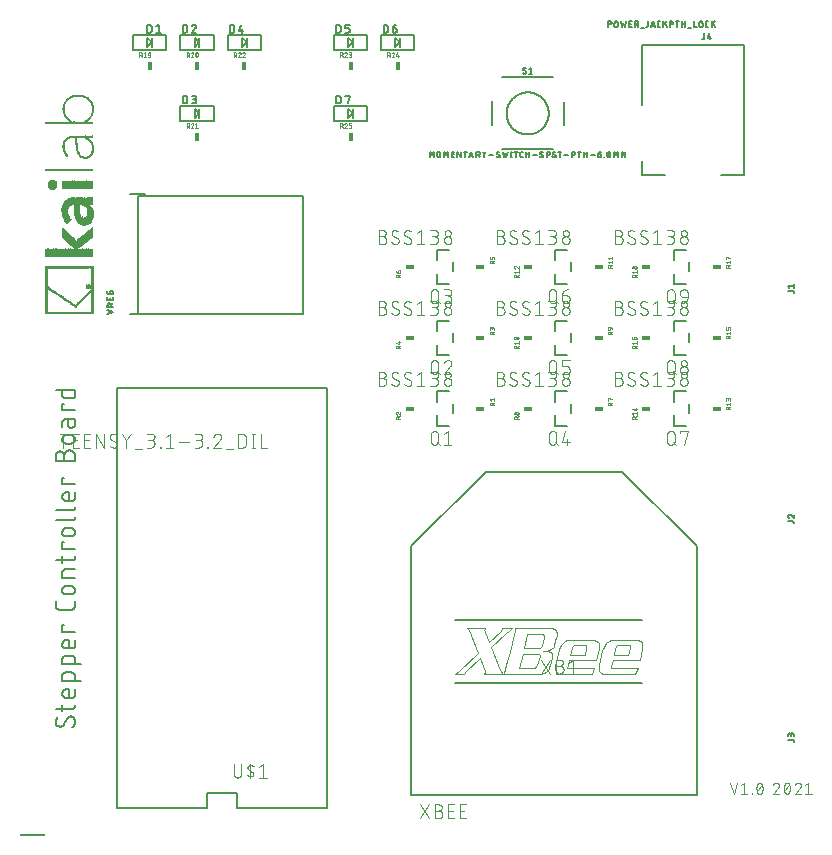
<source format=gbr>
G04 EAGLE Gerber RS-274X export*
G75*
%MOMM*%
%FSLAX34Y34*%
%LPD*%
%INSilkscreen Top*%
%IPPOS*%
%AMOC8*
5,1,8,0,0,1.08239X$1,22.5*%
G01*
%ADD10C,0.152400*%
%ADD11R,0.012700X0.012700*%
%ADD12R,0.012700X0.012800*%
%ADD13R,0.012700X0.241300*%
%ADD14R,0.012700X0.012600*%
%ADD15R,0.012700X0.292100*%
%ADD16R,0.012700X0.406400*%
%ADD17R,0.012700X0.253900*%
%ADD18R,0.012700X0.088900*%
%ADD19R,0.012700X0.025500*%
%ADD20R,0.012700X0.063600*%
%ADD21R,0.012700X0.038100*%
%ADD22R,0.012700X0.050900*%
%ADD23R,0.012700X0.050800*%
%ADD24R,0.012700X0.050700*%
%ADD25R,0.012700X0.025300*%
%ADD26R,0.012700X0.063500*%
%ADD27R,0.012700X0.025400*%
%ADD28R,0.012700X0.127000*%
%ADD29R,0.012700X0.711200*%
%ADD30R,0.012700X0.177800*%
%ADD31R,0.012700X0.342900*%
%ADD32R,0.012700X0.114300*%
%ADD33R,0.012700X0.431800*%
%ADD34R,0.012700X0.482700*%
%ADD35R,0.012700X0.546100*%
%ADD36R,0.012700X2.019300*%
%ADD37R,0.012700X0.215900*%
%ADD38R,0.012700X1.562100*%
%ADD39R,0.012700X0.139700*%
%ADD40R,0.012700X0.520700*%
%ADD41R,0.012700X0.609600*%
%ADD42R,0.012700X0.685700*%
%ADD43R,0.012700X2.171700*%
%ADD44R,0.012700X1.676400*%
%ADD45R,0.012700X0.558700*%
%ADD46R,0.012700X0.749300*%
%ADD47R,0.012700X3.873500*%
%ADD48R,0.012700X0.101600*%
%ADD49R,0.012700X0.216000*%
%ADD50R,0.012700X0.279400*%
%ADD51R,0.012700X0.812800*%
%ADD52R,0.012700X3.987800*%
%ADD53R,0.012700X0.089000*%
%ADD54R,0.012700X0.101700*%
%ADD55R,0.012700X0.063400*%
%ADD56R,0.012700X0.355700*%
%ADD57R,0.012700X0.228600*%
%ADD58R,0.012700X0.850900*%
%ADD59R,0.012700X0.165100*%
%ADD60R,0.012700X0.076200*%
%ADD61R,0.012700X0.901700*%
%ADD62R,0.012700X0.647700*%
%ADD63R,0.012700X0.533300*%
%ADD64R,0.012700X0.304800*%
%ADD65R,0.012700X0.330300*%
%ADD66R,0.012700X0.381000*%
%ADD67R,0.012700X0.596900*%
%ADD68R,0.012700X0.863700*%
%ADD69R,0.012700X0.965200*%
%ADD70R,0.012700X3.975100*%
%ADD71R,0.012700X0.635000*%
%ADD72R,0.012700X0.838300*%
%ADD73R,0.012700X0.660400*%
%ADD74R,0.012700X0.254000*%
%ADD75R,0.012700X0.558800*%
%ADD76R,0.012700X0.622400*%
%ADD77R,0.012700X0.126900*%
%ADD78R,0.012700X0.368200*%
%ADD79R,0.012700X0.368300*%
%ADD80R,0.012700X0.381100*%
%ADD81R,0.012700X0.444500*%
%ADD82R,0.012700X0.825500*%
%ADD83R,0.012700X1.016000*%
%ADD84R,0.012700X0.279500*%
%ADD85R,0.012700X0.317400*%
%ADD86R,0.012700X0.330200*%
%ADD87R,0.012700X0.660300*%
%ADD88R,0.012700X0.469900*%
%ADD89R,0.012700X0.279300*%
%ADD90R,0.012700X0.546000*%
%ADD91R,0.012700X0.838100*%
%ADD92R,0.012700X1.079500*%
%ADD93R,0.012700X0.190500*%
%ADD94R,0.012700X0.165000*%
%ADD95R,0.012700X0.266800*%
%ADD96R,0.012700X2.121000*%
%ADD97R,0.012700X1.841500*%
%ADD98R,0.012700X0.317500*%
%ADD99R,0.012700X0.508100*%
%ADD100R,0.012700X0.977900*%
%ADD101R,0.012700X0.152500*%
%ADD102R,0.012700X0.317600*%
%ADD103R,0.012700X0.215800*%
%ADD104R,0.012700X2.286000*%
%ADD105R,0.012700X1.689100*%
%ADD106R,0.012700X0.508000*%
%ADD107R,0.012700X0.774700*%
%ADD108R,0.012700X0.584100*%
%ADD109R,0.012700X0.203300*%
%ADD110R,0.012700X0.139600*%
%ADD111R,0.012700X0.152400*%
%ADD112R,0.012700X0.355600*%
%ADD113R,0.012700X0.800200*%
%ADD114R,0.012700X0.241200*%
%ADD115R,0.012700X0.203200*%
%ADD116R,0.012700X0.495200*%
%ADD117R,0.012700X0.139800*%
%ADD118R,0.012700X1.104900*%
%ADD119R,0.012700X0.419100*%
%ADD120R,0.012700X0.635100*%
%ADD121R,0.012700X0.177700*%
%ADD122R,0.012700X0.393700*%
%ADD123R,0.012700X0.647800*%
%ADD124R,0.012700X1.282700*%
%ADD125R,0.012700X0.584200*%
%ADD126R,0.012700X0.406300*%
%ADD127R,0.012700X0.165200*%
%ADD128R,0.012700X0.292200*%
%ADD129R,0.012700X1.346200*%
%ADD130R,0.012700X0.177900*%
%ADD131R,0.012700X0.203100*%
%ADD132R,0.012700X0.406500*%
%ADD133R,0.012700X0.088800*%
%ADD134R,0.012700X0.647600*%
%ADD135R,0.012700X0.457100*%
%ADD136R,0.012700X1.295400*%
%ADD137R,0.012700X0.533500*%
%ADD138R,0.012700X1.117600*%
%ADD139R,0.012700X0.304900*%
%ADD140R,0.012700X0.380900*%
%ADD141R,0.012700X0.393800*%
%ADD142R,0.012700X0.622300*%
%ADD143R,0.012700X0.444600*%
%ADD144R,0.012700X0.431700*%
%ADD145R,0.012700X0.457300*%
%ADD146R,0.012700X1.498600*%
%ADD147R,0.012700X0.127100*%
%ADD148R,0.012700X0.101500*%
%ADD149R,0.012700X0.546200*%
%ADD150R,0.012700X1.422500*%
%ADD151R,0.012700X0.571400*%
%ADD152R,0.012700X0.431900*%
%ADD153R,0.012700X0.482600*%
%ADD154R,0.012700X1.282800*%
%ADD155R,0.012700X1.079400*%
%ADD156R,0.012700X0.393600*%
%ADD157R,0.012700X0.774800*%
%ADD158R,0.012700X1.168400*%
%ADD159R,0.012700X1.092200*%
%ADD160R,0.012700X1.447800*%
%ADD161R,0.012700X1.981200*%
%ADD162R,0.012700X0.266700*%
%ADD163R,0.012700X0.304700*%
%ADD164R,0.012700X1.943100*%
%ADD165R,0.012700X1.320800*%
%ADD166R,0.012700X0.495300*%
%ADD167R,0.012700X1.854100*%
%ADD168R,0.012700X0.812900*%
%ADD169R,0.012700X1.778100*%
%ADD170R,0.012700X0.812700*%
%ADD171R,0.012700X1.778000*%
%ADD172R,0.012700X0.571500*%
%ADD173R,0.012700X0.914400*%
%ADD174R,0.012700X0.698400*%
%ADD175R,0.012700X0.838200*%
%ADD176R,0.012700X0.457200*%
%ADD177R,0.012700X0.266600*%
%ADD178R,0.012700X1.028700*%
%ADD179R,0.012700X0.622200*%
%ADD180R,0.012700X0.241400*%
%ADD181R,0.012700X0.076100*%
%ADD182R,0.012700X0.927000*%
%ADD183R,0.012700X0.736600*%
%ADD184R,0.012700X0.889000*%
%ADD185R,0.012700X0.596800*%
%ADD186R,0.012700X0.520600*%
%ADD187R,0.012700X0.368400*%
%ADD188R,0.012700X0.800000*%
%ADD189R,0.012700X0.660500*%
%ADD190R,0.012700X0.800100*%
%ADD191R,0.012700X0.723800*%
%ADD192R,0.012700X0.342800*%
%ADD193R,0.012700X0.723900*%
%ADD194R,0.012700X0.584300*%
%ADD195R,0.012700X0.609500*%
%ADD196R,0.012700X0.787400*%
%ADD197R,0.012700X0.152300*%
%ADD198R,0.012700X0.685800*%
%ADD199R,0.012700X0.254100*%
%ADD200R,0.012700X0.533400*%
%ADD201R,0.012700X0.228500*%
%ADD202R,0.012700X0.787500*%
%ADD203R,0.012700X0.419000*%
%ADD204R,0.012700X0.343000*%
%ADD205R,0.012700X0.673100*%
%ADD206R,0.012700X0.292000*%
%ADD207R,0.012700X0.685900*%
%ADD208R,0.012700X0.774600*%
%ADD209R,0.012700X0.507900*%
%ADD210R,0.012700X0.761900*%
%ADD211R,0.012700X0.863600*%
%ADD212R,0.012700X0.876200*%
%ADD213R,0.012700X0.558900*%
%ADD214R,0.012700X0.762100*%
%ADD215R,0.012700X1.054100*%
%ADD216R,0.012700X0.762000*%
%ADD217R,0.012700X2.184400*%
%ADD218R,0.012700X2.159000*%
%ADD219R,0.012700X2.133600*%
%ADD220R,0.012700X0.190400*%
%ADD221R,0.012700X1.371600*%
%ADD222R,0.012700X0.927100*%
%ADD223R,0.012700X1.130300*%
%ADD224R,0.012700X0.990600*%
%ADD225R,0.012700X0.520800*%
%ADD226R,0.012700X1.397000*%
%ADD227R,0.012700X1.041400*%
%ADD228R,0.012700X0.470000*%
%ADD229R,0.012700X1.993900*%
%ADD230R,0.012700X0.736700*%
%ADD231R,0.012700X1.219200*%
%ADD232R,0.012700X1.244600*%
%ADD233R,0.012700X1.460500*%
%ADD234R,0.012700X1.168300*%
%ADD235R,0.012700X1.333500*%
%ADD236R,0.012700X1.333600*%
%ADD237R,0.012700X1.866900*%
%ADD238R,0.012700X1.041300*%
%ADD239R,0.012700X1.358900*%
%ADD240R,0.012700X1.028600*%
%ADD241R,0.012700X0.876300*%
%ADD242R,0.012700X0.990700*%
%ADD243R,0.012700X1.028800*%
%ADD244R,0.012700X1.193800*%
%ADD245R,0.012700X1.600100*%
%ADD246R,0.012700X1.638300*%
%ADD247R,0.012700X1.396900*%
%ADD248R,0.012700X0.495400*%
%ADD249R,0.012700X0.469800*%
%ADD250R,0.012700X0.419200*%
%ADD251R,0.012700X0.571600*%
%ADD252R,0.012700X0.038200*%
%ADD253R,0.012700X0.355500*%
%ADD254R,0.012700X0.787300*%
%ADD255R,0.012700X0.698500*%
%ADD256R,0.012700X0.190600*%
%ADD257R,0.012700X0.597000*%
%ADD258R,0.012700X1.752600*%
%ADD259R,0.012700X0.114400*%
%ADD260R,0.012700X1.181000*%
%ADD261R,0.012700X0.711300*%
%ADD262R,0.012700X1.435100*%
%ADD263R,0.012700X1.003300*%
%ADD264R,0.012700X0.673000*%
%ADD265R,0.012700X1.549300*%
%ADD266R,0.012700X0.228700*%
%ADD267R,0.012700X1.015900*%
%ADD268R,0.012700X1.498500*%
%ADD269R,0.012700X0.952500*%
%ADD270R,0.012700X0.939800*%
%ADD271R,0.012700X1.346100*%
%ADD272R,0.012700X1.270100*%
%ADD273R,0.012700X0.076300*%
%ADD274R,0.012700X0.698600*%
%ADD275R,0.012700X0.330100*%
%ADD276R,0.012700X2.514700*%
%ADD277R,0.012700X3.949700*%
%ADD278R,0.012700X2.286100*%
%ADD279R,0.012700X0.038000*%
%ADD280C,0.000000*%
%ADD281C,0.076200*%
%ADD282C,0.203200*%
%ADD283C,0.101600*%
%ADD284R,0.762000X0.457200*%
%ADD285C,0.025400*%
%ADD286C,0.127000*%
%ADD287R,0.457200X0.762000*%


D10*
X100000Y440000D02*
X240000Y440000D01*
X240000Y540000D01*
X100000Y540000D01*
X100000Y440000D01*
X43129Y99379D02*
X43247Y99377D01*
X43365Y99371D01*
X43483Y99362D01*
X43600Y99348D01*
X43717Y99331D01*
X43834Y99310D01*
X43949Y99285D01*
X44064Y99256D01*
X44178Y99223D01*
X44290Y99187D01*
X44401Y99147D01*
X44511Y99104D01*
X44620Y99057D01*
X44727Y99007D01*
X44832Y98952D01*
X44935Y98895D01*
X45036Y98834D01*
X45136Y98770D01*
X45233Y98703D01*
X45328Y98633D01*
X45420Y98559D01*
X45511Y98483D01*
X45598Y98403D01*
X45683Y98321D01*
X45765Y98236D01*
X45845Y98149D01*
X45921Y98058D01*
X45995Y97966D01*
X46065Y97871D01*
X46132Y97774D01*
X46196Y97674D01*
X46257Y97573D01*
X46314Y97470D01*
X46369Y97365D01*
X46419Y97258D01*
X46466Y97149D01*
X46509Y97039D01*
X46549Y96928D01*
X46585Y96816D01*
X46618Y96702D01*
X46647Y96587D01*
X46672Y96472D01*
X46693Y96355D01*
X46710Y96238D01*
X46724Y96121D01*
X46733Y96003D01*
X46739Y95885D01*
X46741Y95767D01*
X46739Y95584D01*
X46732Y95402D01*
X46721Y95220D01*
X46706Y95038D01*
X46686Y94856D01*
X46663Y94675D01*
X46634Y94495D01*
X46602Y94315D01*
X46565Y94136D01*
X46524Y93959D01*
X46478Y93782D01*
X46429Y93606D01*
X46375Y93432D01*
X46317Y93258D01*
X46255Y93087D01*
X46189Y92917D01*
X46118Y92748D01*
X46044Y92581D01*
X45966Y92416D01*
X45884Y92253D01*
X45798Y92092D01*
X45708Y91933D01*
X45614Y91776D01*
X45517Y91622D01*
X45416Y91470D01*
X45311Y91320D01*
X45203Y91173D01*
X45092Y91029D01*
X44977Y90887D01*
X44858Y90748D01*
X44736Y90612D01*
X44611Y90479D01*
X44483Y90349D01*
X34097Y90801D02*
X33979Y90803D01*
X33861Y90809D01*
X33743Y90818D01*
X33626Y90832D01*
X33509Y90849D01*
X33392Y90870D01*
X33277Y90895D01*
X33162Y90924D01*
X33048Y90957D01*
X32936Y90993D01*
X32825Y91033D01*
X32715Y91076D01*
X32606Y91123D01*
X32499Y91173D01*
X32394Y91228D01*
X32291Y91285D01*
X32190Y91346D01*
X32090Y91410D01*
X31993Y91477D01*
X31898Y91547D01*
X31806Y91621D01*
X31715Y91697D01*
X31628Y91777D01*
X31543Y91859D01*
X31461Y91944D01*
X31381Y92031D01*
X31305Y92122D01*
X31231Y92214D01*
X31161Y92309D01*
X31094Y92406D01*
X31030Y92506D01*
X30969Y92607D01*
X30912Y92710D01*
X30857Y92815D01*
X30807Y92922D01*
X30760Y93031D01*
X30717Y93141D01*
X30677Y93252D01*
X30641Y93364D01*
X30608Y93478D01*
X30579Y93593D01*
X30554Y93708D01*
X30533Y93825D01*
X30516Y93942D01*
X30502Y94059D01*
X30493Y94177D01*
X30487Y94295D01*
X30485Y94413D01*
X30487Y94574D01*
X30493Y94736D01*
X30502Y94897D01*
X30516Y95058D01*
X30533Y95218D01*
X30554Y95378D01*
X30579Y95538D01*
X30608Y95697D01*
X30640Y95855D01*
X30676Y96012D01*
X30716Y96168D01*
X30760Y96324D01*
X30808Y96478D01*
X30859Y96631D01*
X30913Y96783D01*
X30972Y96934D01*
X31033Y97083D01*
X31099Y97230D01*
X31168Y97376D01*
X31240Y97521D01*
X31316Y97663D01*
X31395Y97804D01*
X31477Y97943D01*
X31563Y98079D01*
X31652Y98214D01*
X31744Y98347D01*
X31840Y98477D01*
X37258Y92606D02*
X37196Y92505D01*
X37131Y92405D01*
X37062Y92308D01*
X36990Y92213D01*
X36916Y92120D01*
X36838Y92030D01*
X36757Y91942D01*
X36674Y91857D01*
X36588Y91775D01*
X36499Y91696D01*
X36408Y91619D01*
X36314Y91546D01*
X36218Y91475D01*
X36120Y91408D01*
X36020Y91344D01*
X35917Y91283D01*
X35813Y91226D01*
X35707Y91172D01*
X35599Y91122D01*
X35490Y91075D01*
X35379Y91031D01*
X35267Y90991D01*
X35153Y90955D01*
X35039Y90923D01*
X34923Y90894D01*
X34807Y90869D01*
X34690Y90848D01*
X34572Y90831D01*
X34454Y90817D01*
X34335Y90808D01*
X34216Y90802D01*
X34097Y90800D01*
X39968Y97574D02*
X40030Y97675D01*
X40095Y97775D01*
X40164Y97872D01*
X40236Y97967D01*
X40310Y98060D01*
X40388Y98150D01*
X40469Y98238D01*
X40552Y98323D01*
X40638Y98405D01*
X40727Y98484D01*
X40818Y98561D01*
X40912Y98634D01*
X41008Y98705D01*
X41106Y98772D01*
X41206Y98836D01*
X41309Y98897D01*
X41413Y98954D01*
X41519Y99008D01*
X41627Y99058D01*
X41736Y99105D01*
X41847Y99149D01*
X41959Y99189D01*
X42073Y99225D01*
X42187Y99257D01*
X42303Y99286D01*
X42419Y99311D01*
X42536Y99332D01*
X42654Y99349D01*
X42772Y99363D01*
X42891Y99372D01*
X43010Y99378D01*
X43129Y99380D01*
X39968Y97574D02*
X37258Y92606D01*
X35904Y104023D02*
X35904Y109441D01*
X30485Y105829D02*
X44032Y105829D01*
X44133Y105831D01*
X44234Y105837D01*
X44335Y105846D01*
X44436Y105859D01*
X44536Y105876D01*
X44635Y105897D01*
X44733Y105921D01*
X44830Y105949D01*
X44927Y105981D01*
X45022Y106016D01*
X45115Y106055D01*
X45207Y106097D01*
X45298Y106143D01*
X45386Y106192D01*
X45473Y106244D01*
X45558Y106300D01*
X45641Y106358D01*
X45721Y106420D01*
X45799Y106485D01*
X45875Y106552D01*
X45948Y106622D01*
X46018Y106695D01*
X46085Y106771D01*
X46150Y106849D01*
X46212Y106929D01*
X46270Y107012D01*
X46326Y107097D01*
X46378Y107183D01*
X46427Y107272D01*
X46473Y107363D01*
X46515Y107455D01*
X46554Y107548D01*
X46589Y107643D01*
X46621Y107740D01*
X46649Y107837D01*
X46673Y107935D01*
X46694Y108034D01*
X46711Y108134D01*
X46724Y108235D01*
X46733Y108336D01*
X46739Y108437D01*
X46741Y108538D01*
X46741Y109441D01*
X46741Y117929D02*
X46741Y122445D01*
X46741Y117929D02*
X46739Y117828D01*
X46733Y117727D01*
X46724Y117626D01*
X46711Y117525D01*
X46694Y117425D01*
X46673Y117326D01*
X46649Y117228D01*
X46621Y117131D01*
X46589Y117034D01*
X46554Y116939D01*
X46515Y116846D01*
X46473Y116754D01*
X46427Y116663D01*
X46378Y116574D01*
X46326Y116488D01*
X46270Y116403D01*
X46212Y116320D01*
X46150Y116240D01*
X46085Y116162D01*
X46018Y116086D01*
X45948Y116013D01*
X45875Y115943D01*
X45799Y115876D01*
X45721Y115811D01*
X45641Y115749D01*
X45558Y115691D01*
X45473Y115635D01*
X45386Y115583D01*
X45298Y115534D01*
X45207Y115488D01*
X45115Y115446D01*
X45022Y115407D01*
X44927Y115372D01*
X44830Y115340D01*
X44733Y115312D01*
X44635Y115288D01*
X44536Y115267D01*
X44436Y115250D01*
X44335Y115237D01*
X44234Y115228D01*
X44133Y115222D01*
X44032Y115220D01*
X39516Y115220D01*
X39397Y115222D01*
X39277Y115228D01*
X39158Y115238D01*
X39040Y115252D01*
X38921Y115269D01*
X38804Y115291D01*
X38687Y115316D01*
X38572Y115346D01*
X38457Y115379D01*
X38343Y115416D01*
X38231Y115456D01*
X38120Y115501D01*
X38011Y115549D01*
X37903Y115600D01*
X37797Y115655D01*
X37693Y115714D01*
X37591Y115776D01*
X37491Y115841D01*
X37393Y115910D01*
X37297Y115982D01*
X37204Y116057D01*
X37114Y116134D01*
X37026Y116215D01*
X36941Y116299D01*
X36859Y116386D01*
X36779Y116475D01*
X36703Y116567D01*
X36629Y116661D01*
X36559Y116758D01*
X36492Y116856D01*
X36428Y116957D01*
X36368Y117061D01*
X36311Y117166D01*
X36258Y117273D01*
X36208Y117381D01*
X36162Y117491D01*
X36120Y117603D01*
X36081Y117716D01*
X36046Y117830D01*
X36015Y117945D01*
X35987Y118062D01*
X35964Y118179D01*
X35944Y118296D01*
X35928Y118415D01*
X35916Y118534D01*
X35908Y118653D01*
X35904Y118772D01*
X35904Y118892D01*
X35908Y119011D01*
X35916Y119130D01*
X35928Y119249D01*
X35944Y119368D01*
X35964Y119485D01*
X35987Y119602D01*
X36015Y119719D01*
X36046Y119834D01*
X36081Y119948D01*
X36120Y120061D01*
X36162Y120173D01*
X36208Y120283D01*
X36258Y120391D01*
X36311Y120498D01*
X36368Y120603D01*
X36428Y120707D01*
X36492Y120808D01*
X36559Y120906D01*
X36629Y121003D01*
X36703Y121097D01*
X36779Y121189D01*
X36859Y121278D01*
X36941Y121365D01*
X37026Y121449D01*
X37114Y121530D01*
X37204Y121607D01*
X37297Y121682D01*
X37393Y121754D01*
X37491Y121823D01*
X37591Y121888D01*
X37693Y121950D01*
X37797Y122009D01*
X37903Y122064D01*
X38011Y122115D01*
X38120Y122163D01*
X38231Y122208D01*
X38343Y122248D01*
X38457Y122285D01*
X38572Y122318D01*
X38687Y122348D01*
X38804Y122373D01*
X38921Y122395D01*
X39040Y122412D01*
X39158Y122426D01*
X39277Y122436D01*
X39397Y122442D01*
X39516Y122444D01*
X39516Y122445D02*
X41322Y122445D01*
X41322Y115220D01*
X35904Y129361D02*
X52160Y129361D01*
X35904Y129361D02*
X35904Y133877D01*
X35906Y133981D01*
X35912Y134084D01*
X35922Y134188D01*
X35936Y134291D01*
X35954Y134393D01*
X35975Y134494D01*
X36001Y134595D01*
X36030Y134694D01*
X36063Y134793D01*
X36100Y134890D01*
X36141Y134985D01*
X36185Y135079D01*
X36233Y135171D01*
X36284Y135261D01*
X36339Y135350D01*
X36397Y135436D01*
X36459Y135519D01*
X36523Y135601D01*
X36591Y135679D01*
X36661Y135755D01*
X36734Y135829D01*
X36811Y135899D01*
X36889Y135967D01*
X36971Y136031D01*
X37054Y136093D01*
X37140Y136151D01*
X37229Y136206D01*
X37319Y136257D01*
X37411Y136305D01*
X37505Y136349D01*
X37600Y136390D01*
X37697Y136427D01*
X37796Y136460D01*
X37895Y136489D01*
X37996Y136515D01*
X38097Y136536D01*
X38199Y136554D01*
X38302Y136568D01*
X38406Y136578D01*
X38509Y136584D01*
X38613Y136586D01*
X44032Y136586D01*
X44133Y136584D01*
X44234Y136578D01*
X44335Y136569D01*
X44436Y136556D01*
X44536Y136539D01*
X44635Y136518D01*
X44733Y136494D01*
X44830Y136466D01*
X44927Y136434D01*
X45022Y136399D01*
X45115Y136360D01*
X45207Y136318D01*
X45298Y136272D01*
X45387Y136223D01*
X45473Y136171D01*
X45558Y136115D01*
X45641Y136057D01*
X45721Y135995D01*
X45799Y135930D01*
X45875Y135863D01*
X45948Y135793D01*
X46018Y135720D01*
X46085Y135644D01*
X46150Y135566D01*
X46212Y135486D01*
X46270Y135403D01*
X46326Y135318D01*
X46378Y135232D01*
X46427Y135143D01*
X46473Y135052D01*
X46515Y134960D01*
X46554Y134867D01*
X46589Y134772D01*
X46621Y134675D01*
X46649Y134578D01*
X46673Y134480D01*
X46694Y134381D01*
X46711Y134281D01*
X46724Y134180D01*
X46733Y134079D01*
X46739Y133978D01*
X46741Y133877D01*
X46741Y129361D01*
X52160Y143429D02*
X35904Y143429D01*
X35904Y147945D01*
X35906Y148049D01*
X35912Y148152D01*
X35922Y148256D01*
X35936Y148359D01*
X35954Y148461D01*
X35975Y148562D01*
X36001Y148663D01*
X36030Y148762D01*
X36063Y148861D01*
X36100Y148958D01*
X36141Y149053D01*
X36185Y149147D01*
X36233Y149239D01*
X36284Y149329D01*
X36339Y149418D01*
X36397Y149504D01*
X36459Y149587D01*
X36523Y149669D01*
X36591Y149747D01*
X36661Y149823D01*
X36734Y149897D01*
X36811Y149967D01*
X36889Y150035D01*
X36971Y150099D01*
X37054Y150161D01*
X37140Y150219D01*
X37229Y150274D01*
X37319Y150325D01*
X37411Y150373D01*
X37505Y150417D01*
X37600Y150458D01*
X37697Y150495D01*
X37796Y150528D01*
X37895Y150557D01*
X37996Y150583D01*
X38097Y150604D01*
X38199Y150622D01*
X38302Y150636D01*
X38406Y150646D01*
X38509Y150652D01*
X38613Y150654D01*
X44032Y150654D01*
X44133Y150652D01*
X44234Y150646D01*
X44335Y150637D01*
X44436Y150624D01*
X44536Y150607D01*
X44635Y150586D01*
X44733Y150562D01*
X44830Y150534D01*
X44927Y150502D01*
X45022Y150467D01*
X45115Y150428D01*
X45207Y150386D01*
X45298Y150340D01*
X45387Y150291D01*
X45473Y150239D01*
X45558Y150183D01*
X45641Y150125D01*
X45721Y150063D01*
X45799Y149998D01*
X45875Y149931D01*
X45948Y149861D01*
X46018Y149788D01*
X46085Y149712D01*
X46150Y149634D01*
X46212Y149554D01*
X46270Y149471D01*
X46326Y149386D01*
X46378Y149300D01*
X46427Y149211D01*
X46473Y149120D01*
X46515Y149028D01*
X46554Y148935D01*
X46589Y148840D01*
X46621Y148743D01*
X46649Y148646D01*
X46673Y148548D01*
X46694Y148449D01*
X46711Y148349D01*
X46724Y148248D01*
X46733Y148147D01*
X46739Y148046D01*
X46741Y147945D01*
X46741Y143429D01*
X46741Y159612D02*
X46741Y164128D01*
X46741Y159612D02*
X46739Y159511D01*
X46733Y159410D01*
X46724Y159309D01*
X46711Y159208D01*
X46694Y159108D01*
X46673Y159009D01*
X46649Y158911D01*
X46621Y158814D01*
X46589Y158717D01*
X46554Y158622D01*
X46515Y158529D01*
X46473Y158437D01*
X46427Y158346D01*
X46378Y158257D01*
X46326Y158171D01*
X46270Y158086D01*
X46212Y158003D01*
X46150Y157923D01*
X46085Y157845D01*
X46018Y157769D01*
X45948Y157696D01*
X45875Y157626D01*
X45799Y157559D01*
X45721Y157494D01*
X45641Y157432D01*
X45558Y157374D01*
X45473Y157318D01*
X45386Y157266D01*
X45298Y157217D01*
X45207Y157171D01*
X45115Y157129D01*
X45022Y157090D01*
X44927Y157055D01*
X44830Y157023D01*
X44733Y156995D01*
X44635Y156971D01*
X44536Y156950D01*
X44436Y156933D01*
X44335Y156920D01*
X44234Y156911D01*
X44133Y156905D01*
X44032Y156903D01*
X39516Y156903D01*
X39397Y156905D01*
X39277Y156911D01*
X39158Y156921D01*
X39040Y156935D01*
X38921Y156952D01*
X38804Y156974D01*
X38687Y156999D01*
X38572Y157029D01*
X38457Y157062D01*
X38343Y157099D01*
X38231Y157139D01*
X38120Y157184D01*
X38011Y157232D01*
X37903Y157283D01*
X37797Y157338D01*
X37693Y157397D01*
X37591Y157459D01*
X37491Y157524D01*
X37393Y157593D01*
X37297Y157665D01*
X37204Y157740D01*
X37114Y157817D01*
X37026Y157898D01*
X36941Y157982D01*
X36859Y158069D01*
X36779Y158158D01*
X36703Y158250D01*
X36629Y158344D01*
X36559Y158441D01*
X36492Y158539D01*
X36428Y158640D01*
X36368Y158744D01*
X36311Y158849D01*
X36258Y158956D01*
X36208Y159064D01*
X36162Y159174D01*
X36120Y159286D01*
X36081Y159399D01*
X36046Y159513D01*
X36015Y159628D01*
X35987Y159745D01*
X35964Y159862D01*
X35944Y159979D01*
X35928Y160098D01*
X35916Y160217D01*
X35908Y160336D01*
X35904Y160455D01*
X35904Y160575D01*
X35908Y160694D01*
X35916Y160813D01*
X35928Y160932D01*
X35944Y161051D01*
X35964Y161168D01*
X35987Y161285D01*
X36015Y161402D01*
X36046Y161517D01*
X36081Y161631D01*
X36120Y161744D01*
X36162Y161856D01*
X36208Y161966D01*
X36258Y162074D01*
X36311Y162181D01*
X36368Y162286D01*
X36428Y162390D01*
X36492Y162491D01*
X36559Y162589D01*
X36629Y162686D01*
X36703Y162780D01*
X36779Y162872D01*
X36859Y162961D01*
X36941Y163048D01*
X37026Y163132D01*
X37114Y163213D01*
X37204Y163290D01*
X37297Y163365D01*
X37393Y163437D01*
X37491Y163506D01*
X37591Y163571D01*
X37693Y163633D01*
X37797Y163692D01*
X37903Y163747D01*
X38011Y163798D01*
X38120Y163846D01*
X38231Y163891D01*
X38343Y163931D01*
X38457Y163968D01*
X38572Y164001D01*
X38687Y164031D01*
X38804Y164056D01*
X38921Y164078D01*
X39040Y164095D01*
X39158Y164109D01*
X39277Y164119D01*
X39397Y164125D01*
X39516Y164127D01*
X39516Y164128D02*
X41322Y164128D01*
X41322Y156903D01*
X46741Y171056D02*
X35904Y171056D01*
X35904Y176475D01*
X37710Y176475D01*
X46741Y193440D02*
X46741Y197053D01*
X46741Y193440D02*
X46739Y193322D01*
X46733Y193204D01*
X46724Y193086D01*
X46710Y192969D01*
X46693Y192852D01*
X46672Y192735D01*
X46647Y192620D01*
X46618Y192505D01*
X46585Y192391D01*
X46549Y192279D01*
X46509Y192168D01*
X46466Y192058D01*
X46419Y191949D01*
X46369Y191842D01*
X46314Y191737D01*
X46257Y191634D01*
X46196Y191533D01*
X46132Y191433D01*
X46065Y191336D01*
X45995Y191241D01*
X45921Y191149D01*
X45845Y191058D01*
X45765Y190971D01*
X45683Y190886D01*
X45598Y190804D01*
X45511Y190724D01*
X45420Y190648D01*
X45328Y190574D01*
X45233Y190504D01*
X45136Y190437D01*
X45036Y190373D01*
X44935Y190312D01*
X44832Y190255D01*
X44727Y190200D01*
X44620Y190150D01*
X44511Y190103D01*
X44401Y190060D01*
X44290Y190020D01*
X44178Y189984D01*
X44064Y189951D01*
X43949Y189922D01*
X43834Y189897D01*
X43717Y189876D01*
X43600Y189859D01*
X43483Y189845D01*
X43365Y189836D01*
X43247Y189830D01*
X43129Y189828D01*
X34097Y189828D01*
X34097Y189827D02*
X33979Y189829D01*
X33861Y189835D01*
X33743Y189844D01*
X33625Y189858D01*
X33508Y189875D01*
X33392Y189896D01*
X33277Y189921D01*
X33162Y189950D01*
X33048Y189983D01*
X32936Y190019D01*
X32824Y190059D01*
X32714Y190102D01*
X32606Y190149D01*
X32499Y190200D01*
X32394Y190254D01*
X32291Y190311D01*
X32189Y190372D01*
X32090Y190436D01*
X31993Y190503D01*
X31898Y190574D01*
X31805Y190647D01*
X31715Y190724D01*
X31627Y190803D01*
X31542Y190885D01*
X31460Y190970D01*
X31381Y191058D01*
X31304Y191148D01*
X31231Y191241D01*
X31160Y191335D01*
X31093Y191433D01*
X31029Y191532D01*
X30968Y191633D01*
X30911Y191737D01*
X30857Y191842D01*
X30806Y191949D01*
X30759Y192057D01*
X30716Y192167D01*
X30676Y192279D01*
X30640Y192391D01*
X30607Y192505D01*
X30578Y192620D01*
X30553Y192735D01*
X30532Y192851D01*
X30515Y192968D01*
X30501Y193086D01*
X30492Y193204D01*
X30486Y193322D01*
X30484Y193440D01*
X30485Y193440D02*
X30485Y197053D01*
X39516Y202754D02*
X43129Y202754D01*
X39516Y202755D02*
X39397Y202757D01*
X39277Y202763D01*
X39158Y202773D01*
X39040Y202787D01*
X38921Y202804D01*
X38804Y202826D01*
X38687Y202851D01*
X38572Y202881D01*
X38457Y202914D01*
X38343Y202951D01*
X38231Y202991D01*
X38120Y203036D01*
X38011Y203084D01*
X37903Y203135D01*
X37797Y203190D01*
X37693Y203249D01*
X37591Y203311D01*
X37491Y203376D01*
X37393Y203445D01*
X37297Y203517D01*
X37204Y203592D01*
X37114Y203669D01*
X37026Y203750D01*
X36941Y203834D01*
X36859Y203921D01*
X36779Y204010D01*
X36703Y204102D01*
X36629Y204196D01*
X36559Y204293D01*
X36492Y204391D01*
X36428Y204492D01*
X36368Y204596D01*
X36311Y204701D01*
X36258Y204808D01*
X36208Y204916D01*
X36162Y205026D01*
X36120Y205138D01*
X36081Y205251D01*
X36046Y205365D01*
X36015Y205480D01*
X35987Y205597D01*
X35964Y205714D01*
X35944Y205831D01*
X35928Y205950D01*
X35916Y206069D01*
X35908Y206188D01*
X35904Y206307D01*
X35904Y206427D01*
X35908Y206546D01*
X35916Y206665D01*
X35928Y206784D01*
X35944Y206903D01*
X35964Y207020D01*
X35987Y207137D01*
X36015Y207254D01*
X36046Y207369D01*
X36081Y207483D01*
X36120Y207596D01*
X36162Y207708D01*
X36208Y207818D01*
X36258Y207926D01*
X36311Y208033D01*
X36368Y208138D01*
X36428Y208242D01*
X36492Y208343D01*
X36559Y208441D01*
X36629Y208538D01*
X36703Y208632D01*
X36779Y208724D01*
X36859Y208813D01*
X36941Y208900D01*
X37026Y208984D01*
X37114Y209065D01*
X37204Y209142D01*
X37297Y209217D01*
X37393Y209289D01*
X37491Y209358D01*
X37591Y209423D01*
X37693Y209485D01*
X37797Y209544D01*
X37903Y209599D01*
X38011Y209650D01*
X38120Y209698D01*
X38231Y209743D01*
X38343Y209783D01*
X38457Y209820D01*
X38572Y209853D01*
X38687Y209883D01*
X38804Y209908D01*
X38921Y209930D01*
X39040Y209947D01*
X39158Y209961D01*
X39277Y209971D01*
X39397Y209977D01*
X39516Y209979D01*
X43129Y209979D01*
X43248Y209977D01*
X43368Y209971D01*
X43487Y209961D01*
X43605Y209947D01*
X43724Y209930D01*
X43841Y209908D01*
X43958Y209883D01*
X44073Y209853D01*
X44188Y209820D01*
X44302Y209783D01*
X44414Y209743D01*
X44525Y209698D01*
X44634Y209650D01*
X44742Y209599D01*
X44848Y209544D01*
X44952Y209485D01*
X45054Y209423D01*
X45154Y209358D01*
X45252Y209289D01*
X45348Y209217D01*
X45441Y209142D01*
X45531Y209065D01*
X45619Y208984D01*
X45704Y208900D01*
X45786Y208813D01*
X45866Y208724D01*
X45942Y208632D01*
X46016Y208538D01*
X46086Y208441D01*
X46153Y208343D01*
X46217Y208242D01*
X46277Y208138D01*
X46334Y208033D01*
X46387Y207926D01*
X46437Y207818D01*
X46483Y207708D01*
X46525Y207596D01*
X46564Y207483D01*
X46599Y207369D01*
X46630Y207254D01*
X46658Y207137D01*
X46681Y207020D01*
X46701Y206903D01*
X46717Y206784D01*
X46729Y206665D01*
X46737Y206546D01*
X46741Y206427D01*
X46741Y206307D01*
X46737Y206188D01*
X46729Y206069D01*
X46717Y205950D01*
X46701Y205831D01*
X46681Y205714D01*
X46658Y205597D01*
X46630Y205480D01*
X46599Y205365D01*
X46564Y205251D01*
X46525Y205138D01*
X46483Y205026D01*
X46437Y204916D01*
X46387Y204808D01*
X46334Y204701D01*
X46277Y204596D01*
X46217Y204492D01*
X46153Y204391D01*
X46086Y204293D01*
X46016Y204196D01*
X45942Y204102D01*
X45866Y204010D01*
X45786Y203921D01*
X45704Y203834D01*
X45619Y203750D01*
X45531Y203669D01*
X45441Y203592D01*
X45348Y203517D01*
X45252Y203445D01*
X45154Y203376D01*
X45054Y203311D01*
X44952Y203249D01*
X44848Y203190D01*
X44742Y203135D01*
X44634Y203084D01*
X44525Y203036D01*
X44414Y202991D01*
X44302Y202951D01*
X44188Y202914D01*
X44073Y202881D01*
X43958Y202851D01*
X43841Y202826D01*
X43724Y202804D01*
X43605Y202787D01*
X43487Y202773D01*
X43368Y202763D01*
X43248Y202757D01*
X43129Y202755D01*
X46741Y216823D02*
X35904Y216823D01*
X35904Y221338D01*
X35906Y221442D01*
X35912Y221545D01*
X35922Y221649D01*
X35936Y221752D01*
X35954Y221854D01*
X35975Y221955D01*
X36001Y222056D01*
X36030Y222155D01*
X36063Y222254D01*
X36100Y222351D01*
X36141Y222446D01*
X36185Y222540D01*
X36233Y222632D01*
X36284Y222722D01*
X36339Y222811D01*
X36397Y222897D01*
X36459Y222980D01*
X36523Y223062D01*
X36591Y223140D01*
X36661Y223216D01*
X36734Y223290D01*
X36811Y223360D01*
X36889Y223428D01*
X36971Y223492D01*
X37054Y223554D01*
X37140Y223612D01*
X37229Y223667D01*
X37319Y223718D01*
X37411Y223766D01*
X37505Y223810D01*
X37600Y223851D01*
X37697Y223888D01*
X37796Y223921D01*
X37895Y223950D01*
X37996Y223976D01*
X38097Y223997D01*
X38199Y224015D01*
X38302Y224029D01*
X38406Y224039D01*
X38509Y224045D01*
X38613Y224047D01*
X46741Y224047D01*
X35904Y229593D02*
X35904Y235012D01*
X30485Y231400D02*
X44032Y231400D01*
X44133Y231402D01*
X44234Y231408D01*
X44335Y231417D01*
X44436Y231430D01*
X44536Y231447D01*
X44635Y231468D01*
X44733Y231492D01*
X44830Y231520D01*
X44927Y231552D01*
X45022Y231587D01*
X45115Y231626D01*
X45207Y231668D01*
X45298Y231714D01*
X45386Y231763D01*
X45473Y231815D01*
X45558Y231871D01*
X45641Y231929D01*
X45721Y231991D01*
X45799Y232056D01*
X45875Y232123D01*
X45948Y232193D01*
X46018Y232266D01*
X46085Y232342D01*
X46150Y232420D01*
X46212Y232500D01*
X46270Y232583D01*
X46326Y232668D01*
X46378Y232754D01*
X46427Y232843D01*
X46473Y232934D01*
X46515Y233026D01*
X46554Y233119D01*
X46589Y233214D01*
X46621Y233311D01*
X46649Y233408D01*
X46673Y233506D01*
X46694Y233605D01*
X46711Y233705D01*
X46724Y233806D01*
X46733Y233907D01*
X46739Y234008D01*
X46741Y234109D01*
X46741Y235012D01*
X46741Y241396D02*
X35904Y241396D01*
X35904Y246815D01*
X37710Y246815D01*
X39516Y251732D02*
X43129Y251732D01*
X39516Y251733D02*
X39397Y251735D01*
X39277Y251741D01*
X39158Y251751D01*
X39040Y251765D01*
X38921Y251782D01*
X38804Y251804D01*
X38687Y251829D01*
X38572Y251859D01*
X38457Y251892D01*
X38343Y251929D01*
X38231Y251969D01*
X38120Y252014D01*
X38011Y252062D01*
X37903Y252113D01*
X37797Y252168D01*
X37693Y252227D01*
X37591Y252289D01*
X37491Y252354D01*
X37393Y252423D01*
X37297Y252495D01*
X37204Y252570D01*
X37114Y252647D01*
X37026Y252728D01*
X36941Y252812D01*
X36859Y252899D01*
X36779Y252988D01*
X36703Y253080D01*
X36629Y253174D01*
X36559Y253271D01*
X36492Y253369D01*
X36428Y253470D01*
X36368Y253574D01*
X36311Y253679D01*
X36258Y253786D01*
X36208Y253894D01*
X36162Y254004D01*
X36120Y254116D01*
X36081Y254229D01*
X36046Y254343D01*
X36015Y254458D01*
X35987Y254575D01*
X35964Y254692D01*
X35944Y254809D01*
X35928Y254928D01*
X35916Y255047D01*
X35908Y255166D01*
X35904Y255285D01*
X35904Y255405D01*
X35908Y255524D01*
X35916Y255643D01*
X35928Y255762D01*
X35944Y255881D01*
X35964Y255998D01*
X35987Y256115D01*
X36015Y256232D01*
X36046Y256347D01*
X36081Y256461D01*
X36120Y256574D01*
X36162Y256686D01*
X36208Y256796D01*
X36258Y256904D01*
X36311Y257011D01*
X36368Y257116D01*
X36428Y257220D01*
X36492Y257321D01*
X36559Y257419D01*
X36629Y257516D01*
X36703Y257610D01*
X36779Y257702D01*
X36859Y257791D01*
X36941Y257878D01*
X37026Y257962D01*
X37114Y258043D01*
X37204Y258120D01*
X37297Y258195D01*
X37393Y258267D01*
X37491Y258336D01*
X37591Y258401D01*
X37693Y258463D01*
X37797Y258522D01*
X37903Y258577D01*
X38011Y258628D01*
X38120Y258676D01*
X38231Y258721D01*
X38343Y258761D01*
X38457Y258798D01*
X38572Y258831D01*
X38687Y258861D01*
X38804Y258886D01*
X38921Y258908D01*
X39040Y258925D01*
X39158Y258939D01*
X39277Y258949D01*
X39397Y258955D01*
X39516Y258957D01*
X43129Y258957D01*
X43248Y258955D01*
X43368Y258949D01*
X43487Y258939D01*
X43605Y258925D01*
X43724Y258908D01*
X43841Y258886D01*
X43958Y258861D01*
X44073Y258831D01*
X44188Y258798D01*
X44302Y258761D01*
X44414Y258721D01*
X44525Y258676D01*
X44634Y258628D01*
X44742Y258577D01*
X44848Y258522D01*
X44952Y258463D01*
X45054Y258401D01*
X45154Y258336D01*
X45252Y258267D01*
X45348Y258195D01*
X45441Y258120D01*
X45531Y258043D01*
X45619Y257962D01*
X45704Y257878D01*
X45786Y257791D01*
X45866Y257702D01*
X45942Y257610D01*
X46016Y257516D01*
X46086Y257419D01*
X46153Y257321D01*
X46217Y257220D01*
X46277Y257116D01*
X46334Y257011D01*
X46387Y256904D01*
X46437Y256796D01*
X46483Y256686D01*
X46525Y256574D01*
X46564Y256461D01*
X46599Y256347D01*
X46630Y256232D01*
X46658Y256115D01*
X46681Y255998D01*
X46701Y255881D01*
X46717Y255762D01*
X46729Y255643D01*
X46737Y255524D01*
X46741Y255405D01*
X46741Y255285D01*
X46737Y255166D01*
X46729Y255047D01*
X46717Y254928D01*
X46701Y254809D01*
X46681Y254692D01*
X46658Y254575D01*
X46630Y254458D01*
X46599Y254343D01*
X46564Y254229D01*
X46525Y254116D01*
X46483Y254004D01*
X46437Y253894D01*
X46387Y253786D01*
X46334Y253679D01*
X46277Y253574D01*
X46217Y253470D01*
X46153Y253369D01*
X46086Y253271D01*
X46016Y253174D01*
X45942Y253080D01*
X45866Y252988D01*
X45786Y252899D01*
X45704Y252812D01*
X45619Y252728D01*
X45531Y252647D01*
X45441Y252570D01*
X45348Y252495D01*
X45252Y252423D01*
X45154Y252354D01*
X45054Y252289D01*
X44952Y252227D01*
X44848Y252168D01*
X44742Y252113D01*
X44634Y252062D01*
X44525Y252014D01*
X44414Y251969D01*
X44302Y251929D01*
X44188Y251892D01*
X44073Y251859D01*
X43958Y251829D01*
X43841Y251804D01*
X43724Y251782D01*
X43605Y251765D01*
X43487Y251751D01*
X43368Y251741D01*
X43248Y251735D01*
X43129Y251733D01*
X44032Y265516D02*
X30485Y265516D01*
X44032Y265517D02*
X44133Y265519D01*
X44234Y265525D01*
X44335Y265534D01*
X44436Y265547D01*
X44536Y265564D01*
X44635Y265585D01*
X44733Y265609D01*
X44830Y265637D01*
X44927Y265669D01*
X45022Y265704D01*
X45115Y265743D01*
X45207Y265785D01*
X45298Y265831D01*
X45386Y265880D01*
X45473Y265932D01*
X45558Y265988D01*
X45641Y266046D01*
X45721Y266108D01*
X45799Y266173D01*
X45875Y266240D01*
X45948Y266310D01*
X46018Y266383D01*
X46085Y266459D01*
X46150Y266537D01*
X46212Y266617D01*
X46270Y266700D01*
X46326Y266785D01*
X46378Y266872D01*
X46427Y266960D01*
X46473Y267051D01*
X46515Y267143D01*
X46554Y267236D01*
X46589Y267331D01*
X46621Y267428D01*
X46649Y267525D01*
X46673Y267623D01*
X46694Y267722D01*
X46711Y267822D01*
X46724Y267923D01*
X46733Y268024D01*
X46739Y268125D01*
X46741Y268226D01*
X44032Y273853D02*
X30485Y273853D01*
X44032Y273853D02*
X44133Y273855D01*
X44234Y273861D01*
X44335Y273870D01*
X44436Y273883D01*
X44536Y273900D01*
X44635Y273921D01*
X44733Y273945D01*
X44830Y273973D01*
X44927Y274005D01*
X45022Y274040D01*
X45115Y274079D01*
X45207Y274121D01*
X45298Y274167D01*
X45386Y274216D01*
X45473Y274268D01*
X45558Y274324D01*
X45641Y274382D01*
X45721Y274444D01*
X45799Y274509D01*
X45875Y274576D01*
X45948Y274646D01*
X46018Y274719D01*
X46085Y274795D01*
X46150Y274873D01*
X46212Y274953D01*
X46270Y275036D01*
X46326Y275121D01*
X46378Y275208D01*
X46427Y275296D01*
X46473Y275387D01*
X46515Y275479D01*
X46554Y275572D01*
X46589Y275667D01*
X46621Y275764D01*
X46649Y275861D01*
X46673Y275959D01*
X46694Y276058D01*
X46711Y276158D01*
X46724Y276259D01*
X46733Y276360D01*
X46739Y276461D01*
X46741Y276562D01*
X46741Y284662D02*
X46741Y289178D01*
X46741Y284662D02*
X46739Y284561D01*
X46733Y284460D01*
X46724Y284359D01*
X46711Y284258D01*
X46694Y284158D01*
X46673Y284059D01*
X46649Y283961D01*
X46621Y283864D01*
X46589Y283767D01*
X46554Y283672D01*
X46515Y283579D01*
X46473Y283487D01*
X46427Y283396D01*
X46378Y283308D01*
X46326Y283221D01*
X46270Y283136D01*
X46212Y283053D01*
X46150Y282973D01*
X46085Y282895D01*
X46018Y282819D01*
X45948Y282746D01*
X45875Y282676D01*
X45799Y282609D01*
X45721Y282544D01*
X45641Y282482D01*
X45558Y282424D01*
X45473Y282368D01*
X45386Y282316D01*
X45298Y282267D01*
X45207Y282221D01*
X45115Y282179D01*
X45022Y282140D01*
X44927Y282105D01*
X44830Y282073D01*
X44733Y282045D01*
X44635Y282021D01*
X44536Y282000D01*
X44436Y281983D01*
X44335Y281970D01*
X44234Y281961D01*
X44133Y281955D01*
X44032Y281953D01*
X39516Y281953D01*
X39397Y281955D01*
X39277Y281961D01*
X39158Y281971D01*
X39040Y281985D01*
X38921Y282002D01*
X38804Y282024D01*
X38687Y282049D01*
X38572Y282079D01*
X38457Y282112D01*
X38343Y282149D01*
X38231Y282189D01*
X38120Y282234D01*
X38011Y282282D01*
X37903Y282333D01*
X37797Y282388D01*
X37693Y282447D01*
X37591Y282509D01*
X37491Y282574D01*
X37393Y282643D01*
X37297Y282715D01*
X37204Y282790D01*
X37114Y282867D01*
X37026Y282948D01*
X36941Y283032D01*
X36859Y283119D01*
X36779Y283208D01*
X36703Y283300D01*
X36629Y283394D01*
X36559Y283491D01*
X36492Y283589D01*
X36428Y283690D01*
X36368Y283794D01*
X36311Y283899D01*
X36258Y284006D01*
X36208Y284114D01*
X36162Y284224D01*
X36120Y284336D01*
X36081Y284449D01*
X36046Y284563D01*
X36015Y284678D01*
X35987Y284795D01*
X35964Y284912D01*
X35944Y285029D01*
X35928Y285148D01*
X35916Y285267D01*
X35908Y285386D01*
X35904Y285505D01*
X35904Y285625D01*
X35908Y285744D01*
X35916Y285863D01*
X35928Y285982D01*
X35944Y286101D01*
X35964Y286218D01*
X35987Y286335D01*
X36015Y286452D01*
X36046Y286567D01*
X36081Y286681D01*
X36120Y286794D01*
X36162Y286906D01*
X36208Y287016D01*
X36258Y287124D01*
X36311Y287231D01*
X36368Y287336D01*
X36428Y287440D01*
X36492Y287541D01*
X36559Y287639D01*
X36629Y287736D01*
X36703Y287830D01*
X36779Y287922D01*
X36859Y288011D01*
X36941Y288098D01*
X37026Y288182D01*
X37114Y288263D01*
X37204Y288340D01*
X37297Y288415D01*
X37393Y288487D01*
X37491Y288556D01*
X37591Y288621D01*
X37693Y288683D01*
X37797Y288742D01*
X37903Y288797D01*
X38011Y288848D01*
X38120Y288896D01*
X38231Y288941D01*
X38343Y288981D01*
X38457Y289018D01*
X38572Y289051D01*
X38687Y289081D01*
X38804Y289106D01*
X38921Y289128D01*
X39040Y289145D01*
X39158Y289159D01*
X39277Y289169D01*
X39397Y289175D01*
X39516Y289177D01*
X39516Y289178D02*
X41322Y289178D01*
X41322Y281953D01*
X46741Y296106D02*
X35904Y296106D01*
X35904Y301524D01*
X37710Y301524D01*
X37710Y315649D02*
X37710Y320165D01*
X37709Y320165D02*
X37711Y320298D01*
X37717Y320430D01*
X37727Y320562D01*
X37740Y320694D01*
X37758Y320826D01*
X37779Y320956D01*
X37804Y321087D01*
X37833Y321216D01*
X37866Y321344D01*
X37902Y321472D01*
X37942Y321598D01*
X37986Y321723D01*
X38034Y321847D01*
X38085Y321969D01*
X38140Y322090D01*
X38198Y322209D01*
X38260Y322327D01*
X38325Y322442D01*
X38394Y322556D01*
X38465Y322667D01*
X38541Y322776D01*
X38619Y322883D01*
X38700Y322988D01*
X38785Y323090D01*
X38872Y323190D01*
X38962Y323287D01*
X39055Y323382D01*
X39151Y323473D01*
X39249Y323562D01*
X39350Y323648D01*
X39454Y323731D01*
X39560Y323811D01*
X39668Y323887D01*
X39778Y323961D01*
X39891Y324031D01*
X40005Y324098D01*
X40122Y324161D01*
X40240Y324221D01*
X40360Y324278D01*
X40482Y324331D01*
X40605Y324380D01*
X40729Y324426D01*
X40855Y324468D01*
X40982Y324506D01*
X41110Y324541D01*
X41239Y324572D01*
X41368Y324599D01*
X41499Y324622D01*
X41630Y324642D01*
X41762Y324657D01*
X41894Y324669D01*
X42026Y324677D01*
X42159Y324681D01*
X42291Y324681D01*
X42424Y324677D01*
X42556Y324669D01*
X42688Y324657D01*
X42820Y324642D01*
X42951Y324622D01*
X43082Y324599D01*
X43211Y324572D01*
X43340Y324541D01*
X43468Y324506D01*
X43595Y324468D01*
X43721Y324426D01*
X43845Y324380D01*
X43968Y324331D01*
X44090Y324278D01*
X44210Y324221D01*
X44328Y324161D01*
X44445Y324098D01*
X44559Y324031D01*
X44672Y323961D01*
X44782Y323887D01*
X44890Y323811D01*
X44996Y323731D01*
X45100Y323648D01*
X45201Y323562D01*
X45299Y323473D01*
X45395Y323382D01*
X45488Y323287D01*
X45578Y323190D01*
X45665Y323090D01*
X45750Y322988D01*
X45831Y322883D01*
X45909Y322776D01*
X45985Y322667D01*
X46056Y322556D01*
X46125Y322442D01*
X46190Y322327D01*
X46252Y322209D01*
X46310Y322090D01*
X46365Y321969D01*
X46416Y321847D01*
X46464Y321723D01*
X46508Y321598D01*
X46548Y321472D01*
X46584Y321344D01*
X46617Y321216D01*
X46646Y321087D01*
X46671Y320956D01*
X46692Y320826D01*
X46710Y320694D01*
X46723Y320562D01*
X46733Y320430D01*
X46739Y320298D01*
X46741Y320165D01*
X46741Y315649D01*
X30485Y315649D01*
X30485Y320165D01*
X30487Y320284D01*
X30493Y320404D01*
X30503Y320523D01*
X30517Y320641D01*
X30534Y320760D01*
X30556Y320877D01*
X30581Y320994D01*
X30611Y321109D01*
X30644Y321224D01*
X30681Y321338D01*
X30721Y321450D01*
X30766Y321561D01*
X30814Y321670D01*
X30865Y321778D01*
X30920Y321884D01*
X30979Y321988D01*
X31041Y322090D01*
X31106Y322190D01*
X31175Y322288D01*
X31247Y322384D01*
X31322Y322477D01*
X31399Y322567D01*
X31480Y322655D01*
X31564Y322740D01*
X31651Y322822D01*
X31740Y322902D01*
X31832Y322978D01*
X31926Y323052D01*
X32023Y323122D01*
X32121Y323189D01*
X32222Y323253D01*
X32326Y323313D01*
X32431Y323370D01*
X32538Y323423D01*
X32646Y323473D01*
X32756Y323519D01*
X32868Y323561D01*
X32981Y323600D01*
X33095Y323635D01*
X33210Y323666D01*
X33327Y323694D01*
X33444Y323717D01*
X33561Y323737D01*
X33680Y323753D01*
X33799Y323765D01*
X33918Y323773D01*
X34037Y323777D01*
X34157Y323777D01*
X34276Y323773D01*
X34395Y323765D01*
X34514Y323753D01*
X34633Y323737D01*
X34750Y323717D01*
X34867Y323694D01*
X34984Y323666D01*
X35099Y323635D01*
X35213Y323600D01*
X35326Y323561D01*
X35438Y323519D01*
X35548Y323473D01*
X35656Y323423D01*
X35763Y323370D01*
X35868Y323313D01*
X35972Y323253D01*
X36073Y323189D01*
X36171Y323122D01*
X36268Y323052D01*
X36362Y322978D01*
X36454Y322902D01*
X36543Y322822D01*
X36630Y322740D01*
X36714Y322655D01*
X36795Y322567D01*
X36872Y322477D01*
X36947Y322384D01*
X37019Y322288D01*
X37088Y322190D01*
X37153Y322090D01*
X37215Y321988D01*
X37274Y321884D01*
X37329Y321778D01*
X37380Y321670D01*
X37428Y321561D01*
X37473Y321450D01*
X37513Y321338D01*
X37550Y321224D01*
X37583Y321109D01*
X37613Y320994D01*
X37638Y320877D01*
X37660Y320760D01*
X37677Y320641D01*
X37691Y320523D01*
X37701Y320404D01*
X37707Y320284D01*
X37709Y320165D01*
X39516Y330409D02*
X43129Y330409D01*
X39516Y330410D02*
X39397Y330412D01*
X39277Y330418D01*
X39158Y330428D01*
X39040Y330442D01*
X38921Y330459D01*
X38804Y330481D01*
X38687Y330506D01*
X38572Y330536D01*
X38457Y330569D01*
X38343Y330606D01*
X38231Y330646D01*
X38120Y330691D01*
X38011Y330739D01*
X37903Y330790D01*
X37797Y330845D01*
X37693Y330904D01*
X37591Y330966D01*
X37491Y331031D01*
X37393Y331100D01*
X37297Y331172D01*
X37204Y331247D01*
X37114Y331324D01*
X37026Y331405D01*
X36941Y331489D01*
X36859Y331576D01*
X36779Y331665D01*
X36703Y331757D01*
X36629Y331851D01*
X36559Y331948D01*
X36492Y332046D01*
X36428Y332147D01*
X36368Y332251D01*
X36311Y332356D01*
X36258Y332463D01*
X36208Y332571D01*
X36162Y332681D01*
X36120Y332793D01*
X36081Y332906D01*
X36046Y333020D01*
X36015Y333135D01*
X35987Y333252D01*
X35964Y333369D01*
X35944Y333486D01*
X35928Y333605D01*
X35916Y333724D01*
X35908Y333843D01*
X35904Y333962D01*
X35904Y334082D01*
X35908Y334201D01*
X35916Y334320D01*
X35928Y334439D01*
X35944Y334558D01*
X35964Y334675D01*
X35987Y334792D01*
X36015Y334909D01*
X36046Y335024D01*
X36081Y335138D01*
X36120Y335251D01*
X36162Y335363D01*
X36208Y335473D01*
X36258Y335581D01*
X36311Y335688D01*
X36368Y335793D01*
X36428Y335897D01*
X36492Y335998D01*
X36559Y336096D01*
X36629Y336193D01*
X36703Y336287D01*
X36779Y336379D01*
X36859Y336468D01*
X36941Y336555D01*
X37026Y336639D01*
X37114Y336720D01*
X37204Y336797D01*
X37297Y336872D01*
X37393Y336944D01*
X37491Y337013D01*
X37591Y337078D01*
X37693Y337140D01*
X37797Y337199D01*
X37903Y337254D01*
X38011Y337305D01*
X38120Y337353D01*
X38231Y337398D01*
X38343Y337438D01*
X38457Y337475D01*
X38572Y337508D01*
X38687Y337538D01*
X38804Y337563D01*
X38921Y337585D01*
X39040Y337602D01*
X39158Y337616D01*
X39277Y337626D01*
X39397Y337632D01*
X39516Y337634D01*
X43129Y337634D01*
X43248Y337632D01*
X43368Y337626D01*
X43487Y337616D01*
X43605Y337602D01*
X43724Y337585D01*
X43841Y337563D01*
X43958Y337538D01*
X44073Y337508D01*
X44188Y337475D01*
X44302Y337438D01*
X44414Y337398D01*
X44525Y337353D01*
X44634Y337305D01*
X44742Y337254D01*
X44848Y337199D01*
X44952Y337140D01*
X45054Y337078D01*
X45154Y337013D01*
X45252Y336944D01*
X45348Y336872D01*
X45441Y336797D01*
X45531Y336720D01*
X45619Y336639D01*
X45704Y336555D01*
X45786Y336468D01*
X45866Y336379D01*
X45942Y336287D01*
X46016Y336193D01*
X46086Y336096D01*
X46153Y335998D01*
X46217Y335897D01*
X46277Y335793D01*
X46334Y335688D01*
X46387Y335581D01*
X46437Y335473D01*
X46483Y335363D01*
X46525Y335251D01*
X46564Y335138D01*
X46599Y335024D01*
X46630Y334909D01*
X46658Y334792D01*
X46681Y334675D01*
X46701Y334558D01*
X46717Y334439D01*
X46729Y334320D01*
X46737Y334201D01*
X46741Y334082D01*
X46741Y333962D01*
X46737Y333843D01*
X46729Y333724D01*
X46717Y333605D01*
X46701Y333486D01*
X46681Y333369D01*
X46658Y333252D01*
X46630Y333135D01*
X46599Y333020D01*
X46564Y332906D01*
X46525Y332793D01*
X46483Y332681D01*
X46437Y332571D01*
X46387Y332463D01*
X46334Y332356D01*
X46277Y332251D01*
X46217Y332147D01*
X46153Y332046D01*
X46086Y331948D01*
X46016Y331851D01*
X45942Y331757D01*
X45866Y331665D01*
X45786Y331576D01*
X45704Y331489D01*
X45619Y331405D01*
X45531Y331324D01*
X45441Y331247D01*
X45348Y331172D01*
X45252Y331100D01*
X45154Y331031D01*
X45054Y330966D01*
X44952Y330904D01*
X44848Y330845D01*
X44742Y330790D01*
X44634Y330739D01*
X44525Y330691D01*
X44414Y330646D01*
X44302Y330606D01*
X44188Y330569D01*
X44073Y330536D01*
X43958Y330506D01*
X43841Y330481D01*
X43724Y330459D01*
X43605Y330442D01*
X43487Y330428D01*
X43368Y330418D01*
X43248Y330412D01*
X43129Y330410D01*
X40419Y347044D02*
X40419Y351108D01*
X40419Y347044D02*
X40421Y346932D01*
X40427Y346821D01*
X40437Y346710D01*
X40450Y346599D01*
X40468Y346489D01*
X40490Y346380D01*
X40515Y346271D01*
X40544Y346163D01*
X40577Y346057D01*
X40614Y345951D01*
X40654Y345847D01*
X40698Y345745D01*
X40746Y345644D01*
X40797Y345545D01*
X40852Y345447D01*
X40910Y345352D01*
X40971Y345259D01*
X41036Y345168D01*
X41104Y345079D01*
X41175Y344993D01*
X41248Y344910D01*
X41325Y344829D01*
X41405Y344750D01*
X41487Y344675D01*
X41572Y344603D01*
X41659Y344533D01*
X41749Y344467D01*
X41841Y344404D01*
X41936Y344344D01*
X42032Y344288D01*
X42130Y344235D01*
X42230Y344186D01*
X42332Y344140D01*
X42435Y344098D01*
X42540Y344059D01*
X42646Y344024D01*
X42753Y343993D01*
X42861Y343966D01*
X42970Y343942D01*
X43080Y343923D01*
X43190Y343907D01*
X43301Y343895D01*
X43413Y343887D01*
X43524Y343883D01*
X43636Y343883D01*
X43747Y343887D01*
X43859Y343895D01*
X43970Y343907D01*
X44080Y343923D01*
X44190Y343942D01*
X44299Y343966D01*
X44407Y343993D01*
X44514Y344024D01*
X44620Y344059D01*
X44725Y344098D01*
X44828Y344140D01*
X44930Y344186D01*
X45030Y344235D01*
X45128Y344288D01*
X45224Y344344D01*
X45319Y344404D01*
X45411Y344467D01*
X45501Y344533D01*
X45588Y344603D01*
X45673Y344675D01*
X45755Y344750D01*
X45835Y344829D01*
X45912Y344910D01*
X45985Y344993D01*
X46056Y345079D01*
X46124Y345168D01*
X46189Y345259D01*
X46250Y345352D01*
X46308Y345447D01*
X46363Y345545D01*
X46414Y345644D01*
X46462Y345745D01*
X46506Y345847D01*
X46546Y345951D01*
X46583Y346057D01*
X46616Y346163D01*
X46645Y346271D01*
X46670Y346380D01*
X46692Y346489D01*
X46710Y346599D01*
X46723Y346710D01*
X46733Y346821D01*
X46739Y346932D01*
X46741Y347044D01*
X46741Y351108D01*
X38613Y351108D01*
X38512Y351106D01*
X38411Y351100D01*
X38310Y351091D01*
X38209Y351078D01*
X38109Y351061D01*
X38010Y351040D01*
X37912Y351016D01*
X37815Y350988D01*
X37718Y350956D01*
X37623Y350921D01*
X37530Y350882D01*
X37438Y350840D01*
X37347Y350794D01*
X37259Y350745D01*
X37172Y350693D01*
X37087Y350637D01*
X37004Y350579D01*
X36924Y350517D01*
X36846Y350452D01*
X36770Y350385D01*
X36697Y350315D01*
X36627Y350242D01*
X36560Y350166D01*
X36495Y350088D01*
X36433Y350008D01*
X36375Y349925D01*
X36319Y349840D01*
X36267Y349754D01*
X36218Y349665D01*
X36172Y349574D01*
X36130Y349482D01*
X36091Y349389D01*
X36056Y349294D01*
X36024Y349197D01*
X35996Y349100D01*
X35972Y349002D01*
X35951Y348903D01*
X35934Y348803D01*
X35921Y348702D01*
X35912Y348601D01*
X35906Y348500D01*
X35904Y348399D01*
X35904Y344786D01*
X35904Y358630D02*
X46741Y358630D01*
X35904Y358630D02*
X35904Y364049D01*
X37710Y364049D01*
X30485Y376118D02*
X46741Y376118D01*
X46741Y371602D01*
X46739Y371501D01*
X46733Y371400D01*
X46724Y371299D01*
X46711Y371198D01*
X46694Y371098D01*
X46673Y370999D01*
X46649Y370901D01*
X46621Y370804D01*
X46589Y370707D01*
X46554Y370612D01*
X46515Y370519D01*
X46473Y370427D01*
X46427Y370336D01*
X46378Y370248D01*
X46326Y370161D01*
X46270Y370076D01*
X46212Y369993D01*
X46150Y369913D01*
X46085Y369835D01*
X46018Y369759D01*
X45948Y369686D01*
X45875Y369616D01*
X45799Y369549D01*
X45721Y369484D01*
X45641Y369422D01*
X45558Y369364D01*
X45473Y369308D01*
X45386Y369256D01*
X45298Y369207D01*
X45207Y369161D01*
X45115Y369119D01*
X45022Y369080D01*
X44927Y369045D01*
X44830Y369013D01*
X44733Y368985D01*
X44635Y368961D01*
X44536Y368940D01*
X44436Y368923D01*
X44335Y368910D01*
X44234Y368901D01*
X44133Y368895D01*
X44032Y368893D01*
X38613Y368893D01*
X38512Y368895D01*
X38411Y368901D01*
X38310Y368910D01*
X38209Y368923D01*
X38109Y368940D01*
X38010Y368961D01*
X37912Y368985D01*
X37815Y369013D01*
X37718Y369045D01*
X37623Y369080D01*
X37530Y369119D01*
X37438Y369161D01*
X37347Y369207D01*
X37259Y369256D01*
X37172Y369308D01*
X37087Y369364D01*
X37004Y369422D01*
X36924Y369484D01*
X36846Y369549D01*
X36770Y369616D01*
X36697Y369686D01*
X36627Y369759D01*
X36560Y369835D01*
X36495Y369913D01*
X36433Y369993D01*
X36375Y370076D01*
X36319Y370161D01*
X36267Y370248D01*
X36218Y370336D01*
X36172Y370427D01*
X36130Y370519D01*
X36091Y370612D01*
X36056Y370707D01*
X36024Y370804D01*
X35996Y370901D01*
X35972Y370999D01*
X35951Y371098D01*
X35934Y371198D01*
X35921Y371299D01*
X35912Y371400D01*
X35906Y371501D01*
X35904Y371602D01*
X35904Y376118D01*
D11*
X62865Y524256D03*
D12*
X62865Y524764D03*
D13*
X62865Y579882D03*
D14*
X62865Y581279D03*
D15*
X62865Y613156D03*
D11*
X62865Y614807D03*
D12*
X62738Y522859D03*
D13*
X62738Y524383D03*
D11*
X62738Y525780D03*
X62738Y526034D03*
D16*
X62738Y580072D03*
D14*
X62738Y611124D03*
D16*
X62738Y613346D03*
D11*
X62738Y615569D03*
D14*
X62611Y440563D03*
D12*
X62611Y440817D03*
D11*
X62611Y441071D03*
D17*
X62611Y442532D03*
D18*
X62611Y444374D03*
D19*
X62611Y445072D03*
D20*
X62611Y445643D03*
D21*
X62611Y446278D03*
D22*
X62611Y446850D03*
D23*
X62611Y447484D03*
D24*
X62611Y448120D03*
D21*
X62611Y448691D03*
D23*
X62611Y449262D03*
D19*
X62611Y449771D03*
X62611Y450152D03*
D11*
X62611Y450469D03*
D21*
X62611Y450851D03*
D23*
X62611Y451421D03*
D25*
X62611Y451930D03*
X62611Y452311D03*
X62611Y452692D03*
X62611Y453073D03*
D24*
X62611Y453581D03*
D26*
X62611Y454279D03*
D19*
X62611Y454851D03*
D23*
X62611Y455358D03*
D25*
X62611Y455867D03*
X62611Y456248D03*
D21*
X62611Y456693D03*
D19*
X62611Y457137D03*
X62611Y457518D03*
D11*
X62611Y457835D03*
D14*
X62611Y458089D03*
D11*
X62611Y458343D03*
X62611Y458597D03*
X62611Y458851D03*
X62611Y459105D03*
X62611Y459359D03*
D12*
X62611Y459613D03*
D19*
X62611Y459931D03*
D11*
X62611Y460248D03*
D24*
X62611Y460693D03*
D27*
X62611Y461200D03*
D12*
X62611Y461518D03*
D11*
X62611Y461772D03*
D21*
X62611Y462154D03*
D28*
X62611Y463105D03*
D21*
X62611Y464058D03*
D29*
X62611Y467931D03*
D26*
X62611Y471932D03*
D21*
X62611Y472567D03*
D30*
X62611Y473773D03*
D31*
X62611Y476504D03*
D32*
X62611Y478917D03*
D25*
X62611Y479743D03*
X62611Y480124D03*
D11*
X62611Y521970D03*
D14*
X62611Y522224D03*
D33*
X62611Y524573D03*
D11*
X62611Y526923D03*
D34*
X62611Y579946D03*
D11*
X62611Y582549D03*
D12*
X62611Y610616D03*
D35*
X62611Y613537D03*
D36*
X62484Y450469D03*
D37*
X62484Y461772D03*
D38*
X62484Y470789D03*
D39*
X62484Y479425D03*
D21*
X62484Y521716D03*
D40*
X62484Y524637D03*
D11*
X62484Y527431D03*
D41*
X62484Y579945D03*
D42*
X62484Y613347D03*
D43*
X62357Y451231D03*
D32*
X62357Y462788D03*
D44*
X62357Y471868D03*
D45*
X62357Y523812D03*
D18*
X62357Y527177D03*
D11*
X62357Y527812D03*
D42*
X62357Y579946D03*
D12*
X62357Y609473D03*
D46*
X62357Y613410D03*
D47*
X62230Y459740D03*
D48*
X62230Y479742D03*
D14*
X62230Y489458D03*
D12*
X62230Y490474D03*
X62230Y491617D03*
D11*
X62230Y494157D03*
D12*
X62230Y509651D03*
D49*
X62230Y521843D03*
X62230Y524129D03*
D50*
X62230Y526732D03*
D14*
X62230Y533908D03*
D11*
X62230Y536321D03*
X62230Y537464D03*
X62230Y546100D03*
D12*
X62230Y551434D03*
D46*
X62230Y580009D03*
D14*
X62230Y590804D03*
D11*
X62230Y602107D03*
D51*
X62230Y613346D03*
D52*
X62103Y460311D03*
D48*
X62103Y489013D03*
D53*
X62103Y490093D03*
D54*
X62103Y491173D03*
D18*
X62103Y492252D03*
D55*
X62103Y493141D03*
X62103Y493903D03*
D24*
X62103Y494602D03*
D23*
X62103Y505269D03*
D21*
X62103Y505842D03*
D56*
X62103Y507937D03*
D32*
X62103Y510413D03*
D57*
X62103Y512254D03*
D58*
X62103Y524383D03*
D39*
X62103Y533273D03*
D22*
X62103Y534353D03*
D59*
X62103Y535559D03*
D48*
X62103Y537019D03*
D60*
X62103Y538035D03*
D11*
X62103Y546100D03*
D33*
X62103Y548449D03*
D60*
X62103Y551117D03*
X62103Y552005D03*
D32*
X62103Y562230D03*
D14*
X62103Y575818D03*
D51*
X62103Y580072D03*
D48*
X62103Y590359D03*
D32*
X62103Y601599D03*
D12*
X62103Y608711D03*
D61*
X62103Y613410D03*
D52*
X61976Y460311D03*
D62*
X61976Y491617D03*
D63*
X61976Y507556D03*
D64*
X61976Y511873D03*
D21*
X61976Y520066D03*
D65*
X61976Y522034D03*
D21*
X61976Y524002D03*
D22*
X61976Y524574D03*
D66*
X61976Y526859D03*
D67*
X61976Y535559D03*
D62*
X61976Y549148D03*
D32*
X61976Y562230D03*
D68*
X61976Y579946D03*
D28*
X61976Y590359D03*
X61976Y601535D03*
D69*
X61976Y613346D03*
D70*
X61849Y460248D03*
D71*
X61849Y491680D03*
D72*
X61849Y508953D03*
D73*
X61849Y523049D03*
D74*
X61849Y527748D03*
D12*
X61849Y532638D03*
D75*
X61849Y535622D03*
D76*
X61849Y549148D03*
D77*
X61849Y562293D03*
D78*
X61849Y577215D03*
D12*
X61849Y579247D03*
D11*
X61849Y579501D03*
X61849Y579882D03*
X61849Y580263D03*
X61849Y580644D03*
D14*
X61849Y580898D03*
D31*
X61849Y582803D03*
D48*
X61849Y590359D03*
D32*
X61849Y601599D03*
D79*
X61849Y610108D03*
D12*
X61849Y612140D03*
D11*
X61849Y612394D03*
X61849Y612775D03*
D14*
X61849Y613029D03*
X61849Y613410D03*
D11*
X61849Y613791D03*
X61849Y614045D03*
D27*
X61849Y614362D03*
D80*
X61849Y616522D03*
D52*
X61722Y460311D03*
D30*
X61722Y489394D03*
D81*
X61722Y492633D03*
D82*
X61722Y508889D03*
D83*
X61722Y524446D03*
D67*
X61722Y535559D03*
D48*
X61722Y546544D03*
D74*
X61722Y548449D03*
X61722Y551116D03*
D32*
X61722Y562230D03*
D15*
X61722Y576707D03*
D84*
X61722Y583629D03*
D28*
X61722Y590359D03*
D32*
X61722Y601599D03*
D85*
X61722Y609600D03*
D12*
X61722Y611378D03*
D65*
X61722Y617157D03*
D52*
X61595Y460311D03*
D15*
X61595Y489966D03*
D86*
X61595Y493204D03*
D57*
X61595Y505777D03*
D67*
X61595Y510032D03*
D57*
X61595Y520256D03*
D28*
X61595Y522160D03*
D87*
X61595Y526225D03*
D88*
X61595Y534924D03*
D48*
X61595Y537908D03*
D62*
X61595Y549148D03*
D32*
X61595Y562230D03*
D89*
X61595Y576390D03*
D57*
X61595Y583883D03*
D48*
X61595Y590359D03*
D32*
X61595Y601599D03*
D64*
X61595Y609282D03*
X61595Y617537D03*
D52*
X61468Y460311D03*
D18*
X61468Y488823D03*
D90*
X61468Y492125D03*
D91*
X61468Y508699D03*
D92*
X61468Y524383D03*
D67*
X61468Y535559D03*
D93*
X61468Y546989D03*
D74*
X61468Y549338D03*
D94*
X61468Y551561D03*
D77*
X61468Y562293D03*
D74*
X61468Y576008D03*
D57*
X61468Y584136D03*
D32*
X61468Y590296D03*
D28*
X61468Y601535D03*
D84*
X61468Y608902D03*
D11*
X61468Y616331D03*
D95*
X61468Y617855D03*
D96*
X61341Y450977D03*
D97*
X61341Y470916D03*
D71*
X61341Y491680D03*
D98*
X61341Y505968D03*
D99*
X61341Y510223D03*
D100*
X61341Y523494D03*
D101*
X61341Y529273D03*
D15*
X61341Y534035D03*
D50*
X61341Y537019D03*
D64*
X61341Y547433D03*
D102*
X61341Y550672D03*
D32*
X61341Y562230D03*
D103*
X61341Y575691D03*
D11*
X61341Y576961D03*
D12*
X61341Y583438D03*
D93*
X61341Y584581D03*
D32*
X61341Y590296D03*
X61341Y601599D03*
D17*
X61341Y608521D03*
D11*
X61341Y616839D03*
D13*
X61341Y618236D03*
D104*
X61214Y451802D03*
D105*
X61214Y471805D03*
D71*
X61214Y491680D03*
D106*
X61214Y506920D03*
D64*
X61214Y511111D03*
D107*
X61214Y522224D03*
D50*
X61214Y527621D03*
D48*
X61214Y529653D03*
D108*
X61214Y535623D03*
D71*
X61214Y549211D03*
D32*
X61214Y562230D03*
D109*
X61214Y575501D03*
D21*
X61214Y583946D03*
D110*
X61214Y584962D03*
D32*
X61214Y590296D03*
X61214Y601599D03*
D57*
X61214Y608266D03*
D37*
X61214Y618363D03*
D14*
X61214Y619633D03*
D53*
X61087Y440817D03*
D11*
X61087Y441833D03*
D76*
X61087Y462026D03*
D14*
X61087Y465963D03*
D11*
X61087Y467360D03*
X61087Y468757D03*
D14*
X61087Y469900D03*
X61087Y471043D03*
D11*
X61087Y472440D03*
X61087Y472821D03*
X61087Y473202D03*
X61087Y473837D03*
D12*
X61087Y474472D03*
D14*
X61087Y475361D03*
D11*
X61087Y475869D03*
X61087Y476250D03*
D111*
X61087Y479488D03*
D81*
X61087Y490728D03*
D30*
X61087Y493966D03*
D99*
X61087Y506794D03*
D98*
X61087Y511048D03*
D21*
X61087Y518414D03*
D112*
X61087Y520509D03*
D113*
X61087Y526415D03*
D67*
X61087Y535559D03*
D71*
X61087Y549211D03*
D32*
X61087Y562356D03*
D103*
X61087Y575310D03*
D30*
X61087Y585025D03*
D32*
X61087Y590296D03*
X61087Y601599D03*
D114*
X61087Y608076D03*
D30*
X61087Y618426D03*
D22*
X61087Y619697D03*
D60*
X60960Y440753D03*
D115*
X60960Y459930D03*
D32*
X60960Y461773D03*
D111*
X60960Y463232D03*
D54*
X60960Y464630D03*
D111*
X60960Y479488D03*
D62*
X60960Y491617D03*
D116*
X60960Y506603D03*
D102*
X60960Y510794D03*
D117*
X60960Y518795D03*
D118*
X60960Y525145D03*
D119*
X60960Y534670D03*
D111*
X60960Y537654D03*
D120*
X60960Y549085D03*
D32*
X60960Y562230D03*
D93*
X60960Y575056D03*
D121*
X60960Y585153D03*
D32*
X60960Y590170D03*
D28*
X60960Y601535D03*
D49*
X60960Y607695D03*
D11*
X60960Y608965D03*
D49*
X60960Y618871D03*
D53*
X60833Y440817D03*
D49*
X60833Y459740D03*
D122*
X60833Y463170D03*
D39*
X60833Y479425D03*
D71*
X60833Y491680D03*
D32*
X60833Y504571D03*
D24*
X60833Y505524D03*
D123*
X60833Y509143D03*
D124*
X60833Y524256D03*
D125*
X60833Y535495D03*
D71*
X60833Y549211D03*
D32*
X60833Y562230D03*
D93*
X60833Y574803D03*
D111*
X60833Y585407D03*
D32*
X60833Y590296D03*
X60833Y601599D03*
D121*
X60833Y607378D03*
D25*
X60833Y608521D03*
D49*
X60833Y619252D03*
D53*
X60706Y440817D03*
D115*
X60706Y459676D03*
D126*
X60706Y463233D03*
D111*
X60706Y479488D03*
D109*
X60706Y489522D03*
D119*
X60706Y492760D03*
D82*
X60706Y508127D03*
D41*
X60706Y520763D03*
D39*
X60706Y524637D03*
D35*
X60706Y528193D03*
D127*
X60706Y533400D03*
D119*
X60706Y536448D03*
D71*
X60706Y549211D03*
D77*
X60706Y562293D03*
D121*
X60706Y574739D03*
D59*
X60706Y585597D03*
D54*
X60706Y590233D03*
D32*
X60706Y601599D03*
D57*
X60706Y607377D03*
D93*
X60706Y619380D03*
D53*
X60579Y440817D03*
D37*
X60579Y459613D03*
D122*
X60579Y463170D03*
D111*
X60579Y479488D03*
D16*
X60579Y490537D03*
D37*
X60579Y493776D03*
D128*
X60579Y505333D03*
D40*
X60579Y509524D03*
D129*
X60579Y524319D03*
D27*
X60579Y532701D03*
D57*
X60579Y534098D03*
D98*
X60579Y536956D03*
D76*
X60579Y549148D03*
D32*
X60579Y562230D03*
D130*
X60579Y574485D03*
D94*
X60579Y585851D03*
D54*
X60579Y590233D03*
D32*
X60579Y601599D03*
D131*
X60579Y607124D03*
D109*
X60579Y619697D03*
D60*
X60452Y440753D03*
D49*
X60452Y459359D03*
D132*
X60452Y463106D03*
D111*
X60452Y479361D03*
D35*
X60452Y491109D03*
D133*
X60452Y494411D03*
D72*
X60452Y507810D03*
D128*
X60452Y518795D03*
D33*
X60452Y522541D03*
D134*
X60452Y528066D03*
D32*
X60452Y533146D03*
D135*
X60452Y536131D03*
D62*
X60452Y549148D03*
D32*
X60452Y562230D03*
D121*
X60452Y574358D03*
D111*
X60452Y585914D03*
D32*
X60452Y590170D03*
X60452Y601599D03*
D115*
X60452Y606869D03*
D93*
X60452Y619761D03*
D53*
X60325Y440817D03*
D115*
X60325Y459295D03*
D122*
X60325Y463170D03*
D23*
X60325Y478980D03*
D18*
X60325Y479806D03*
D71*
X60325Y491680D03*
D40*
X60325Y506222D03*
D15*
X60325Y510413D03*
D18*
X60325Y517779D03*
D136*
X60325Y524827D03*
D41*
X60325Y535495D03*
D60*
X60325Y546417D03*
D137*
X60325Y549593D03*
D77*
X60325Y562293D03*
D127*
X60325Y574167D03*
D110*
X60325Y586105D03*
D32*
X60325Y590170D03*
D28*
X60325Y601535D03*
D93*
X60325Y606806D03*
X60325Y620014D03*
D60*
X60198Y440753D03*
D115*
X60198Y459168D03*
D122*
X60198Y463170D03*
D111*
X60198Y479488D03*
D64*
X60198Y490029D03*
D85*
X60198Y493268D03*
D39*
X60198Y504317D03*
D57*
X60198Y506285D03*
D33*
X60198Y509714D03*
D138*
X60198Y522795D03*
D139*
X60198Y530035D03*
D140*
X60198Y534607D03*
D30*
X60198Y537527D03*
D15*
X60198Y547370D03*
D31*
X60198Y550672D03*
D32*
X60198Y562230D03*
D111*
X60198Y574103D03*
X60198Y586295D03*
D54*
X60198Y590233D03*
D32*
X60198Y601599D03*
D121*
X60198Y606616D03*
D130*
X60198Y620205D03*
D53*
X60071Y440817D03*
D115*
X60071Y459042D03*
D122*
X60071Y463170D03*
D59*
X60071Y479425D03*
D71*
X60071Y491680D03*
D91*
X60071Y507556D03*
D60*
X60071Y517334D03*
D141*
X60071Y519811D03*
D142*
X60071Y525018D03*
D65*
X60071Y529908D03*
D67*
X60071Y535559D03*
D71*
X60071Y549211D03*
D32*
X60071Y562230D03*
D111*
X60071Y573976D03*
D77*
X60071Y586423D03*
D32*
X60071Y590170D03*
X60071Y601599D03*
D93*
X60071Y606425D03*
X60071Y620395D03*
D60*
X59944Y440753D03*
D37*
X59944Y458851D03*
D122*
X59944Y463170D03*
D39*
X59944Y479425D03*
D120*
X59944Y491554D03*
D116*
X59944Y505841D03*
D102*
X59944Y510032D03*
D143*
X59944Y519176D03*
D59*
X59944Y522351D03*
D144*
X59944Y525463D03*
D122*
X59944Y529717D03*
D67*
X59944Y535559D03*
D59*
X59944Y546735D03*
D145*
X59944Y549974D03*
D32*
X59944Y562230D03*
D111*
X59944Y573850D03*
D28*
X59944Y586549D03*
D32*
X59944Y590170D03*
D28*
X59944Y601535D03*
D121*
X59944Y606235D03*
X59944Y620459D03*
D53*
X59817Y440817D03*
D103*
X59817Y458724D03*
D122*
X59817Y463170D03*
D111*
X59817Y479488D03*
D71*
X59817Y491680D03*
D82*
X59817Y507365D03*
D146*
X59817Y524319D03*
D125*
X59817Y535495D03*
D13*
X59817Y547116D03*
D122*
X59817Y550418D03*
D77*
X59817Y562293D03*
D111*
X59817Y573722D03*
D147*
X59817Y586677D03*
D148*
X59817Y590106D03*
D32*
X59817Y601599D03*
D130*
X59817Y605981D03*
D30*
X59817Y620712D03*
D53*
X59690Y440817D03*
D49*
X59690Y458597D03*
D114*
X59690Y462407D03*
D117*
X59690Y464439D03*
D111*
X59690Y479488D03*
D71*
X59690Y491680D03*
D82*
X59690Y507238D03*
D69*
X59690Y521525D03*
D149*
X59690Y529209D03*
D67*
X59690Y535559D03*
D11*
X59690Y546100D03*
D119*
X59690Y548386D03*
D30*
X59690Y551497D03*
D32*
X59690Y562230D03*
D39*
X59690Y573659D03*
D77*
X59690Y586804D03*
D32*
X59690Y590170D03*
X59690Y601599D03*
D59*
X59690Y605917D03*
D94*
X59690Y620776D03*
D53*
X59563Y440817D03*
D115*
X59563Y458533D03*
D32*
X59563Y461773D03*
D50*
X59563Y463867D03*
D111*
X59563Y479488D03*
D71*
X59563Y491680D03*
D82*
X59563Y507112D03*
D150*
X59563Y523685D03*
D32*
X59563Y531495D03*
D151*
X59563Y535559D03*
D152*
X59563Y548196D03*
D130*
X59563Y551371D03*
D77*
X59563Y562293D03*
D28*
X59563Y573468D03*
D117*
X59563Y586994D03*
D148*
X59563Y590106D03*
D32*
X59563Y601599D03*
D94*
X59563Y605790D03*
D127*
X59563Y621030D03*
D53*
X59436Y440817D03*
D103*
X59436Y458343D03*
D132*
X59436Y463106D03*
D23*
X59436Y478853D03*
D18*
X59436Y479679D03*
D132*
X59436Y490411D03*
D57*
X59436Y493712D03*
D72*
X59436Y507048D03*
D142*
X59436Y519557D03*
D33*
X59436Y524954D03*
D153*
X59436Y529653D03*
D112*
X59436Y534352D03*
D57*
X59436Y537400D03*
D99*
X59436Y548577D03*
D32*
X59436Y551815D03*
X59436Y562230D03*
D111*
X59436Y573469D03*
D32*
X59436Y586994D03*
D148*
X59436Y590106D03*
D28*
X59436Y601535D03*
D127*
X59436Y605663D03*
D48*
X59436Y620712D03*
D22*
X59436Y621602D03*
D60*
X59309Y440753D03*
D37*
X59309Y458216D03*
D121*
X59309Y462090D03*
D109*
X59309Y464122D03*
D111*
X59309Y479488D03*
D71*
X59309Y491680D03*
D59*
X59309Y503555D03*
D87*
X59309Y507810D03*
D154*
X59309Y522859D03*
D50*
X59309Y530796D03*
D57*
X59309Y533717D03*
D31*
X59309Y536702D03*
D125*
X59309Y548830D03*
D21*
X59309Y552070D03*
D32*
X59309Y562230D03*
D39*
X59309Y573278D03*
D32*
X59309Y587248D03*
D148*
X59309Y590106D03*
D32*
X59309Y601599D03*
D111*
X59309Y605472D03*
D19*
X59309Y620586D03*
D28*
X59309Y621474D03*
D53*
X59182Y440817D03*
D37*
X59182Y458089D03*
D122*
X59182Y463170D03*
D111*
X59182Y479488D03*
D71*
X59182Y491680D03*
D21*
X59182Y502920D03*
D107*
X59182Y507111D03*
D28*
X59182Y516953D03*
D112*
X59182Y519493D03*
D155*
X59182Y526796D03*
D67*
X59182Y535559D03*
D66*
X59182Y547941D03*
D114*
X59182Y551180D03*
D77*
X59182Y562293D03*
D39*
X59182Y573278D03*
D32*
X59182Y587248D03*
X59182Y590042D03*
X59182Y601599D03*
D94*
X59182Y605409D03*
D111*
X59182Y621347D03*
D60*
X59055Y440753D03*
D103*
X59055Y457962D03*
D122*
X59055Y463170D03*
D111*
X59055Y479488D03*
D57*
X59055Y489648D03*
D156*
X59055Y492887D03*
D19*
X59055Y502857D03*
D157*
X59055Y506984D03*
D66*
X59055Y518096D03*
D21*
X59055Y520319D03*
D158*
X59055Y526479D03*
D125*
X59055Y535495D03*
D62*
X59055Y549148D03*
D32*
X59055Y562230D03*
D117*
X59055Y573151D03*
D60*
X59055Y587184D03*
D25*
X59055Y587820D03*
D148*
X59055Y590106D03*
D32*
X59055Y601599D03*
D111*
X59055Y605218D03*
D94*
X59055Y621538D03*
D53*
X58928Y440817D03*
D37*
X58928Y457835D03*
D122*
X58928Y463170D03*
D39*
X58928Y479425D03*
D32*
X58928Y489077D03*
D55*
X58928Y490093D03*
D144*
X58928Y492697D03*
D81*
X58928Y504698D03*
D79*
X58928Y508889D03*
D64*
X58928Y517715D03*
D159*
X58928Y524827D03*
D42*
X58928Y533845D03*
D32*
X58928Y537972D03*
X58928Y546608D03*
D106*
X58928Y549846D03*
D32*
X58928Y562230D03*
D28*
X58928Y573087D03*
D32*
X58928Y587503D03*
X58928Y590042D03*
D28*
X58928Y601535D03*
D111*
X58928Y605091D03*
X58928Y621601D03*
D60*
X58801Y440753D03*
D37*
X58801Y457708D03*
D126*
X58801Y463233D03*
D111*
X58801Y479488D03*
X58801Y489140D03*
D147*
X58801Y490665D03*
D31*
X58801Y493141D03*
D51*
X58801Y506539D03*
D160*
X58801Y523303D03*
D32*
X58801Y531241D03*
D134*
X58801Y535178D03*
D120*
X58801Y549085D03*
D77*
X58801Y562293D03*
D28*
X58801Y573087D03*
D54*
X58801Y587566D03*
D32*
X58801Y590042D03*
X58801Y601599D03*
D111*
X58801Y604965D03*
X58801Y621728D03*
D53*
X58674Y440817D03*
D115*
X58674Y457644D03*
D55*
X58674Y461518D03*
D98*
X58674Y463551D03*
D111*
X58674Y479488D03*
D149*
X58674Y491236D03*
D60*
X58674Y494474D03*
D82*
X58674Y506476D03*
D161*
X58674Y525843D03*
D162*
X58674Y537210D03*
D71*
X58674Y549211D03*
D32*
X58674Y562230D03*
D77*
X58674Y572961D03*
D32*
X58674Y587629D03*
X58674Y590042D03*
X58674Y601599D03*
D111*
X58674Y604837D03*
X58674Y621856D03*
D53*
X58547Y440817D03*
D37*
X58547Y457454D03*
D132*
X58547Y463106D03*
D59*
X58547Y479425D03*
D35*
X58547Y491109D03*
D55*
X58547Y494284D03*
D14*
X58547Y494792D03*
D103*
X58547Y503301D03*
D67*
X58547Y507493D03*
D163*
X58547Y517335D03*
D164*
X58547Y528701D03*
D62*
X58547Y549148D03*
D32*
X58547Y562230D03*
X58547Y572898D03*
D148*
X58547Y587820D03*
D32*
X58547Y590042D03*
X58547Y601599D03*
D111*
X58547Y604710D03*
D39*
X58547Y622046D03*
D60*
X58420Y440753D03*
D115*
X58420Y457263D03*
D122*
X58420Y463170D03*
D39*
X58420Y479425D03*
D71*
X58420Y491680D03*
D119*
X58420Y504190D03*
D110*
X58420Y507111D03*
D13*
X58420Y509143D03*
D165*
X58420Y522287D03*
D166*
X58420Y531495D03*
D81*
X58420Y536321D03*
D37*
X58420Y547116D03*
D141*
X58420Y550291D03*
D32*
X58420Y562230D03*
X58420Y572770D03*
D148*
X58420Y587820D03*
D48*
X58420Y589978D03*
D28*
X58420Y601535D03*
D117*
X58420Y604647D03*
D53*
X58420Y621792D03*
D23*
X58420Y622617D03*
D53*
X58293Y440817D03*
D103*
X58293Y457200D03*
D122*
X58293Y463170D03*
D111*
X58293Y479488D03*
D11*
X58293Y488442D03*
D142*
X58293Y491744D03*
D81*
X58293Y504317D03*
D59*
X58293Y507492D03*
D30*
X58293Y509333D03*
D167*
X58293Y525082D03*
D122*
X58293Y536448D03*
D62*
X58293Y549148D03*
D77*
X58293Y562293D03*
D147*
X58293Y572834D03*
D18*
X58293Y587883D03*
D32*
X58293Y590042D03*
X58293Y601599D03*
D111*
X58293Y604584D03*
X58293Y622109D03*
D53*
X58166Y440817D03*
D37*
X58166Y457073D03*
D122*
X58166Y463170D03*
D21*
X58166Y478917D03*
D48*
X58166Y479742D03*
D71*
X58166Y491680D03*
D168*
X58166Y506032D03*
D169*
X58166Y524574D03*
D166*
X58166Y536067D03*
D64*
X58166Y547560D03*
D85*
X58166Y550799D03*
D32*
X58166Y562230D03*
X58166Y572770D03*
X58166Y588010D03*
X58166Y590042D03*
X58166Y601599D03*
D39*
X58166Y604393D03*
D117*
X58166Y622300D03*
D60*
X58039Y440753D03*
D49*
X58039Y456946D03*
D119*
X58039Y463169D03*
D111*
X58039Y479488D03*
D71*
X58039Y491680D03*
D170*
X58039Y505905D03*
D171*
X58039Y524446D03*
D116*
X58039Y535940D03*
D23*
X58039Y546290D03*
D172*
X58039Y549529D03*
D54*
X58039Y562293D03*
D28*
X58039Y572706D03*
D133*
X58039Y588137D03*
D32*
X58039Y590042D03*
X58039Y601599D03*
D111*
X58039Y604329D03*
D39*
X58039Y622427D03*
D53*
X57912Y440817D03*
D37*
X57912Y456692D03*
D122*
X57912Y463170D03*
D111*
X57912Y479361D03*
D28*
X57912Y489013D03*
D89*
X57912Y491173D03*
D37*
X57912Y493776D03*
D51*
X57912Y505777D03*
D173*
X57912Y520128D03*
D14*
X57912Y524891D03*
D11*
X57912Y526542D03*
X57912Y526923D03*
D50*
X57912Y528510D03*
D174*
X57912Y533527D03*
D39*
X57912Y537845D03*
D32*
X57912Y546608D03*
D13*
X57912Y548513D03*
D39*
X57912Y550545D03*
D53*
X57912Y551815D03*
D32*
X57912Y562230D03*
D28*
X57912Y572706D03*
D48*
X57912Y588073D03*
X57912Y589978D03*
D28*
X57912Y601535D03*
D110*
X57912Y604139D03*
D39*
X57912Y622427D03*
D60*
X57785Y440753D03*
D109*
X57785Y456629D03*
D122*
X57785Y463170D03*
D111*
X57785Y479488D03*
D81*
X57785Y490728D03*
D30*
X57785Y493966D03*
D82*
X57785Y505714D03*
D175*
X57785Y519747D03*
D21*
X57785Y528066D03*
D15*
X57785Y529844D03*
D79*
X57785Y533273D03*
D98*
X57785Y536829D03*
D176*
X57785Y548195D03*
D30*
X57785Y551497D03*
D77*
X57785Y562293D03*
D32*
X57785Y572643D03*
D18*
X57785Y588264D03*
D32*
X57785Y590042D03*
X57785Y601599D03*
D110*
X57785Y604139D03*
D111*
X57785Y622618D03*
D53*
X57658Y440817D03*
D49*
X57658Y456565D03*
D122*
X57658Y463170D03*
D111*
X57658Y479488D03*
D71*
X57658Y491680D03*
D33*
X57658Y503745D03*
D79*
X57658Y507874D03*
D177*
X57658Y516763D03*
D149*
X57658Y520954D03*
D178*
X57658Y533400D03*
D71*
X57658Y549211D03*
D32*
X57658Y562230D03*
D77*
X57658Y572580D03*
D18*
X57658Y588264D03*
D32*
X57658Y590042D03*
X57658Y601599D03*
D39*
X57658Y604012D03*
D117*
X57658Y622681D03*
D53*
X57531Y440817D03*
D103*
X57531Y456438D03*
D122*
X57531Y463170D03*
D111*
X57531Y479488D03*
D71*
X57531Y491680D03*
D110*
X57531Y502158D03*
D89*
X57531Y504381D03*
D79*
X57531Y507746D03*
D115*
X57531Y516318D03*
D23*
X57531Y517715D03*
D166*
X57531Y520573D03*
D12*
X57531Y523240D03*
D112*
X57531Y530415D03*
D179*
X57531Y535432D03*
D76*
X57531Y549148D03*
D32*
X57531Y562230D03*
D77*
X57531Y572580D03*
D53*
X57531Y588391D03*
D48*
X57531Y589978D03*
D32*
X57531Y601599D03*
D39*
X57531Y604012D03*
D147*
X57531Y622745D03*
D60*
X57404Y440753D03*
D57*
X57404Y456247D03*
D132*
X57404Y463106D03*
D111*
X57404Y479488D03*
D64*
X57404Y490029D03*
D85*
X57404Y493268D03*
D109*
X57404Y502349D03*
D67*
X57404Y506476D03*
D116*
X57404Y517906D03*
D180*
X57404Y521716D03*
D11*
X57404Y523113D03*
D132*
X57404Y531051D03*
D40*
X57404Y535813D03*
D62*
X57404Y549148D03*
D32*
X57404Y562230D03*
D147*
X57404Y572453D03*
D53*
X57404Y588391D03*
D28*
X57404Y589978D03*
X57404Y601535D03*
D110*
X57404Y603758D03*
D39*
X57404Y622808D03*
D53*
X57277Y440817D03*
D115*
X57277Y456120D03*
D122*
X57277Y463170D03*
D39*
X57277Y479425D03*
D62*
X57277Y491617D03*
D113*
X57277Y505333D03*
D181*
X57277Y515811D03*
D102*
X57277Y517906D03*
D98*
X57277Y521208D03*
D182*
X57277Y533908D03*
D41*
X57277Y549084D03*
D14*
X57277Y552323D03*
D77*
X57277Y562293D03*
D32*
X57277Y572517D03*
D133*
X57277Y588518D03*
D48*
X57277Y589978D03*
D32*
X57277Y601599D03*
D28*
X57277Y603821D03*
D110*
X57277Y622935D03*
D26*
X57150Y440690D03*
D12*
X57150Y441198D03*
D57*
X57150Y455993D03*
D25*
X57150Y461328D03*
D14*
X57150Y461645D03*
D12*
X57150Y461899D03*
D19*
X57150Y462217D03*
D21*
X57150Y462661D03*
D27*
X57150Y463105D03*
D11*
X57150Y463423D03*
D27*
X57150Y463740D03*
D11*
X57150Y464058D03*
D27*
X57150Y464375D03*
D12*
X57150Y464693D03*
D19*
X57150Y465011D03*
D111*
X57150Y479488D03*
D53*
X57150Y488950D03*
D166*
X57150Y491998D03*
D27*
X57150Y494728D03*
D168*
X57150Y505270D03*
D183*
X57150Y518985D03*
D184*
X57150Y533971D03*
D62*
X57150Y549148D03*
D32*
X57150Y562230D03*
D147*
X57150Y572453D03*
D133*
X57150Y588518D03*
D32*
X57150Y590042D03*
X57150Y601599D03*
D77*
X57150Y603695D03*
D117*
X57150Y623062D03*
D53*
X57023Y440817D03*
D49*
X57023Y455803D03*
D111*
X57023Y479488D03*
D57*
X57023Y489648D03*
D156*
X57023Y492887D03*
D185*
X57023Y504063D03*
D115*
X57023Y508190D03*
D29*
X57023Y518858D03*
D32*
X57023Y530479D03*
D186*
X57023Y533781D03*
D23*
X57023Y536765D03*
D39*
X57023Y537845D03*
D115*
X57023Y547052D03*
D23*
X57023Y548449D03*
D112*
X57023Y550608D03*
D54*
X57023Y562293D03*
D147*
X57023Y572453D03*
D60*
X57023Y588581D03*
D48*
X57023Y589978D03*
D32*
X57023Y601599D03*
D147*
X57023Y603568D03*
D117*
X57023Y623062D03*
D53*
X56896Y440817D03*
D49*
X56896Y455803D03*
D26*
X56896Y478917D03*
D18*
X56896Y479806D03*
D119*
X56896Y490474D03*
D37*
X56896Y493776D03*
D86*
X56896Y502602D03*
D88*
X56896Y506730D03*
D20*
X56896Y515493D03*
D76*
X56896Y519049D03*
D58*
X56896Y534162D03*
D62*
X56896Y549148D03*
D77*
X56896Y562293D03*
D32*
X56896Y572389D03*
D60*
X56896Y588581D03*
D32*
X56896Y590042D03*
X56896Y601599D03*
D147*
X56896Y603568D03*
X56896Y623126D03*
D60*
X56769Y440753D03*
D37*
X56769Y455549D03*
D39*
X56769Y479425D03*
D149*
X56769Y491236D03*
D60*
X56769Y494474D03*
D187*
X56769Y502666D03*
D33*
X56769Y506793D03*
D79*
X56769Y517017D03*
D102*
X56769Y520573D03*
D175*
X56769Y534352D03*
D76*
X56769Y549148D03*
D32*
X56769Y562230D03*
X56769Y572389D03*
D18*
X56769Y588645D03*
D32*
X56769Y589915D03*
D28*
X56769Y601535D03*
X56769Y603440D03*
D77*
X56769Y623253D03*
D53*
X56642Y440817D03*
D109*
X56642Y455486D03*
D111*
X56642Y479488D03*
D15*
X56642Y489966D03*
D86*
X56642Y493204D03*
D93*
X56642Y501777D03*
D67*
X56642Y505841D03*
D115*
X56642Y516191D03*
D88*
X56642Y519684D03*
D51*
X56642Y534352D03*
D62*
X56642Y549148D03*
D32*
X56642Y562230D03*
X56642Y572389D03*
D53*
X56642Y588772D03*
D32*
X56642Y590042D03*
X56642Y601599D03*
X56642Y603377D03*
D110*
X56642Y623316D03*
D53*
X56515Y440817D03*
D49*
X56515Y455422D03*
D111*
X56515Y479488D03*
D62*
X56515Y491617D03*
D188*
X56515Y504698D03*
D42*
X56515Y518478D03*
D119*
X56515Y532638D03*
D79*
X56515Y536702D03*
D21*
X56515Y546227D03*
D125*
X56515Y549465D03*
D77*
X56515Y562293D03*
D32*
X56515Y572389D03*
D60*
X56515Y588836D03*
D32*
X56515Y590042D03*
X56515Y601599D03*
D77*
X56515Y603314D03*
D28*
X56515Y623379D03*
D60*
X56388Y440753D03*
D37*
X56388Y455168D03*
D111*
X56388Y479488D03*
D23*
X56388Y488759D03*
D172*
X56388Y491998D03*
D21*
X56388Y500761D03*
D60*
X56388Y501460D03*
D21*
X56388Y502158D03*
D31*
X56388Y504190D03*
D177*
X56388Y507365D03*
D189*
X56388Y518478D03*
D88*
X56388Y532892D03*
D98*
X56388Y536956D03*
D48*
X56388Y546544D03*
D99*
X56388Y549720D03*
D32*
X56388Y562230D03*
D28*
X56388Y572325D03*
D60*
X56388Y588836D03*
D48*
X56388Y589978D03*
D28*
X56388Y601535D03*
D32*
X56388Y603251D03*
D117*
X56388Y623443D03*
D53*
X56261Y440817D03*
D109*
X56261Y455105D03*
D39*
X56261Y479425D03*
D153*
X56261Y490918D03*
D39*
X56261Y494157D03*
D34*
X56261Y502857D03*
D64*
X56261Y506920D03*
D87*
X56261Y518351D03*
D57*
X56261Y531940D03*
D162*
X56261Y534543D03*
D13*
X56261Y537210D03*
D62*
X56261Y549148D03*
D32*
X56261Y562230D03*
X56261Y572389D03*
D93*
X56261Y589408D03*
D11*
X56261Y590550D03*
D32*
X56261Y601599D03*
X56261Y603251D03*
D147*
X56261Y623507D03*
D53*
X56134Y440817D03*
D37*
X56134Y454914D03*
D111*
X56134Y479488D03*
D93*
X56134Y489458D03*
D144*
X56134Y492697D03*
D170*
X56134Y504381D03*
D87*
X56134Y518351D03*
D65*
X56134Y532575D03*
D119*
X56134Y536448D03*
D79*
X56134Y547878D03*
D21*
X56134Y550037D03*
D24*
X56134Y550609D03*
D39*
X56134Y551688D03*
D54*
X56134Y562293D03*
D32*
X56134Y572389D03*
D115*
X56134Y589597D03*
D32*
X56134Y601599D03*
X56134Y603123D03*
D21*
X56134Y623190D03*
D60*
X56134Y623887D03*
X56007Y440753D03*
D37*
X56007Y454787D03*
D111*
X56007Y479488D03*
D62*
X56007Y491617D03*
D188*
X56007Y504317D03*
D24*
X56007Y515303D03*
D67*
X56007Y518668D03*
D111*
X56007Y531685D03*
D125*
X56007Y535495D03*
D172*
X56007Y548894D03*
D21*
X56007Y552070D03*
D77*
X56007Y562293D03*
D32*
X56007Y572389D03*
D93*
X56007Y589661D03*
D32*
X56007Y601599D03*
X56007Y603123D03*
D77*
X56007Y623634D03*
D53*
X55880Y440817D03*
D49*
X55880Y454660D03*
D111*
X55880Y479361D03*
D71*
X55880Y491680D03*
D21*
X55880Y500380D03*
D64*
X55880Y502222D03*
D33*
X55880Y506031D03*
D134*
X55880Y518287D03*
D46*
X55880Y534797D03*
D71*
X55880Y549211D03*
D32*
X55880Y562230D03*
X55880Y572262D03*
D115*
X55880Y589597D03*
D21*
X55880Y601091D03*
X55880Y601599D03*
D25*
X55880Y602044D03*
D32*
X55880Y602996D03*
X55880Y623697D03*
D60*
X55753Y440753D03*
D21*
X55753Y453644D03*
D59*
X55753Y454787D03*
D111*
X55753Y479488D03*
D71*
X55753Y491680D03*
D190*
X55753Y504063D03*
D73*
X55753Y518223D03*
D191*
X55753Y534797D03*
D120*
X55753Y549085D03*
D32*
X55753Y562230D03*
X55753Y572389D03*
D30*
X55753Y589597D03*
D32*
X55753Y601599D03*
X55753Y602870D03*
D110*
X55753Y623697D03*
D53*
X55626Y440817D03*
D103*
X55626Y454406D03*
D111*
X55626Y479488D03*
D39*
X55626Y489204D03*
D153*
X55626Y492442D03*
D176*
X55626Y502348D03*
D86*
X55626Y506412D03*
D192*
X55626Y516763D03*
D84*
X55626Y520002D03*
D193*
X55626Y534924D03*
D30*
X55626Y546925D03*
D81*
X55626Y550164D03*
D77*
X55626Y562293D03*
D32*
X55626Y572389D03*
D93*
X55626Y589661D03*
D32*
X55626Y601599D03*
X55626Y602870D03*
D147*
X55626Y623888D03*
D53*
X55499Y440817D03*
D49*
X55499Y454279D03*
D111*
X55499Y479488D03*
D194*
X55499Y491427D03*
D21*
X55499Y494665D03*
D188*
X55499Y503936D03*
D114*
X55499Y516255D03*
D59*
X55499Y518414D03*
D147*
X55499Y520002D03*
D20*
X55499Y521081D03*
D60*
X55499Y531812D03*
D195*
X55499Y535369D03*
D162*
X55499Y547370D03*
D112*
X55499Y550608D03*
D32*
X55499Y562230D03*
X55499Y572389D03*
D60*
X55499Y589089D03*
D133*
X55499Y590042D03*
D180*
X55499Y602234D03*
D147*
X55499Y623888D03*
D53*
X55372Y440817D03*
D37*
X55372Y454152D03*
D111*
X55372Y479488D03*
D64*
X55372Y489902D03*
D86*
X55372Y493204D03*
D196*
X55372Y503745D03*
D197*
X55372Y515811D03*
D31*
X55372Y518414D03*
D32*
X55372Y520828D03*
D67*
X55372Y534416D03*
D48*
X55372Y538035D03*
D62*
X55372Y549148D03*
D77*
X55372Y562293D03*
D28*
X55372Y572325D03*
D121*
X55372Y589725D03*
D13*
X55372Y602107D03*
D147*
X55372Y623888D03*
D60*
X55245Y440753D03*
D103*
X55245Y454025D03*
D39*
X55245Y479425D03*
D71*
X55245Y491680D03*
D190*
X55245Y503682D03*
D123*
X55245Y518160D03*
D42*
X55245Y534988D03*
D31*
X55245Y547751D03*
D162*
X55245Y550927D03*
D32*
X55245Y562230D03*
X55245Y572389D03*
D94*
X55245Y589661D03*
D57*
X55245Y602170D03*
D77*
X55245Y624015D03*
D53*
X55118Y440817D03*
D49*
X55118Y453898D03*
D23*
X55118Y478980D03*
D18*
X55118Y479806D03*
D71*
X55118Y491680D03*
D21*
X55118Y499746D03*
D46*
X55118Y503809D03*
D71*
X55118Y518224D03*
D174*
X55118Y535051D03*
D62*
X55118Y549148D03*
D32*
X55118Y562230D03*
X55118Y572389D03*
D59*
X55118Y589788D03*
D37*
X55118Y602107D03*
D32*
X55118Y624078D03*
D60*
X54991Y440753D03*
D37*
X54991Y453771D03*
D111*
X54991Y479488D03*
D71*
X54991Y491680D03*
D190*
X54991Y503428D03*
D71*
X54991Y518224D03*
D198*
X54991Y535114D03*
D39*
X54991Y546735D03*
D153*
X54991Y549973D03*
D77*
X54991Y562293D03*
D32*
X54991Y572389D03*
D111*
X54991Y589724D03*
D49*
X54991Y601980D03*
D77*
X54991Y624015D03*
D53*
X54864Y440817D03*
D103*
X54864Y453644D03*
D39*
X54864Y479425D03*
D62*
X54864Y491617D03*
D74*
X54864Y500697D03*
D40*
X54864Y504698D03*
D86*
X54864Y516572D03*
D139*
X54864Y519875D03*
D40*
X54864Y534416D03*
D28*
X54864Y537781D03*
D76*
X54864Y549148D03*
D32*
X54864Y562230D03*
X54864Y572389D03*
D59*
X54864Y589788D03*
D109*
X54864Y602044D03*
D28*
X54864Y624141D03*
D60*
X54737Y440753D03*
D37*
X54737Y453517D03*
D111*
X54737Y479488D03*
D166*
X54737Y490982D03*
D77*
X54737Y494221D03*
D21*
X54737Y499491D03*
D46*
X54737Y503555D03*
D179*
X54737Y518160D03*
D39*
X54737Y532511D03*
D26*
X54737Y533654D03*
D39*
X54737Y534797D03*
D50*
X54737Y537019D03*
D62*
X54737Y549148D03*
D32*
X54737Y562230D03*
D147*
X54737Y572453D03*
D111*
X54737Y589724D03*
D109*
X54737Y602044D03*
D28*
X54737Y624141D03*
D53*
X54610Y440817D03*
D37*
X54610Y453390D03*
D111*
X54610Y479488D03*
D39*
X54610Y489204D03*
D64*
X54610Y491553D03*
D94*
X54610Y494030D03*
D130*
X54610Y500190D03*
D59*
X54610Y502031D03*
D21*
X54610Y503175D03*
D79*
X54610Y505333D03*
D71*
X54610Y518224D03*
D64*
X54610Y533336D03*
D112*
X54610Y536765D03*
D26*
X54610Y546354D03*
D66*
X54610Y548703D03*
D94*
X54610Y551561D03*
D77*
X54610Y562293D03*
D32*
X54610Y572517D03*
D59*
X54610Y589788D03*
D109*
X54610Y602044D03*
D147*
X54610Y624269D03*
D53*
X54483Y440817D03*
D103*
X54483Y453263D03*
D111*
X54483Y479488D03*
D81*
X54483Y490728D03*
D30*
X54483Y493966D03*
D190*
X54483Y503047D03*
D71*
X54483Y518224D03*
D87*
X54483Y535242D03*
D62*
X54483Y549148D03*
D32*
X54483Y562230D03*
D147*
X54483Y572453D03*
D59*
X54483Y589788D03*
D115*
X54483Y601916D03*
D147*
X54483Y624269D03*
D53*
X54356Y440817D03*
D115*
X54356Y453072D03*
D59*
X54356Y479425D03*
D199*
X54356Y489649D03*
D66*
X54356Y492950D03*
D99*
X54356Y501587D03*
D162*
X54356Y505587D03*
D123*
X54356Y518160D03*
D87*
X54356Y535242D03*
D200*
X54356Y548703D03*
D60*
X54356Y551879D03*
D39*
X54356Y562229D03*
D32*
X54356Y572517D03*
D111*
X54356Y589724D03*
D93*
X54356Y601980D03*
D147*
X54356Y624269D03*
D60*
X54229Y440753D03*
D37*
X54229Y453009D03*
D39*
X54229Y479425D03*
D141*
X54229Y490474D03*
D57*
X54229Y493712D03*
D125*
X54229Y501840D03*
D93*
X54229Y505842D03*
D77*
X54229Y515684D03*
D79*
X54229Y518287D03*
D32*
X54229Y520828D03*
D23*
X54229Y532320D03*
D45*
X54229Y535496D03*
D62*
X54229Y549148D03*
D32*
X54229Y562230D03*
X54229Y572517D03*
D111*
X54229Y589851D03*
D30*
X54229Y601916D03*
D77*
X54229Y624396D03*
D53*
X54102Y440817D03*
D103*
X54102Y452882D03*
D111*
X54102Y479488D03*
D71*
X54102Y491680D03*
D107*
X54102Y502793D03*
D60*
X54102Y515430D03*
D30*
X54102Y516826D03*
D127*
X54102Y518668D03*
D130*
X54102Y520510D03*
D62*
X54102Y535305D03*
D71*
X54102Y549211D03*
D54*
X54102Y562293D03*
D77*
X54102Y572580D03*
D39*
X54102Y589788D03*
D30*
X54102Y601916D03*
D77*
X54102Y624396D03*
D53*
X53975Y440817D03*
D37*
X53975Y452755D03*
D111*
X53975Y479488D03*
D147*
X53975Y489141D03*
D166*
X53975Y492379D03*
D196*
X53975Y502729D03*
D71*
X53975Y518224D03*
D153*
X53975Y534479D03*
D111*
X53975Y537781D03*
D76*
X53975Y549148D03*
D32*
X53975Y562230D03*
X53975Y572643D03*
D111*
X53975Y589851D03*
D30*
X53975Y601916D03*
D32*
X53975Y624459D03*
D60*
X53848Y440753D03*
D201*
X53848Y452565D03*
D39*
X53848Y479425D03*
D65*
X53848Y490030D03*
D64*
X53848Y493331D03*
D202*
X53848Y502476D03*
D134*
X53848Y518287D03*
D33*
X53848Y534352D03*
D30*
X53848Y537527D03*
D60*
X53848Y546290D03*
D162*
X53848Y548132D03*
D89*
X53848Y550990D03*
D32*
X53848Y562230D03*
D28*
X53848Y572706D03*
D39*
X53848Y589788D03*
D130*
X53848Y601790D03*
D77*
X53848Y624396D03*
D53*
X53721Y440817D03*
D131*
X53721Y452438D03*
D111*
X53721Y479488D03*
D67*
X53721Y491490D03*
D27*
X53721Y494728D03*
D202*
X53721Y502476D03*
D131*
X53721Y516065D03*
D33*
X53721Y519366D03*
D71*
X53721Y535368D03*
D76*
X53721Y549148D03*
D77*
X53721Y562293D03*
D110*
X53721Y572643D03*
D111*
X53721Y589851D03*
D127*
X53721Y601853D03*
D32*
X53721Y624459D03*
D53*
X53594Y440817D03*
D109*
X53594Y452311D03*
D111*
X53594Y479488D03*
D71*
X53594Y491680D03*
D50*
X53594Y499808D03*
D166*
X53594Y503809D03*
D87*
X53594Y518351D03*
D71*
X53594Y535368D03*
D16*
X53594Y548068D03*
D37*
X53594Y551307D03*
D32*
X53594Y562230D03*
X53594Y572770D03*
D110*
X53594Y589915D03*
D127*
X53594Y601853D03*
D28*
X53594Y624522D03*
D60*
X53467Y440753D03*
D103*
X53467Y452120D03*
D59*
X53467Y479425D03*
D71*
X53467Y491680D03*
D196*
X53467Y502221D03*
D24*
X53467Y515303D03*
D67*
X53467Y518668D03*
D93*
X53467Y533146D03*
D203*
X53467Y536321D03*
D62*
X53467Y549148D03*
D32*
X53467Y562230D03*
X53467Y572770D03*
D77*
X53467Y589852D03*
D111*
X53467Y601789D03*
D28*
X53467Y624522D03*
D53*
X53340Y440817D03*
D103*
X53340Y452120D03*
D26*
X53340Y479044D03*
D60*
X53340Y479869D03*
D53*
X53340Y488950D03*
D200*
X53340Y492188D03*
D81*
X53340Y500507D03*
D102*
X53340Y504444D03*
D62*
X53340Y518414D03*
D71*
X53340Y535368D03*
D162*
X53340Y547370D03*
D204*
X53340Y550545D03*
D32*
X53340Y562230D03*
X53340Y572770D03*
D110*
X53340Y589915D03*
D59*
X53340Y601726D03*
D32*
X53340Y624586D03*
D60*
X53213Y440753D03*
D49*
X53213Y451866D03*
D39*
X53213Y479425D03*
D62*
X53213Y491617D03*
D57*
X53213Y499300D03*
D149*
X53213Y503301D03*
D205*
X53213Y518415D03*
D12*
X53213Y532257D03*
D67*
X53213Y535432D03*
D98*
X53213Y547497D03*
D85*
X53213Y550799D03*
D77*
X53213Y562293D03*
D12*
X53213Y572262D03*
D54*
X53213Y572961D03*
D77*
X53213Y589852D03*
D111*
X53213Y601789D03*
D147*
X53213Y624650D03*
D53*
X53086Y440817D03*
D49*
X53086Y451866D03*
D111*
X53086Y479488D03*
D172*
X53086Y491363D03*
D24*
X53086Y494602D03*
D60*
X53086Y498411D03*
D54*
X53086Y499428D03*
D49*
X53086Y501142D03*
D54*
X53086Y502857D03*
D13*
X53086Y504698D03*
D71*
X53086Y518477D03*
D14*
X53086Y521843D03*
D179*
X53086Y535432D03*
D23*
X53086Y546290D03*
D143*
X53086Y548894D03*
D32*
X53086Y551815D03*
D54*
X53086Y562293D03*
D77*
X53086Y572961D03*
D110*
X53086Y589915D03*
D111*
X53086Y601789D03*
D147*
X53086Y624650D03*
D53*
X52959Y440817D03*
D37*
X52959Y451612D03*
D111*
X52959Y479488D03*
D84*
X52959Y489903D03*
D54*
X52959Y491935D03*
D57*
X52959Y493712D03*
D196*
X52959Y501840D03*
D79*
X52959Y517144D03*
D24*
X52959Y519367D03*
D57*
X52959Y520890D03*
D206*
X52959Y533781D03*
D64*
X52959Y536892D03*
D13*
X52959Y547116D03*
D122*
X52959Y550418D03*
D32*
X52959Y562230D03*
D110*
X52959Y573024D03*
D32*
X52959Y589915D03*
D39*
X52959Y601726D03*
D32*
X52959Y624714D03*
D60*
X52832Y440753D03*
D49*
X52832Y451485D03*
D59*
X52832Y479425D03*
D62*
X52832Y491617D03*
D202*
X52832Y501714D03*
D198*
X52832Y518604D03*
D192*
X52832Y534035D03*
D162*
X52832Y537210D03*
D71*
X52832Y549211D03*
D32*
X52832Y562230D03*
D60*
X52832Y572707D03*
D21*
X52832Y573405D03*
D110*
X52832Y589915D03*
D111*
X52832Y601662D03*
D32*
X52832Y624714D03*
D53*
X52705Y440817D03*
D103*
X52705Y451358D03*
D39*
X52705Y479425D03*
D71*
X52705Y491680D03*
D26*
X52705Y497967D03*
D29*
X52705Y501967D03*
D207*
X52705Y518732D03*
D77*
X52705Y532956D03*
D88*
X52705Y536067D03*
D30*
X52705Y546798D03*
D143*
X52705Y550037D03*
D77*
X52705Y562293D03*
D28*
X52705Y573087D03*
D32*
X52705Y589915D03*
D39*
X52705Y601726D03*
D77*
X52705Y624777D03*
D60*
X52578Y440753D03*
D57*
X52578Y451294D03*
D111*
X52578Y479488D03*
D30*
X52578Y489394D03*
D31*
X52578Y492125D03*
D133*
X52578Y494411D03*
D107*
X52578Y501523D03*
D163*
X52578Y516954D03*
D66*
X52578Y520509D03*
D41*
X52578Y535495D03*
D71*
X52578Y549211D03*
D32*
X52578Y562230D03*
D147*
X52578Y573215D03*
D28*
X52578Y589978D03*
D147*
X52578Y601663D03*
D77*
X52578Y624777D03*
D53*
X52451Y440817D03*
D109*
X52451Y451168D03*
D21*
X52451Y478917D03*
D48*
X52451Y479742D03*
D166*
X52451Y490982D03*
D77*
X52451Y494221D03*
D21*
X52451Y497713D03*
D30*
X52451Y498919D03*
D90*
X52451Y502666D03*
D75*
X52451Y518224D03*
D28*
X52451Y521779D03*
D195*
X52451Y535369D03*
D76*
X52451Y549148D03*
D77*
X52451Y562293D03*
D39*
X52451Y573278D03*
D32*
X52451Y589915D03*
D117*
X52451Y601599D03*
D54*
X52451Y624777D03*
D60*
X52324Y440753D03*
D103*
X52324Y450977D03*
D39*
X52324Y479425D03*
D71*
X52324Y491680D03*
D81*
X52324Y499619D03*
D98*
X52324Y503555D03*
D191*
X52324Y519049D03*
D119*
X52324Y534543D03*
D30*
X52324Y537654D03*
D62*
X52324Y549148D03*
D32*
X52324Y562230D03*
D110*
X52324Y573405D03*
D28*
X52324Y589978D03*
D147*
X52324Y601663D03*
D77*
X52324Y624777D03*
D53*
X52197Y440817D03*
D37*
X52197Y450850D03*
D111*
X52197Y479488D03*
D62*
X52197Y491617D03*
D208*
X52197Y501269D03*
D209*
X52197Y517970D03*
D93*
X52197Y521590D03*
D11*
X52197Y522732D03*
D81*
X52197Y534670D03*
D39*
X52197Y537718D03*
D76*
X52197Y549148D03*
D32*
X52197Y562230D03*
X52197Y573279D03*
D11*
X52197Y574040D03*
D32*
X52197Y589915D03*
D147*
X52197Y601663D03*
D32*
X52197Y624840D03*
D53*
X52070Y440817D03*
D109*
X52070Y450787D03*
D111*
X52070Y479488D03*
D71*
X52070Y491680D03*
D107*
X52070Y501142D03*
D30*
X52070Y516445D03*
D176*
X52070Y519747D03*
D133*
X52070Y522605D03*
D19*
X52070Y532575D03*
D172*
X52070Y535686D03*
D71*
X52070Y549211D03*
D77*
X52070Y562293D03*
D117*
X52070Y573532D03*
D28*
X52070Y589978D03*
D147*
X52070Y601663D03*
D32*
X52070Y624840D03*
D60*
X51943Y440753D03*
D37*
X51943Y450596D03*
D111*
X51943Y479488D03*
D84*
X51943Y489903D03*
D31*
X51943Y493141D03*
D157*
X51943Y501015D03*
D48*
X51943Y516064D03*
D21*
X51943Y516890D03*
D67*
X51943Y520192D03*
X51943Y535432D03*
D62*
X51943Y549148D03*
D32*
X51943Y562230D03*
D111*
X51943Y573722D03*
D28*
X51943Y589978D03*
D147*
X51943Y601663D03*
D32*
X51943Y624840D03*
D53*
X51816Y440817D03*
D37*
X51816Y450469D03*
D111*
X51816Y479488D03*
D18*
X51816Y488823D03*
D90*
X51816Y492125D03*
D208*
X51816Y500888D03*
D196*
X51816Y519620D03*
D32*
X51816Y533019D03*
D48*
X51816Y534225D03*
D79*
X51816Y536702D03*
D21*
X51816Y546227D03*
D125*
X51816Y549465D03*
D77*
X51816Y562293D03*
D111*
X51816Y573722D03*
D32*
X51816Y589915D03*
D28*
X51816Y601535D03*
D32*
X51816Y624840D03*
D60*
X51689Y440753D03*
D49*
X51689Y450342D03*
D111*
X51689Y479361D03*
D147*
X51689Y489141D03*
D166*
X51689Y492379D03*
D12*
X51689Y496951D03*
D119*
X51689Y499237D03*
D85*
X51689Y503047D03*
D74*
X51689Y516953D03*
D39*
X51689Y519049D03*
D66*
X51689Y521780D03*
D15*
X51689Y533908D03*
X51689Y536956D03*
D112*
X51689Y547687D03*
D162*
X51689Y550927D03*
D32*
X51689Y562230D03*
D110*
X51689Y573786D03*
D32*
X51689Y590042D03*
D147*
X51689Y601663D03*
D32*
X51689Y624840D03*
D53*
X51562Y440817D03*
D37*
X51562Y450215D03*
D111*
X51562Y479488D03*
D27*
X51562Y488632D03*
D67*
X51562Y491871D03*
D210*
X51562Y500825D03*
X51562Y519621D03*
D21*
X51562Y523748D03*
D41*
X51562Y535495D03*
D71*
X51562Y549211D03*
D32*
X51562Y562230D03*
D111*
X51562Y573976D03*
D32*
X51562Y589915D03*
X51562Y601599D03*
X51562Y624840D03*
D53*
X51435Y440817D03*
D115*
X51435Y450151D03*
D111*
X51435Y479488D03*
D71*
X51435Y491680D03*
D157*
X51435Y500634D03*
D211*
X51435Y520129D03*
D125*
X51435Y535495D03*
D81*
X51435Y548259D03*
D21*
X51435Y550799D03*
D77*
X51435Y551752D03*
D32*
X51435Y562230D03*
D111*
X51435Y574103D03*
D28*
X51435Y589978D03*
D147*
X51435Y601663D03*
D28*
X51435Y624903D03*
D60*
X51308Y440753D03*
D37*
X51308Y449834D03*
D39*
X51308Y479425D03*
D62*
X51308Y491617D03*
D81*
X51308Y498857D03*
D98*
X51308Y502793D03*
D212*
X51308Y520192D03*
D41*
X51308Y535495D03*
D213*
X51308Y548704D03*
D60*
X51308Y552005D03*
D77*
X51308Y562293D03*
D111*
X51308Y574231D03*
D32*
X51308Y589915D03*
D28*
X51308Y601535D03*
D32*
X51308Y624840D03*
D53*
X51181Y440817D03*
D37*
X51181Y449834D03*
D111*
X51181Y479488D03*
D200*
X51181Y491172D03*
D133*
X51181Y494411D03*
D107*
X51181Y500380D03*
D61*
X51181Y520446D03*
D67*
X51181Y535432D03*
D30*
X51181Y546925D03*
D32*
X51181Y548513D03*
D162*
X51181Y550546D03*
D19*
X51181Y552133D03*
D32*
X51181Y562230D03*
D111*
X51181Y574357D03*
D12*
X51181Y575310D03*
D32*
X51181Y590042D03*
X51181Y601599D03*
X51181Y624967D03*
D53*
X51054Y440817D03*
D115*
X51054Y449770D03*
D111*
X51054Y479488D03*
D57*
X51054Y489648D03*
D156*
X51054Y492887D03*
D214*
X51054Y500317D03*
D204*
X51054Y517779D03*
D67*
X51054Y522605D03*
D11*
X51054Y525780D03*
D41*
X51054Y535495D03*
D62*
X51054Y549148D03*
D32*
X51054Y562230D03*
D127*
X51054Y574548D03*
D32*
X51054Y589915D03*
X51054Y601599D03*
X51054Y624967D03*
D53*
X50927Y440817D03*
D49*
X50927Y449580D03*
D60*
X50927Y478980D03*
X50927Y479869D03*
D71*
X50927Y491680D03*
D157*
X50927Y500253D03*
D100*
X50927Y521208D03*
D11*
X50927Y526288D03*
D67*
X50927Y535432D03*
D111*
X50927Y546798D03*
D88*
X50927Y550037D03*
D32*
X50927Y562230D03*
D94*
X50927Y574675D03*
D12*
X50927Y575691D03*
D32*
X50927Y590042D03*
X50927Y601599D03*
D28*
X50927Y624903D03*
D60*
X50800Y440753D03*
D37*
X50800Y449453D03*
D111*
X50800Y479488D03*
D33*
X50800Y490537D03*
D131*
X50800Y493840D03*
D86*
X50800Y497904D03*
D119*
X50800Y501777D03*
D215*
X50800Y521462D03*
D27*
X50800Y526986D03*
D11*
X50800Y527304D03*
D57*
X50800Y533590D03*
D59*
X50800Y535686D03*
D93*
X50800Y537591D03*
D74*
X50800Y547306D03*
D79*
X50800Y550545D03*
D77*
X50800Y562293D03*
D59*
X50800Y574802D03*
D28*
X50800Y589978D03*
D32*
X50800Y601472D03*
X50800Y624967D03*
D53*
X50673Y440817D03*
D115*
X50673Y449263D03*
D39*
X50673Y479425D03*
D81*
X50673Y490728D03*
D30*
X50673Y493966D03*
D60*
X50673Y496506D03*
D133*
X50673Y497459D03*
D30*
X50673Y498919D03*
D66*
X50673Y501841D03*
D67*
X50673Y519303D03*
D109*
X50673Y523431D03*
D39*
X50673Y525272D03*
D18*
X50673Y526542D03*
D111*
X50673Y527875D03*
D11*
X50673Y528828D03*
X50673Y529082D03*
D60*
X50673Y532828D03*
D112*
X50673Y535114D03*
D39*
X50673Y537718D03*
D21*
X50673Y546100D03*
D194*
X50673Y549339D03*
D32*
X50673Y562230D03*
D121*
X50673Y575120D03*
D32*
X50673Y589915D03*
X50673Y601599D03*
X50673Y624967D03*
D60*
X50546Y440753D03*
D49*
X50546Y449199D03*
D111*
X50546Y479488D03*
D166*
X50546Y490982D03*
D77*
X50546Y494221D03*
D214*
X50546Y499936D03*
D137*
X50546Y519113D03*
D111*
X50546Y522668D03*
D58*
X50546Y527812D03*
D71*
X50546Y535368D03*
X50546Y549211D03*
D32*
X50546Y562230D03*
D121*
X50546Y575120D03*
D14*
X50546Y576199D03*
D32*
X50546Y590042D03*
X50546Y601599D03*
X50546Y624967D03*
D53*
X50419Y440817D03*
D37*
X50419Y449072D03*
D59*
X50419Y479425D03*
D66*
X50419Y490410D03*
D114*
X50419Y493649D03*
D216*
X50419Y499808D03*
D217*
X50419Y527494D03*
D62*
X50419Y549148D03*
D32*
X50419Y562230D03*
D30*
X50419Y575373D03*
D32*
X50419Y589915D03*
D48*
X50419Y601535D03*
D32*
X50419Y624967D03*
D53*
X50292Y440817D03*
D57*
X50292Y448881D03*
D39*
X50292Y479425D03*
D62*
X50292Y491617D03*
D206*
X50292Y497332D03*
D176*
X50292Y501205D03*
D18*
X50292Y517144D03*
D48*
X50292Y518223D03*
D69*
X50292Y523684D03*
D213*
X50292Y531432D03*
D119*
X50292Y536448D03*
D76*
X50292Y549148D03*
D32*
X50292Y562230D03*
D131*
X50292Y575628D03*
D28*
X50292Y589978D03*
X50292Y601535D03*
X50292Y624903D03*
D60*
X50165Y440753D03*
D115*
X50165Y448754D03*
D27*
X50165Y478853D03*
D32*
X50165Y479679D03*
D71*
X50165Y491680D03*
D214*
X50165Y499555D03*
D218*
X50165Y527621D03*
D143*
X50165Y548132D03*
D93*
X50165Y551434D03*
D77*
X50165Y562293D03*
D37*
X50165Y575818D03*
D48*
X50165Y589978D03*
D32*
X50165Y601599D03*
X50165Y624967D03*
D53*
X50038Y440817D03*
D37*
X50038Y448691D03*
D111*
X50038Y479488D03*
D31*
X50038Y490220D03*
D89*
X50038Y493459D03*
D112*
X50038Y497522D03*
D127*
X50038Y500253D03*
D49*
X50038Y502285D03*
D39*
X50038Y517652D03*
D64*
X50038Y520001D03*
D122*
X50038Y523621D03*
D124*
X50038Y532130D03*
D71*
X50038Y549211D03*
D54*
X50038Y562293D03*
D103*
X50038Y576072D03*
D28*
X50038Y589978D03*
D48*
X50038Y601535D03*
D147*
X50038Y625031D03*
D53*
X49911Y440817D03*
D103*
X49911Y448564D03*
D111*
X49911Y479488D03*
D57*
X49911Y489648D03*
D156*
X49911Y492887D03*
D20*
X49911Y495935D03*
D176*
X49911Y498665D03*
D131*
X49911Y502095D03*
D219*
X49911Y527748D03*
D39*
X49911Y546735D03*
D153*
X49911Y549973D03*
D32*
X49911Y562230D03*
D13*
X49911Y576453D03*
D48*
X49911Y589978D03*
D32*
X49911Y601599D03*
X49911Y624967D03*
D53*
X49784Y440817D03*
D37*
X49784Y448310D03*
D111*
X49784Y479488D03*
D62*
X49784Y491617D03*
D210*
X49784Y499301D03*
D122*
X49784Y519176D03*
D196*
X49784Y525208D03*
D94*
X49784Y530098D03*
D21*
X49784Y531241D03*
D203*
X49784Y533654D03*
D162*
X49784Y537210D03*
D76*
X49784Y549148D03*
D77*
X49784Y562293D03*
D17*
X49784Y576644D03*
D28*
X49784Y589978D03*
X49784Y601535D03*
D32*
X49784Y624967D03*
D60*
X49657Y440753D03*
D220*
X49657Y448056D03*
D27*
X49657Y449262D03*
D39*
X49657Y479425D03*
D26*
X49657Y488823D03*
D75*
X49657Y492061D03*
D214*
X49657Y499174D03*
D57*
X49657Y518477D03*
D26*
X49657Y520065D03*
D16*
X49657Y522541D03*
D221*
X49657Y531558D03*
D62*
X49657Y549148D03*
D32*
X49657Y562230D03*
D162*
X49657Y576834D03*
D32*
X49657Y589915D03*
D48*
X49657Y601535D03*
D32*
X49657Y624967D03*
D53*
X49530Y440817D03*
D14*
X49530Y447167D03*
D93*
X49530Y448310D03*
D111*
X49530Y479488D03*
D71*
X49530Y491680D03*
D46*
X49530Y499110D03*
D67*
X49530Y520573D03*
D205*
X49530Y527051D03*
D190*
X49530Y534543D03*
D141*
X49530Y548005D03*
D57*
X49530Y551243D03*
D32*
X49530Y562230D03*
D14*
X49530Y575818D03*
D74*
X49530Y577278D03*
D11*
X49530Y578739D03*
D32*
X49530Y590042D03*
X49530Y601599D03*
X49530Y624967D03*
D60*
X49403Y440753D03*
D37*
X49403Y448056D03*
D111*
X49403Y479488D03*
X49403Y489267D03*
D24*
X49403Y490411D03*
D141*
X49403Y492760D03*
D133*
X49403Y495554D03*
D73*
X49403Y499427D03*
D222*
X49403Y522351D03*
D223*
X49403Y532765D03*
D13*
X49403Y547116D03*
D80*
X49403Y550355D03*
D32*
X49403Y562230D03*
D65*
X49403Y577660D03*
D12*
X49403Y579628D03*
D32*
X49403Y589915D03*
D28*
X49403Y601535D03*
D32*
X49403Y624967D03*
D53*
X49276Y440817D03*
D115*
X49276Y447865D03*
D59*
X49276Y479425D03*
D62*
X49276Y491617D03*
D131*
X49276Y496126D03*
D32*
X49276Y497840D03*
D119*
X49276Y500634D03*
D224*
X49276Y522795D03*
D225*
X49276Y530479D03*
D60*
X49276Y533590D03*
D57*
X49276Y535241D03*
D115*
X49276Y537527D03*
D71*
X49276Y549211D03*
D32*
X49276Y562230D03*
D86*
X49276Y577913D03*
D32*
X49276Y590042D03*
D48*
X49276Y601535D03*
D32*
X49276Y624967D03*
D60*
X49149Y440753D03*
D37*
X49149Y447675D03*
D39*
X49149Y479425D03*
D226*
X49149Y495490D03*
D160*
X49149Y525208D03*
D50*
X49149Y533971D03*
D39*
X49149Y536194D03*
X49149Y537718D03*
D15*
X49149Y547370D03*
D23*
X49149Y549211D03*
D94*
X49149Y550418D03*
D53*
X49149Y551815D03*
D77*
X49149Y562293D03*
D79*
X49149Y578485D03*
D25*
X49149Y580581D03*
D32*
X49149Y589915D03*
X49149Y601599D03*
X49149Y624967D03*
D53*
X49022Y440817D03*
D109*
X49022Y447612D03*
D111*
X49022Y479488D03*
D86*
X49022Y490156D03*
D37*
X49022Y493014D03*
D71*
X49022Y497395D03*
D121*
X49022Y501587D03*
D227*
X49022Y523430D03*
D100*
X49022Y533654D03*
D71*
X49022Y549211D03*
D32*
X49022Y562230D03*
D228*
X49022Y579247D03*
D11*
X49022Y581787D03*
D32*
X49022Y590042D03*
X49022Y601599D03*
D28*
X49022Y624903D03*
D53*
X48895Y440817D03*
D115*
X48895Y447484D03*
D59*
X48895Y479425D03*
D166*
X48895Y490982D03*
D212*
X48895Y497967D03*
D229*
X48895Y528447D03*
D71*
X48895Y549211D03*
D77*
X48895Y562293D03*
D40*
X48895Y579882D03*
D12*
X48895Y582676D03*
X48895Y583057D03*
D11*
X48895Y583311D03*
X48895Y583692D03*
X48895Y584073D03*
D32*
X48895Y589915D03*
X48895Y601599D03*
X48895Y624967D03*
D60*
X48768Y440753D03*
D37*
X48768Y447294D03*
D39*
X48768Y479425D03*
D205*
X48768Y491871D03*
D207*
X48768Y498793D03*
D229*
X48768Y528574D03*
D59*
X48768Y546735D03*
D145*
X48768Y549974D03*
D32*
X48768Y562230D03*
D230*
X48768Y581343D03*
D35*
X48768Y587883D03*
D32*
X48768Y601599D03*
D28*
X48768Y624903D03*
D53*
X48641Y440817D03*
D49*
X48641Y447167D03*
D111*
X48641Y479488D03*
D69*
X48641Y493204D03*
D122*
X48641Y500126D03*
D193*
X48641Y522478D03*
D231*
X48641Y532320D03*
D71*
X48641Y549211D03*
D32*
X48641Y562230D03*
D232*
X48641Y584263D03*
D28*
X48641Y601535D03*
D48*
X48641Y624903D03*
D53*
X48514Y440817D03*
D103*
X48514Y447040D03*
D111*
X48514Y479488D03*
D159*
X48514Y493966D03*
D60*
X48514Y499936D03*
D59*
X48514Y501269D03*
D56*
X48514Y520764D03*
D21*
X48514Y522859D03*
D39*
X48514Y523875D03*
D83*
X48514Y529780D03*
D112*
X48514Y536765D03*
D18*
X48514Y546354D03*
D122*
X48514Y548894D03*
D147*
X48514Y551625D03*
D54*
X48514Y562293D03*
D231*
X48514Y584517D03*
D32*
X48514Y601599D03*
D28*
X48514Y624903D03*
D60*
X48387Y440753D03*
D103*
X48387Y447040D03*
D111*
X48387Y479488D03*
D81*
X48387Y490728D03*
D15*
X48387Y494538D03*
D125*
X48387Y499046D03*
D152*
X48387Y521526D03*
D233*
X48387Y531114D03*
D26*
X48387Y546354D03*
D75*
X48387Y549592D03*
D77*
X48387Y562293D03*
D234*
X48387Y584772D03*
D147*
X48387Y601663D03*
D28*
X48387Y624903D03*
D27*
X48260Y440499D03*
D22*
X48260Y441008D03*
D49*
X48260Y446786D03*
D23*
X48260Y478980D03*
D18*
X48260Y479806D03*
D235*
X48260Y495046D03*
D67*
X48260Y522605D03*
D39*
X48260Y526415D03*
D223*
X48260Y532892D03*
D62*
X48260Y549148D03*
D32*
X48260Y562230D03*
D159*
X48260Y585025D03*
D32*
X48260Y601599D03*
X48260Y624840D03*
D60*
X48133Y440753D03*
D103*
X48133Y446659D03*
D39*
X48133Y479425D03*
D236*
X48133Y495173D03*
D237*
X48133Y529082D03*
D76*
X48133Y549148D03*
D32*
X48133Y562230D03*
D238*
X48133Y585280D03*
D32*
X48133Y601599D03*
X48133Y624840D03*
D53*
X48006Y440817D03*
D12*
X48006Y445516D03*
D93*
X48006Y446659D03*
D111*
X48006Y479488D03*
D239*
X48006Y495300D03*
D240*
X48006Y525399D03*
D30*
X48006Y531558D03*
D67*
X48006Y535559D03*
D71*
X48006Y549211D03*
D77*
X48006Y562293D03*
D11*
X48006Y581025D03*
X48006Y581406D03*
D14*
X48006Y581660D03*
D241*
X48006Y586232D03*
D147*
X48006Y601663D03*
D32*
X48006Y624840D03*
D53*
X47879Y440817D03*
D93*
X47879Y446533D03*
D59*
X47879Y479425D03*
D30*
X47879Y489394D03*
D189*
X47879Y493713D03*
D99*
X47879Y499682D03*
D242*
X47879Y525463D03*
D111*
X47879Y531304D03*
D142*
X47879Y535305D03*
D62*
X47879Y549148D03*
D32*
X47879Y562230D03*
D14*
X47879Y582803D03*
D216*
X47879Y586803D03*
D147*
X47879Y601663D03*
D77*
X47879Y624777D03*
D53*
X47752Y440817D03*
D133*
X47752Y446024D03*
D60*
X47752Y446976D03*
D111*
X47752Y479488D03*
D199*
X47752Y489649D03*
D60*
X47752Y491426D03*
D243*
X47752Y497078D03*
D215*
X47752Y526034D03*
D75*
X47752Y534225D03*
D39*
X47752Y537845D03*
D76*
X47752Y549148D03*
D32*
X47752Y562230D03*
D11*
X47752Y584454D03*
D12*
X47752Y584962D03*
X47752Y585343D03*
D11*
X47752Y585597D03*
X47752Y585978D03*
D14*
X47752Y586232D03*
X47752Y586613D03*
D11*
X47752Y587121D03*
X47752Y587502D03*
D14*
X47752Y587756D03*
D12*
X47752Y588391D03*
D32*
X47752Y589915D03*
D117*
X47752Y601599D03*
D54*
X47752Y624777D03*
D60*
X47625Y440753D03*
D130*
X47625Y446596D03*
D39*
X47625Y479425D03*
D147*
X47625Y489141D03*
D232*
X47625Y496125D03*
D14*
X47625Y521081D03*
D244*
X47625Y527240D03*
D26*
X47625Y533654D03*
D21*
X47625Y534289D03*
D140*
X47625Y536512D03*
D62*
X47625Y549148D03*
D32*
X47625Y562230D03*
D28*
X47625Y589978D03*
D147*
X47625Y601663D03*
D32*
X47625Y624840D03*
D53*
X47498Y440817D03*
D30*
X47498Y446722D03*
D111*
X47498Y479488D03*
D75*
X47498Y491299D03*
D26*
X47498Y494538D03*
D214*
X47498Y498793D03*
D60*
X47498Y522033D03*
D245*
X47498Y530543D03*
D23*
X47498Y546290D03*
D132*
X47498Y548704D03*
D111*
X47498Y551624D03*
D77*
X47498Y562293D03*
D28*
X47498Y589978D03*
D147*
X47498Y601663D03*
D77*
X47498Y624777D03*
D53*
X47371Y440817D03*
D94*
X47371Y446786D03*
D111*
X47371Y479488D03*
D71*
X47371Y491680D03*
D86*
X47371Y496633D03*
D60*
X47371Y498792D03*
D65*
X47371Y500952D03*
D246*
X47371Y530225D03*
D71*
X47371Y549211D03*
D32*
X47371Y562230D03*
X47371Y589915D03*
D147*
X47371Y601663D03*
D77*
X47371Y624777D03*
D53*
X47244Y440817D03*
D93*
X47244Y446914D03*
D39*
X47244Y479425D03*
D119*
X47244Y490474D03*
D37*
X47244Y493776D03*
D162*
X47244Y496570D03*
D30*
X47244Y498919D03*
D89*
X47244Y501333D03*
D239*
X47244Y529209D03*
D13*
X47244Y537337D03*
D59*
X47244Y546735D03*
D145*
X47244Y549974D03*
D32*
X47244Y562230D03*
D28*
X47244Y589978D03*
D117*
X47244Y601599D03*
D147*
X47244Y624650D03*
D60*
X47117Y440753D03*
D121*
X47117Y446850D03*
D111*
X47117Y479488D03*
D71*
X47117Y491680D03*
D27*
X47117Y495490D03*
D29*
X47117Y499300D03*
D14*
X47117Y522986D03*
D235*
X47117Y529844D03*
D30*
X47117Y537527D03*
D102*
X47117Y547624D03*
D21*
X47117Y549529D03*
D22*
X47117Y550101D03*
D93*
X47117Y551434D03*
D77*
X47117Y562293D03*
D48*
X47117Y589978D03*
D39*
X47117Y601726D03*
D77*
X47117Y624777D03*
D53*
X46990Y440817D03*
D30*
X46990Y447103D03*
D111*
X46990Y479488D03*
D53*
X46990Y488950D03*
D49*
X46990Y490601D03*
D64*
X46990Y493331D03*
D214*
X46990Y499174D03*
D146*
X46990Y531050D03*
D41*
X46990Y549084D03*
D14*
X46990Y552323D03*
D32*
X46990Y562230D03*
D28*
X46990Y589978D03*
D39*
X46990Y601726D03*
D32*
X46990Y624714D03*
D60*
X46863Y440753D03*
D30*
X46863Y447103D03*
D59*
X46863Y479425D03*
D26*
X46863Y488823D03*
D75*
X46863Y492061D03*
D194*
X46863Y498539D03*
D111*
X46863Y502348D03*
D14*
X46863Y524129D03*
D247*
X46863Y531432D03*
D74*
X46863Y547179D03*
D21*
X46863Y548767D03*
D86*
X46863Y550735D03*
D32*
X46863Y562230D03*
X46863Y589915D03*
D111*
X46863Y601789D03*
D147*
X46863Y624650D03*
D53*
X46736Y440817D03*
D121*
X46736Y447231D03*
D39*
X46736Y479425D03*
D106*
X46736Y490918D03*
D77*
X46736Y494221D03*
D166*
X46736Y498094D03*
D162*
X46736Y502032D03*
D12*
X46736Y525145D03*
D165*
X46736Y531939D03*
D71*
X46736Y549211D03*
D32*
X46736Y562230D03*
X46736Y590042D03*
D111*
X46736Y601662D03*
D32*
X46736Y624586D03*
D60*
X46609Y440753D03*
D121*
X46609Y447231D03*
D111*
X46609Y479488D03*
D71*
X46609Y491680D03*
D147*
X46609Y496380D03*
D41*
X46609Y500189D03*
D88*
X46609Y528320D03*
D210*
X46609Y534607D03*
D120*
X46609Y549085D03*
D77*
X46609Y562293D03*
D32*
X46609Y589915D03*
D111*
X46609Y601789D03*
D147*
X46609Y624650D03*
D53*
X46482Y440817D03*
D127*
X46482Y447421D03*
D111*
X46482Y479488D03*
D71*
X46482Y491680D03*
D87*
X46482Y499174D03*
D21*
X46482Y502794D03*
X46482Y503301D03*
D11*
X46482Y527050D03*
X46482Y527304D03*
X46482Y527558D03*
D88*
X46482Y530098D03*
D53*
X46482Y533019D03*
D166*
X46482Y536067D03*
D60*
X46482Y546417D03*
D35*
X46482Y549656D03*
D32*
X46482Y562230D03*
D28*
X46482Y589978D03*
D111*
X46482Y601789D03*
D28*
X46482Y624522D03*
D53*
X46355Y440817D03*
D32*
X46355Y447167D03*
D24*
X46355Y448120D03*
D111*
X46355Y479488D03*
D71*
X46355Y491680D03*
D60*
X46355Y496379D03*
D35*
X46355Y499618D03*
D32*
X46355Y503047D03*
D14*
X46355Y529717D03*
X46355Y530098D03*
D12*
X46355Y530352D03*
D200*
X46355Y533209D03*
D13*
X46355Y537210D03*
D71*
X46355Y549211D03*
D32*
X46355Y562230D03*
X46355Y589915D03*
D60*
X46355Y601408D03*
X46355Y602298D03*
D28*
X46355Y624522D03*
D53*
X46228Y440817D03*
D93*
X46228Y447548D03*
D111*
X46228Y479488D03*
D199*
X46228Y489649D03*
D65*
X46228Y492697D03*
D21*
X46228Y494665D03*
D214*
X46228Y499936D03*
D41*
X46228Y535495D03*
D76*
X46228Y549148D03*
D77*
X46228Y562293D03*
D32*
X46228Y590042D03*
D130*
X46228Y601790D03*
D77*
X46228Y624396D03*
D60*
X46101Y440753D03*
D121*
X46101Y447612D03*
D39*
X46101Y479425D03*
D71*
X46101Y491680D03*
D204*
X46101Y497840D03*
D132*
X46101Y501714D03*
D67*
X46101Y535432D03*
D62*
X46101Y549148D03*
D32*
X46101Y562230D03*
X46101Y589915D03*
D127*
X46101Y601853D03*
D28*
X46101Y624522D03*
D53*
X45974Y440817D03*
D130*
X45974Y447739D03*
D26*
X45974Y479044D03*
D60*
X45974Y479869D03*
D30*
X45974Y489394D03*
D81*
X45974Y492633D03*
D157*
X45974Y500253D03*
D74*
X45974Y533717D03*
D111*
X45974Y535876D03*
D30*
X45974Y537654D03*
D71*
X45974Y549211D03*
D32*
X45974Y562230D03*
D28*
X45974Y589978D03*
D111*
X45974Y601789D03*
D14*
X45974Y602742D03*
D77*
X45974Y624396D03*
D60*
X45847Y440753D03*
D130*
X45847Y447739D03*
D111*
X45847Y479488D03*
D81*
X45847Y490728D03*
D30*
X45847Y493966D03*
D74*
X45847Y497776D03*
D248*
X45847Y501650D03*
D67*
X45847Y535432D03*
D153*
X45847Y548449D03*
D147*
X45847Y551625D03*
D54*
X45847Y562293D03*
D48*
X45847Y589978D03*
D30*
X45847Y601916D03*
D77*
X45847Y624396D03*
D53*
X45720Y440817D03*
D30*
X45720Y447865D03*
D111*
X45720Y479488D03*
D62*
X45720Y491617D03*
D214*
X45720Y500317D03*
D41*
X45720Y535495D03*
D71*
X45720Y549211D03*
D77*
X45720Y562293D03*
D28*
X45720Y589978D03*
D93*
X45720Y601853D03*
D77*
X45720Y624396D03*
D53*
X45593Y440817D03*
D94*
X45593Y447929D03*
D39*
X45593Y479425D03*
D102*
X45593Y490093D03*
D64*
X45593Y493331D03*
D110*
X45593Y497332D03*
D162*
X45593Y499491D03*
D60*
X45593Y501332D03*
D114*
X45593Y503047D03*
D18*
X45593Y532892D03*
D32*
X45593Y534036D03*
D79*
X45593Y536575D03*
D162*
X45593Y547243D03*
D56*
X45593Y550482D03*
D32*
X45593Y562230D03*
X45593Y589915D03*
D30*
X45593Y601916D03*
D147*
X45593Y624269D03*
D60*
X45466Y440753D03*
D30*
X45466Y448119D03*
D111*
X45466Y479488D03*
D71*
X45466Y491680D03*
D214*
X45466Y500698D03*
D67*
X45466Y535432D03*
D115*
X45466Y547052D03*
D119*
X45466Y550291D03*
D32*
X45466Y562230D03*
X45466Y590042D03*
D93*
X45466Y601980D03*
D39*
X45466Y624332D03*
D53*
X45339Y440817D03*
D30*
X45339Y448119D03*
D59*
X45339Y479425D03*
D200*
X45339Y491172D03*
D133*
X45339Y494411D03*
D93*
X45339Y497840D03*
D213*
X45339Y501714D03*
D67*
X45339Y535432D03*
D66*
X45339Y547941D03*
D21*
X45339Y550165D03*
D93*
X45339Y551434D03*
D32*
X45339Y562230D03*
X45339Y589915D03*
D93*
X45339Y601980D03*
D147*
X45339Y624269D03*
D60*
X45212Y440753D03*
D30*
X45212Y448246D03*
D111*
X45212Y479488D03*
D60*
X45212Y488886D03*
X45212Y489776D03*
D176*
X45212Y492569D03*
D208*
X45212Y500888D03*
D112*
X45212Y534225D03*
D57*
X45212Y537273D03*
D71*
X45212Y549211D03*
D32*
X45212Y562230D03*
D48*
X45212Y589978D03*
D115*
X45212Y601916D03*
D28*
X45212Y624141D03*
D53*
X45085Y440817D03*
D30*
X45085Y448246D03*
D39*
X45085Y479425D03*
D62*
X45085Y491617D03*
D208*
X45085Y500888D03*
D67*
X45085Y535432D03*
D120*
X45085Y549085D03*
D77*
X45085Y562293D03*
D28*
X45085Y589978D03*
D109*
X45085Y602044D03*
D28*
X45085Y624141D03*
D53*
X44958Y440817D03*
D220*
X44958Y448437D03*
D111*
X44958Y479488D03*
D152*
X44958Y490665D03*
D93*
X44958Y493903D03*
D214*
X44958Y501079D03*
D67*
X44958Y535432D03*
D60*
X44958Y546417D03*
D23*
X44958Y547179D03*
D176*
X44958Y549846D03*
D14*
X44958Y552323D03*
D32*
X44958Y562230D03*
X44958Y589915D03*
D37*
X44958Y602107D03*
D28*
X44958Y624141D03*
D60*
X44831Y440753D03*
X44831Y447866D03*
D48*
X44831Y448881D03*
D59*
X44831Y479425D03*
D71*
X44831Y491680D03*
D90*
X44831Y500126D03*
D103*
X44831Y504063D03*
D55*
X44831Y532638D03*
D63*
X44831Y535750D03*
D62*
X44831Y549148D03*
D32*
X44831Y562230D03*
D28*
X44831Y589978D03*
D109*
X44831Y602044D03*
D77*
X44831Y624015D03*
D53*
X44704Y440817D03*
D59*
X44704Y448564D03*
D111*
X44704Y479488D03*
D76*
X44704Y491617D03*
X44704Y500634D03*
D28*
X44704Y504507D03*
D49*
X44704Y533527D03*
D112*
X44704Y536511D03*
D71*
X44704Y549211D03*
D77*
X44704Y562293D03*
D32*
X44704Y589915D03*
D37*
X44704Y602107D03*
D77*
X44704Y624015D03*
D60*
X44577Y440753D03*
D94*
X44577Y448691D03*
D39*
X44577Y479425D03*
D62*
X44577Y491617D03*
X44577Y500761D03*
D32*
X44577Y504699D03*
D195*
X44577Y535369D03*
D120*
X44577Y549085D03*
D32*
X44577Y562230D03*
X44577Y589915D03*
D57*
X44577Y602043D03*
D39*
X44577Y623951D03*
D53*
X44450Y440817D03*
D93*
X44450Y448691D03*
D111*
X44450Y479488D03*
D71*
X44450Y491680D03*
D57*
X44450Y498919D03*
D200*
X44450Y502856D03*
D249*
X44450Y534670D03*
D32*
X44450Y537718D03*
D71*
X44450Y549211D03*
D32*
X44450Y562230D03*
X44450Y589915D03*
D180*
X44450Y602234D03*
D147*
X44450Y623888D03*
D53*
X44323Y440817D03*
D59*
X44323Y448818D03*
D111*
X44323Y479488D03*
D102*
X44323Y490093D03*
D64*
X44323Y493331D03*
D112*
X44323Y499554D03*
D119*
X44323Y503556D03*
D185*
X44323Y535305D03*
D71*
X44323Y549211D03*
D32*
X44323Y562230D03*
X44323Y589915D03*
X44323Y601599D03*
X44323Y602870D03*
D117*
X44323Y623824D03*
D53*
X44196Y440817D03*
D30*
X44196Y448881D03*
D39*
X44196Y479425D03*
D62*
X44196Y491617D03*
D84*
X44196Y499301D03*
D88*
X44196Y503174D03*
D30*
X44196Y533082D03*
D115*
X44196Y535114D03*
X44196Y537273D03*
D62*
X44196Y549148D03*
D77*
X44196Y562293D03*
X44196Y589852D03*
D32*
X44196Y601599D03*
D54*
X44196Y602933D03*
D28*
X44196Y623760D03*
D60*
X44069Y440753D03*
D130*
X44069Y449009D03*
D111*
X44069Y479488D03*
D79*
X44069Y490347D03*
D74*
X44069Y493585D03*
D250*
X44069Y500126D03*
D31*
X44069Y504063D03*
D41*
X44069Y535241D03*
D21*
X44069Y546227D03*
D251*
X44069Y549402D03*
D32*
X44069Y562230D03*
X44069Y589915D03*
D28*
X44069Y601535D03*
D32*
X44069Y602870D03*
D28*
X44069Y623760D03*
D53*
X43942Y440817D03*
D93*
X43942Y449072D03*
D26*
X43942Y479044D03*
D60*
X43942Y479869D03*
D26*
X43942Y488823D03*
D48*
X43942Y489775D03*
D81*
X43942Y492633D03*
D48*
X43942Y498792D03*
D62*
X43942Y502666D03*
D67*
X43942Y535178D03*
D71*
X43942Y549211D03*
D32*
X43942Y562230D03*
X43942Y589789D03*
D147*
X43942Y601663D03*
D48*
X43942Y603059D03*
D110*
X43942Y623697D03*
D60*
X43815Y440753D03*
D121*
X43815Y449136D03*
D111*
X43815Y479488D03*
D23*
X43815Y488759D03*
D172*
X43815Y491998D03*
D196*
X43815Y502221D03*
D12*
X43815Y519811D03*
D41*
X43815Y535241D03*
D162*
X43815Y547243D03*
D180*
X43815Y549910D03*
D54*
X43815Y551752D03*
D32*
X43815Y562230D03*
D77*
X43815Y589852D03*
D32*
X43815Y601599D03*
D48*
X43815Y603059D03*
D77*
X43815Y623634D03*
D53*
X43688Y440817D03*
D48*
X43688Y448881D03*
D252*
X43688Y449707D03*
D11*
X43688Y450088D03*
D111*
X43688Y479488D03*
D35*
X43688Y491109D03*
D55*
X43688Y494284D03*
D14*
X43688Y494792D03*
D157*
X43688Y502158D03*
D21*
X43688Y519685D03*
D112*
X43688Y533844D03*
D13*
X43688Y536956D03*
D71*
X43688Y549211D03*
D77*
X43688Y562293D03*
D32*
X43688Y589789D03*
D28*
X43688Y601535D03*
D148*
X43688Y603187D03*
D39*
X43688Y623570D03*
D60*
X43561Y440753D03*
D30*
X43561Y449262D03*
D39*
X43561Y479425D03*
D162*
X43561Y489839D03*
D253*
X43561Y493078D03*
D107*
X43561Y502412D03*
D60*
X43561Y519747D03*
D67*
X43561Y535051D03*
D120*
X43561Y549085D03*
D32*
X43561Y562230D03*
D147*
X43561Y589725D03*
D32*
X43561Y601599D03*
X43561Y603251D03*
D117*
X43561Y623443D03*
D53*
X43434Y440817D03*
D130*
X43434Y449390D03*
D111*
X43434Y479488D03*
D71*
X43434Y491680D03*
D205*
X43434Y502031D03*
D53*
X43434Y505968D03*
X43434Y519811D03*
D32*
X43434Y532512D03*
D166*
X43434Y535686D03*
D16*
X43434Y548068D03*
D37*
X43434Y551307D03*
D32*
X43434Y562230D03*
X43434Y589789D03*
X43434Y601599D03*
D54*
X43434Y603314D03*
D117*
X43434Y623443D03*
D53*
X43307Y440817D03*
D121*
X43307Y449517D03*
D59*
X43307Y479425D03*
D71*
X43307Y491680D03*
D196*
X43307Y502602D03*
D32*
X43307Y519811D03*
D179*
X43307Y535051D03*
D141*
X43307Y548005D03*
D57*
X43307Y551243D03*
D77*
X43307Y562293D03*
D147*
X43307Y589725D03*
D32*
X43307Y601599D03*
D28*
X43307Y603440D03*
D110*
X43307Y623316D03*
D60*
X43180Y440753D03*
D30*
X43180Y449643D03*
D39*
X43180Y479425D03*
D166*
X43180Y490855D03*
D39*
X43180Y494157D03*
D107*
X43180Y502793D03*
D111*
X43180Y519875D03*
D142*
X43180Y534924D03*
D30*
X43180Y546798D03*
D59*
X43180Y548640D03*
D162*
X43180Y550927D03*
D32*
X43180Y562230D03*
D28*
X43180Y589597D03*
D32*
X43180Y601599D03*
X43180Y603377D03*
D110*
X43180Y623316D03*
D53*
X43053Y440817D03*
D30*
X43053Y449643D03*
D111*
X43053Y479488D03*
D39*
X43053Y489204D03*
D153*
X43053Y492442D03*
D39*
X43053Y499745D03*
X43053Y501269D03*
X43053Y502793D03*
D102*
X43053Y505206D03*
D30*
X43053Y519874D03*
D86*
X43053Y533336D03*
D15*
X43053Y536575D03*
D71*
X43053Y549211D03*
D32*
X43053Y562230D03*
X43053Y589661D03*
D28*
X43053Y601535D03*
D32*
X43053Y603504D03*
D39*
X43053Y623189D03*
D60*
X42926Y440753D03*
D30*
X42926Y449643D03*
D111*
X42926Y479488D03*
D71*
X42926Y491680D03*
D172*
X42926Y501904D03*
D131*
X42926Y505905D03*
D115*
X42926Y519874D03*
D32*
X42926Y532131D03*
X42926Y533400D03*
D122*
X42926Y536067D03*
D153*
X42926Y548449D03*
D39*
X42926Y551688D03*
D32*
X42926Y562230D03*
D28*
X42926Y589597D03*
D32*
X42926Y601599D03*
X42926Y603632D03*
D117*
X42926Y623062D03*
D53*
X42799Y440817D03*
D30*
X42799Y449897D03*
D59*
X42799Y479425D03*
D71*
X42799Y491680D03*
D196*
X42799Y503110D03*
D115*
X42799Y519747D03*
D27*
X42799Y521017D03*
D134*
X42799Y534797D03*
D120*
X42799Y549085D03*
D32*
X42799Y562230D03*
D28*
X42799Y589597D03*
D32*
X42799Y601599D03*
D77*
X42799Y603695D03*
D117*
X42799Y623062D03*
D53*
X42672Y440817D03*
D30*
X42672Y449897D03*
D111*
X42672Y479488D03*
D62*
X42672Y491617D03*
D187*
X42672Y501142D03*
D32*
X42672Y503682D03*
D50*
X42672Y505777D03*
D127*
X42672Y519430D03*
D18*
X42672Y520827D03*
D73*
X42672Y534606D03*
D13*
X42672Y547243D03*
D66*
X42672Y550481D03*
D77*
X42672Y562293D03*
D32*
X42672Y589534D03*
D28*
X42672Y601535D03*
D32*
X42672Y603632D03*
D111*
X42672Y622999D03*
D60*
X42545Y440753D03*
D30*
X42545Y449897D03*
D39*
X42545Y479425D03*
D66*
X42545Y490410D03*
D114*
X42545Y493649D03*
D109*
X42545Y500444D03*
D35*
X42545Y504317D03*
D15*
X42545Y520065D03*
D14*
X42545Y531241D03*
D62*
X42545Y534670D03*
D120*
X42545Y549085D03*
D32*
X42545Y562230D03*
D28*
X42545Y589597D03*
D32*
X42545Y601599D03*
X42545Y603885D03*
D110*
X42545Y622935D03*
D26*
X42418Y440690D03*
D12*
X42418Y441198D03*
D130*
X42418Y450152D03*
D111*
X42418Y479488D03*
D84*
X42418Y489903D03*
D31*
X42418Y493141D03*
D254*
X42418Y503492D03*
D65*
X42418Y520129D03*
D253*
X42418Y532956D03*
D64*
X42418Y536384D03*
D48*
X42418Y546544D03*
D40*
X42418Y549783D03*
D32*
X42418Y562230D03*
D77*
X42418Y589471D03*
D32*
X42418Y601599D03*
D147*
X42418Y603949D03*
D39*
X42418Y622808D03*
D53*
X42291Y440817D03*
D130*
X42291Y450152D03*
D23*
X42291Y478980D03*
D18*
X42291Y479806D03*
D71*
X42291Y491680D03*
D255*
X42291Y503174D03*
D181*
X42291Y507175D03*
D112*
X42291Y520128D03*
D48*
X42291Y531558D03*
D75*
X42291Y534987D03*
D71*
X42291Y549211D03*
D32*
X42291Y562230D03*
D77*
X42291Y589471D03*
D32*
X42291Y601599D03*
D147*
X42291Y603949D03*
D111*
X42291Y622744D03*
D53*
X42164Y440817D03*
D127*
X42164Y450215D03*
D39*
X42164Y479425D03*
D120*
X42164Y491554D03*
D107*
X42164Y503682D03*
D31*
X42164Y519938D03*
D21*
X42164Y521971D03*
D29*
X42164Y534225D03*
D120*
X42164Y549085D03*
D32*
X42164Y562230D03*
D39*
X42164Y589407D03*
D28*
X42164Y601535D03*
D110*
X42164Y604139D03*
D111*
X42164Y622618D03*
D60*
X42037Y440753D03*
D22*
X42037Y449644D03*
D32*
X42037Y450596D03*
D111*
X42037Y479488D03*
D147*
X42037Y489141D03*
D98*
X42037Y491490D03*
D94*
X42037Y494030D03*
D196*
X42037Y503745D03*
D33*
X42037Y520255D03*
D172*
X42037Y533400D03*
D39*
X42037Y537083D03*
D30*
X42037Y546925D03*
D81*
X42037Y550164D03*
D77*
X42037Y562293D03*
D147*
X42037Y589344D03*
X42037Y601663D03*
D32*
X42037Y604139D03*
D111*
X42037Y622490D03*
D53*
X41910Y440817D03*
D256*
X41910Y450469D03*
D111*
X41910Y479488D03*
D71*
X41910Y491680D03*
D196*
X41910Y503999D03*
D132*
X41910Y520129D03*
D21*
X41910Y522478D03*
X41910Y530607D03*
D205*
X41910Y534289D03*
D79*
X41910Y547878D03*
D32*
X41910Y550418D03*
D77*
X41910Y551752D03*
D32*
X41910Y562230D03*
D147*
X41910Y589344D03*
D32*
X41910Y601599D03*
D147*
X41910Y604330D03*
D111*
X41910Y622490D03*
D53*
X41783Y440817D03*
D130*
X41783Y450533D03*
D111*
X41783Y479488D03*
D60*
X41783Y488886D03*
D111*
X41783Y490157D03*
D28*
X41783Y491680D03*
D114*
X41783Y493649D03*
D23*
X41783Y500316D03*
D200*
X41783Y503365D03*
D30*
X41783Y507047D03*
D248*
X41783Y520446D03*
D14*
X41783Y530098D03*
D183*
X41783Y533971D03*
D65*
X41783Y547561D03*
D128*
X41783Y550799D03*
D32*
X41783Y562230D03*
D28*
X41783Y589216D03*
D32*
X41783Y601599D03*
D39*
X41783Y604393D03*
D111*
X41783Y622363D03*
D53*
X41656Y440817D03*
D130*
X41656Y450533D03*
D111*
X41656Y479361D03*
D62*
X41656Y491617D03*
D147*
X41656Y500825D03*
D62*
X41656Y504825D03*
D213*
X41656Y520510D03*
D11*
X41656Y529844D03*
D89*
X41656Y531432D03*
D162*
X41656Y534289D03*
D30*
X41656Y536638D03*
D71*
X41656Y549211D03*
D32*
X41656Y562230D03*
D28*
X41656Y589216D03*
X41656Y601535D03*
D77*
X41656Y604457D03*
D111*
X41656Y622237D03*
D60*
X41529Y440753D03*
D30*
X41529Y450659D03*
D111*
X41529Y479488D03*
D71*
X41529Y491680D03*
D114*
X41529Y501523D03*
D200*
X41529Y505523D03*
D257*
X41529Y520700D03*
D190*
X41529Y533527D03*
D120*
X41529Y549085D03*
D77*
X41529Y562293D03*
X41529Y589090D03*
D48*
X41529Y601535D03*
D110*
X41529Y604520D03*
D127*
X41529Y622173D03*
D53*
X41402Y440817D03*
D133*
X41402Y450342D03*
D26*
X41402Y451231D03*
D111*
X41402Y479488D03*
D23*
X41402Y488759D03*
D34*
X41402Y491554D03*
D21*
X41402Y494284D03*
D27*
X41402Y494728D03*
D122*
X41402Y502412D03*
D156*
X41402Y506476D03*
D74*
X41402Y518858D03*
D89*
X41402Y521653D03*
D22*
X41402Y523431D03*
D11*
X41402Y523875D03*
D170*
X41402Y533337D03*
D32*
X41402Y546608D03*
D106*
X41402Y549846D03*
D32*
X41402Y562230D03*
D110*
X41402Y589153D03*
D147*
X41402Y601663D03*
D39*
X41402Y604774D03*
D59*
X41402Y622046D03*
D60*
X41275Y440753D03*
D93*
X41275Y450851D03*
D59*
X41275Y479425D03*
D71*
X41275Y491680D03*
D86*
X41275Y502221D03*
D81*
X41275Y506222D03*
D180*
X41275Y518668D03*
D176*
X41275Y522287D03*
D211*
X41275Y533082D03*
D26*
X41275Y546354D03*
D75*
X41275Y549592D03*
D32*
X41275Y562230D03*
D39*
X41275Y589026D03*
D32*
X41275Y601599D03*
D39*
X41275Y604774D03*
D94*
X41275Y621919D03*
D53*
X41148Y440817D03*
D130*
X41148Y450914D03*
D111*
X41148Y479488D03*
D62*
X41148Y491617D03*
D254*
X41148Y504635D03*
D132*
X41148Y519367D03*
D65*
X41148Y523177D03*
D11*
X41148Y525018D03*
D35*
X41148Y530860D03*
D112*
X41148Y535495D03*
D88*
X41148Y548259D03*
D111*
X41148Y551498D03*
D77*
X41148Y562293D03*
D117*
X41148Y588899D03*
D28*
X41148Y601535D03*
D110*
X41148Y604901D03*
D111*
X41148Y621856D03*
D60*
X41021Y440753D03*
D127*
X41021Y450977D03*
D39*
X41021Y479425D03*
D71*
X41021Y491680D03*
D188*
X41021Y504698D03*
D82*
X41021Y521462D03*
D11*
X41021Y525780D03*
X41021Y526034D03*
X41021Y526288D03*
X41021Y526542D03*
D27*
X41021Y526859D03*
D11*
X41021Y527177D03*
D49*
X41021Y528574D03*
D57*
X41021Y530923D03*
D74*
X41021Y533463D03*
D13*
X41021Y536067D03*
D71*
X41021Y549211D03*
D32*
X41021Y562230D03*
D117*
X41021Y588899D03*
D32*
X41021Y601599D03*
D111*
X41021Y605091D03*
D59*
X41021Y621665D03*
D53*
X40894Y440817D03*
D93*
X40894Y451104D03*
D21*
X40894Y478917D03*
D48*
X40894Y479742D03*
D71*
X40894Y491680D03*
D196*
X40894Y504888D03*
D141*
X40894Y519049D03*
D190*
X40894Y525145D03*
D166*
X40894Y531750D03*
D15*
X40894Y535813D03*
D62*
X40894Y549148D03*
D32*
X40894Y562230D03*
D11*
X40894Y574040D03*
D110*
X40894Y588772D03*
D32*
X40894Y601599D03*
D39*
X40894Y605155D03*
D94*
X40894Y621538D03*
D53*
X40767Y440817D03*
D121*
X40767Y451168D03*
D111*
X40767Y479488D03*
D71*
X40767Y491680D03*
D111*
X40767Y501841D03*
D142*
X40767Y505841D03*
D82*
X40767Y521208D03*
D158*
X40767Y531304D03*
D76*
X40767Y549148D03*
D32*
X40767Y562230D03*
D11*
X40767Y574040D03*
D111*
X40767Y588708D03*
D32*
X40767Y601599D03*
D111*
X40767Y605346D03*
D127*
X40767Y621411D03*
D60*
X40640Y440753D03*
D130*
X40640Y451295D03*
D39*
X40640Y479425D03*
D106*
X40640Y490918D03*
D77*
X40640Y494221D03*
D144*
X40640Y503238D03*
D115*
X40640Y506539D03*
D23*
X40640Y507936D03*
D60*
X40640Y508698D03*
D100*
X40640Y521843D03*
D28*
X40640Y527494D03*
D241*
X40640Y532638D03*
D62*
X40640Y549148D03*
D77*
X40640Y562293D03*
D24*
X40640Y574104D03*
D39*
X40640Y588645D03*
D28*
X40640Y601535D03*
D111*
X40640Y605346D03*
D130*
X40640Y621348D03*
D53*
X40513Y440817D03*
D130*
X40513Y451295D03*
D111*
X40513Y479488D03*
D71*
X40513Y491680D03*
D152*
X40513Y503492D03*
D21*
X40513Y505968D03*
D60*
X40513Y506666D03*
D115*
X40513Y508190D03*
D95*
X40513Y518160D03*
D46*
X40513Y523367D03*
D111*
X40513Y528002D03*
D51*
X40513Y532955D03*
D15*
X40513Y547497D03*
D102*
X40513Y550672D03*
D32*
X40513Y562230D03*
D26*
X40513Y574040D03*
D12*
X40513Y574548D03*
D111*
X40513Y588581D03*
D32*
X40513Y601599D03*
D39*
X40513Y605536D03*
D94*
X40513Y621157D03*
D53*
X40386Y440817D03*
D30*
X40386Y451421D03*
D111*
X40386Y479488D03*
D71*
X40386Y491680D03*
D113*
X40386Y505333D03*
D194*
X40386Y519621D03*
D241*
X40386Y527050D03*
D63*
X40386Y534226D03*
D71*
X40386Y549211D03*
D32*
X40386Y562230D03*
D53*
X40386Y574167D03*
D117*
X40386Y588518D03*
D32*
X40386Y601599D03*
D127*
X40386Y605663D03*
X40386Y621030D03*
D60*
X40259Y440753D03*
D121*
X40259Y451549D03*
D111*
X40259Y479488D03*
D109*
X40259Y489522D03*
D19*
X40259Y490792D03*
D66*
X40259Y492950D03*
D188*
X40259Y505460D03*
D93*
X40259Y517525D03*
D26*
X40259Y518922D03*
D258*
X40259Y528129D03*
D71*
X40259Y549211D03*
D54*
X40259Y562293D03*
D28*
X40259Y574230D03*
D127*
X40259Y588391D03*
D147*
X40259Y601663D03*
D111*
X40259Y605853D03*
D130*
X40259Y620967D03*
D53*
X40132Y440817D03*
D121*
X40132Y451549D03*
D111*
X40132Y479361D03*
D62*
X40132Y491617D03*
D190*
X40132Y505587D03*
D111*
X40132Y517207D03*
D237*
X40132Y527431D03*
D18*
X40132Y546354D03*
D30*
X40132Y547814D03*
D259*
X40132Y549402D03*
D57*
X40132Y551243D03*
D32*
X40132Y562230D03*
D110*
X40132Y574167D03*
D14*
X40132Y575056D03*
D111*
X40132Y588200D03*
D32*
X40132Y601599D03*
D59*
X40132Y605917D03*
D30*
X40132Y620712D03*
D60*
X40005Y440753D03*
D18*
X40005Y451231D03*
D60*
X40005Y452184D03*
D111*
X40005Y479488D03*
D71*
X40005Y491680D03*
D113*
X40005Y505714D03*
D82*
X40005Y520573D03*
D260*
X40005Y530733D03*
D30*
X40005Y546925D03*
D152*
X40005Y550101D03*
D77*
X40005Y562293D03*
D30*
X40005Y574230D03*
D94*
X40005Y588137D03*
D28*
X40005Y601535D03*
D94*
X40005Y606171D03*
D130*
X40005Y620586D03*
D53*
X39878Y440817D03*
D30*
X39878Y451802D03*
D111*
X39878Y479488D03*
D79*
X39878Y490347D03*
D21*
X39878Y492506D03*
D131*
X39878Y493840D03*
D51*
X39878Y505777D03*
D198*
X39878Y520001D03*
D26*
X39878Y523875D03*
D113*
X39878Y528320D03*
D20*
X39878Y532765D03*
D86*
X39878Y534860D03*
D71*
X39878Y549211D03*
D32*
X39878Y562230D03*
D93*
X39878Y574422D03*
D127*
X39878Y588010D03*
D32*
X39878Y601599D03*
D121*
X39878Y606235D03*
D109*
X39878Y620459D03*
D53*
X39751Y440817D03*
D30*
X39751Y451802D03*
D111*
X39751Y479488D03*
D31*
X39751Y490220D03*
D110*
X39751Y492760D03*
D77*
X39751Y494221D03*
D196*
X39751Y505904D03*
D122*
X39751Y518795D03*
D83*
X39751Y525970D03*
D63*
X39751Y533845D03*
D62*
X39751Y549148D03*
D32*
X39751Y562230D03*
D130*
X39751Y574485D03*
D11*
X39751Y575564D03*
D59*
X39751Y587883D03*
D32*
X39751Y601599D03*
D30*
X39751Y606488D03*
D93*
X39751Y620268D03*
D60*
X39624Y440753D03*
D121*
X39624Y451930D03*
D39*
X39624Y479425D03*
D48*
X39624Y489013D03*
D99*
X39624Y492189D03*
D113*
X39624Y506095D03*
D100*
X39624Y521716D03*
D261*
X39624Y530289D03*
D13*
X39624Y535178D03*
D71*
X39624Y549211D03*
D32*
X39624Y562230D03*
D121*
X39624Y574739D03*
D14*
X39624Y575818D03*
D121*
X39624Y587820D03*
D32*
X39624Y601599D03*
D121*
X39624Y606616D03*
D93*
X39624Y620142D03*
D53*
X39497Y440817D03*
D93*
X39497Y451994D03*
D111*
X39497Y479488D03*
D62*
X39497Y491617D03*
D206*
X39497Y503682D03*
D116*
X39497Y507746D03*
D262*
X39497Y524256D03*
D249*
X39497Y533908D03*
D120*
X39497Y549085D03*
D77*
X39497Y562293D03*
D93*
X39497Y574929D03*
D30*
X39497Y587692D03*
D28*
X39497Y601535D03*
D93*
X39497Y606806D03*
D115*
X39497Y619950D03*
D53*
X39370Y440817D03*
D127*
X39370Y452120D03*
D111*
X39370Y479488D03*
D71*
X39370Y491680D03*
D121*
X39370Y503111D03*
D195*
X39370Y507175D03*
D248*
X39370Y519684D03*
D79*
X39370Y524129D03*
D263*
X39370Y531114D03*
D71*
X39370Y549211D03*
D32*
X39370Y562230D03*
D109*
X39370Y575120D03*
D93*
X39370Y587503D03*
D32*
X39370Y601599D03*
D121*
X39370Y606997D03*
D14*
X39370Y608076D03*
D109*
X39370Y619697D03*
D60*
X39243Y440753D03*
D30*
X39243Y452183D03*
D59*
X39243Y479425D03*
D93*
X39243Y489458D03*
D144*
X39243Y492697D03*
D39*
X39243Y503174D03*
D53*
X39243Y504444D03*
D153*
X39243Y507428D03*
D22*
X39243Y510223D03*
D159*
X39243Y522922D03*
D101*
X39243Y529273D03*
D23*
X39243Y530415D03*
D186*
X39243Y533400D03*
D76*
X39243Y549148D03*
D77*
X39243Y562293D03*
D130*
X39243Y575247D03*
D19*
X39243Y576390D03*
D93*
X39243Y587248D03*
D28*
X39243Y601535D03*
D93*
X39243Y607187D03*
D103*
X39243Y619506D03*
D53*
X39116Y440817D03*
D94*
X39116Y452247D03*
D111*
X39116Y479488D03*
D62*
X39116Y491617D03*
D79*
X39116Y504317D03*
D18*
X39116Y506730D03*
D60*
X39116Y507682D03*
X39116Y508571D03*
D117*
X39116Y509778D03*
D158*
X39116Y523303D03*
D264*
X39116Y532638D03*
D106*
X39116Y548449D03*
D21*
X39116Y551308D03*
D60*
X39116Y552005D03*
D32*
X39116Y562230D03*
D109*
X39116Y575501D03*
D131*
X39116Y587185D03*
D32*
X39116Y601599D03*
D109*
X39116Y607378D03*
D37*
X39116Y619379D03*
D60*
X38989Y440753D03*
D93*
X38989Y452375D03*
D23*
X38989Y478980D03*
D60*
X38989Y479742D03*
D71*
X38989Y491680D03*
D196*
X38989Y506666D03*
D117*
X38989Y518414D03*
D13*
X38989Y520446D03*
D247*
X38989Y528765D03*
D76*
X38989Y549148D03*
D32*
X38989Y562230D03*
D115*
X38989Y575754D03*
D11*
X38989Y576961D03*
D115*
X38989Y586930D03*
D32*
X38989Y601599D03*
D131*
X38989Y607505D03*
D12*
X38989Y608711D03*
D57*
X38989Y619061D03*
D53*
X38862Y440817D03*
D130*
X38862Y452438D03*
D111*
X38862Y479488D03*
D71*
X38862Y491680D03*
D168*
X38862Y506794D03*
D57*
X38862Y518985D03*
D265*
X38862Y528003D03*
D71*
X38862Y549211D03*
D32*
X38862Y562230D03*
D13*
X38862Y576072D03*
D37*
X38862Y586740D03*
D32*
X38862Y601599D03*
D57*
X38862Y607885D03*
D266*
X38862Y618808D03*
D53*
X38735Y440817D03*
D130*
X38735Y452438D03*
D111*
X38735Y479488D03*
D23*
X38735Y488759D03*
D35*
X38735Y491871D03*
D14*
X38735Y494792D03*
D113*
X38735Y506857D03*
D100*
X38735Y522986D03*
D46*
X38735Y531749D03*
D120*
X38735Y549085D03*
D32*
X38735Y562230D03*
D57*
X38735Y576262D03*
D49*
X38735Y586613D03*
D32*
X38735Y601599D03*
D49*
X38735Y608076D03*
D199*
X38735Y618681D03*
D60*
X38608Y440753D03*
D94*
X38608Y452628D03*
D39*
X38608Y479425D03*
D66*
X38608Y490283D03*
D53*
X38608Y492760D03*
D111*
X38608Y494093D03*
D51*
X38608Y506920D03*
D162*
X38608Y519557D03*
D126*
X38608Y523050D03*
D267*
X38608Y530289D03*
D71*
X38608Y549211D03*
D77*
X38608Y562293D03*
D13*
X38608Y576453D03*
X38608Y586359D03*
D32*
X38608Y601599D03*
D57*
X38608Y608266D03*
D14*
X38608Y609600D03*
D180*
X38608Y618363D03*
D53*
X38481Y440817D03*
X38481Y452120D03*
D18*
X38481Y453136D03*
D111*
X38481Y479488D03*
D48*
X38481Y489013D03*
D40*
X38481Y492252D03*
D190*
X38481Y507111D03*
D166*
X38481Y520954D03*
D22*
X38481Y523812D03*
D118*
X38481Y529717D03*
D62*
X38481Y549148D03*
D32*
X38481Y562230D03*
D162*
X38481Y576834D03*
D199*
X38481Y586042D03*
D28*
X38481Y601535D03*
D199*
X38481Y608648D03*
D162*
X38481Y618109D03*
D53*
X38354Y440817D03*
D30*
X38354Y452818D03*
D111*
X38354Y479488D03*
D64*
X38354Y490029D03*
D85*
X38354Y493268D03*
D113*
X38354Y507238D03*
D246*
X38354Y526923D03*
D76*
X38354Y549148D03*
D32*
X38354Y562230D03*
D89*
X38354Y577152D03*
D162*
X38354Y585851D03*
D32*
X38354Y601599D03*
D162*
X38354Y608966D03*
D84*
X38354Y617792D03*
D60*
X38227Y440753D03*
D59*
X38227Y452882D03*
D111*
X38227Y479488D03*
D71*
X38227Y491680D03*
D82*
X38227Y507365D03*
D143*
X38227Y521081D03*
D119*
X38227Y525526D03*
D193*
X38227Y531368D03*
D71*
X38227Y549211D03*
D32*
X38227Y562230D03*
D128*
X38227Y577469D03*
D11*
X38227Y579120D03*
D128*
X38227Y585470D03*
D32*
X38227Y601599D03*
D64*
X38227Y609409D03*
D11*
X38227Y615823D03*
D15*
X38227Y617474D03*
D53*
X38100Y440817D03*
D30*
X38100Y452945D03*
D111*
X38100Y479361D03*
D257*
X38100Y491363D03*
D21*
X38100Y494665D03*
D190*
X38100Y507492D03*
D42*
X38100Y522542D03*
D211*
X38100Y530415D03*
D62*
X38100Y549148D03*
D32*
X38100Y562230D03*
D31*
X38100Y578104D03*
D12*
X38100Y580009D03*
D253*
X38100Y584899D03*
D28*
X38100Y601535D03*
D65*
X38100Y609791D03*
D11*
X38100Y611632D03*
X38100Y614934D03*
D31*
X38100Y616839D03*
D60*
X37973Y440753D03*
D93*
X37973Y453009D03*
D111*
X37973Y479488D03*
D71*
X37973Y491680D03*
D168*
X37973Y507556D03*
D46*
X37973Y522986D03*
D157*
X37973Y530733D03*
D76*
X37973Y549148D03*
D77*
X37973Y562293D03*
D126*
X37973Y578549D03*
D27*
X37973Y580834D03*
D11*
X37973Y581406D03*
X37973Y581787D03*
D14*
X37973Y582041D03*
D152*
X37973Y584391D03*
D32*
X37973Y601599D03*
D66*
X37973Y610299D03*
D11*
X37973Y612394D03*
D14*
X37973Y612648D03*
D12*
X37973Y612902D03*
D11*
X37973Y613156D03*
X37973Y613537D03*
X37973Y613918D03*
D152*
X37973Y616268D03*
D53*
X37846Y440817D03*
D59*
X37846Y453136D03*
D111*
X37846Y479488D03*
D71*
X37846Y491680D03*
D188*
X37846Y507746D03*
D268*
X37846Y526987D03*
D62*
X37846Y549148D03*
D32*
X37846Y562230D03*
D269*
X37846Y581533D03*
D32*
X37846Y601599D03*
D270*
X37846Y613346D03*
D11*
X37846Y618236D03*
D53*
X37719Y440817D03*
D30*
X37719Y453199D03*
D23*
X37719Y478980D03*
D18*
X37719Y479806D03*
D71*
X37719Y491680D03*
D170*
X37719Y507810D03*
D262*
X37719Y527051D03*
D71*
X37719Y549211D03*
D32*
X37719Y562230D03*
D211*
X37719Y581596D03*
D32*
X37719Y601599D03*
D211*
X37719Y613346D03*
D60*
X37592Y440753D03*
D93*
X37592Y453263D03*
D111*
X37592Y479488D03*
D62*
X37592Y491617D03*
D168*
X37592Y507937D03*
D226*
X37592Y526986D03*
D62*
X37592Y549148D03*
D32*
X37592Y562230D03*
D51*
X37592Y581596D03*
D28*
X37592Y601535D03*
D82*
X37592Y613410D03*
D53*
X37465Y440817D03*
D30*
X37465Y453326D03*
D111*
X37465Y479361D03*
D57*
X37465Y489648D03*
D156*
X37465Y492887D03*
D51*
X37465Y508063D03*
D271*
X37465Y526987D03*
D76*
X37465Y549148D03*
D77*
X37465Y562293D03*
D193*
X37465Y581533D03*
D12*
X37465Y585343D03*
D32*
X37465Y601599D03*
D183*
X37465Y613346D03*
D60*
X37338Y440753D03*
D121*
X37338Y453454D03*
D111*
X37338Y479488D03*
D64*
X37338Y490029D03*
D131*
X37338Y492697D03*
D48*
X37338Y494347D03*
D170*
X37338Y508191D03*
D272*
X37338Y527114D03*
D62*
X37338Y549148D03*
D32*
X37338Y562230D03*
D142*
X37338Y581660D03*
D32*
X37338Y601599D03*
D179*
X37338Y613410D03*
D53*
X37211Y440817D03*
D59*
X37211Y453517D03*
D111*
X37211Y479488D03*
D71*
X37211Y491680D03*
D170*
X37211Y508191D03*
D232*
X37211Y527113D03*
D62*
X37211Y549148D03*
D54*
X37211Y562293D03*
D90*
X37211Y581660D03*
D147*
X37211Y601663D03*
D90*
X37211Y613410D03*
D53*
X37084Y440817D03*
D18*
X37084Y453136D03*
D60*
X37084Y454088D03*
D39*
X37084Y479425D03*
D117*
X37084Y489077D03*
D98*
X37084Y491490D03*
D94*
X37084Y494030D03*
D51*
X37084Y508444D03*
D158*
X37084Y527113D03*
D71*
X37084Y549211D03*
D77*
X37084Y562293D03*
D12*
X37084Y579628D03*
D11*
X37084Y579882D03*
D85*
X37084Y581660D03*
D12*
X37084Y583438D03*
D11*
X37084Y583692D03*
D28*
X37084Y601535D03*
D27*
X37084Y611441D03*
D86*
X37084Y613346D03*
D11*
X37084Y615188D03*
X37084Y615442D03*
D60*
X36957Y440753D03*
D30*
X36957Y453707D03*
D111*
X36957Y479488D03*
D71*
X36957Y491680D03*
D170*
X36957Y508572D03*
D159*
X36957Y527113D03*
D120*
X36957Y549085D03*
D32*
X36957Y562230D03*
D14*
X36957Y580898D03*
D12*
X36957Y581152D03*
D11*
X36957Y581406D03*
D14*
X36957Y581660D03*
D12*
X36957Y581914D03*
D11*
X36957Y582168D03*
D32*
X36957Y601599D03*
D14*
X36957Y612648D03*
D12*
X36957Y612902D03*
D11*
X36957Y613156D03*
D14*
X36957Y613410D03*
D11*
X36957Y613664D03*
X36957Y614045D03*
D53*
X36830Y440817D03*
D121*
X36830Y453835D03*
D21*
X36830Y478917D03*
D48*
X36830Y479742D03*
D37*
X36830Y489585D03*
D16*
X36830Y492823D03*
D82*
X36830Y508636D03*
D88*
X36830Y524383D03*
D75*
X36830Y529653D03*
D62*
X36830Y549148D03*
D32*
X36830Y562230D03*
X36830Y601599D03*
D60*
X36703Y440753D03*
D121*
X36703Y453835D03*
D111*
X36703Y479488D03*
D119*
X36703Y490601D03*
D93*
X36703Y493777D03*
D69*
X36703Y527240D03*
D32*
X36703Y562230D03*
X36703Y601599D03*
D53*
X36576Y440817D03*
D30*
X36576Y453961D03*
D39*
X36576Y479425D03*
D54*
X36576Y488887D03*
D200*
X36576Y492188D03*
D14*
X36576Y522986D03*
D72*
X36576Y527368D03*
D77*
X36576Y562293D03*
D32*
X36576Y601599D03*
D26*
X36449Y440690D03*
D12*
X36449Y441198D03*
D256*
X36449Y454025D03*
D111*
X36449Y479488D03*
D71*
X36449Y491680D03*
D216*
X36449Y527240D03*
D32*
X36449Y562230D03*
D28*
X36449Y601535D03*
D53*
X36322Y440817D03*
D59*
X36322Y454153D03*
D111*
X36322Y479488D03*
D86*
X36322Y490156D03*
D15*
X36322Y493395D03*
D11*
X36322Y523875D03*
D78*
X36322Y525907D03*
D117*
X36322Y528574D03*
D18*
X36322Y529844D03*
D25*
X36322Y530543D03*
D32*
X36322Y562230D03*
X36322Y601599D03*
D53*
X36195Y440817D03*
D121*
X36195Y454216D03*
D111*
X36195Y479488D03*
D71*
X36195Y491680D03*
D14*
X36195Y524891D03*
D145*
X36195Y527368D03*
D32*
X36195Y562230D03*
X36195Y601599D03*
D53*
X36068Y440817D03*
D220*
X36068Y454279D03*
D111*
X36068Y479361D03*
D62*
X36068Y491617D03*
D11*
X36068Y526034D03*
X36068Y526288D03*
D30*
X36068Y527367D03*
D11*
X36068Y528447D03*
X36068Y528701D03*
D32*
X36068Y562230D03*
D28*
X36068Y601535D03*
D60*
X35941Y440753D03*
D30*
X35941Y454342D03*
D111*
X35941Y479488D03*
D71*
X35941Y491680D03*
D77*
X35941Y562293D03*
D32*
X35941Y601599D03*
D53*
X35814Y440817D03*
D130*
X35814Y454470D03*
D111*
X35814Y479488D03*
D71*
X35814Y491680D03*
D32*
X35814Y562230D03*
X35814Y601599D03*
D60*
X35687Y440753D03*
D30*
X35687Y454596D03*
D111*
X35687Y479488D03*
D71*
X35687Y491680D03*
D32*
X35687Y562230D03*
X35687Y601599D03*
D53*
X35560Y440817D03*
D30*
X35560Y454596D03*
D111*
X35560Y479488D03*
D18*
X35560Y488823D03*
D77*
X35560Y490030D03*
D16*
X35560Y492823D03*
D32*
X35560Y562230D03*
D28*
X35560Y601535D03*
D60*
X35433Y440753D03*
D30*
X35433Y454723D03*
D39*
X35433Y479425D03*
D75*
X35433Y491299D03*
D26*
X35433Y494538D03*
D77*
X35433Y562293D03*
D32*
X35433Y601599D03*
D53*
X35306Y440817D03*
D32*
X35306Y454533D03*
D21*
X35306Y455422D03*
D111*
X35306Y479488D03*
D71*
X35306Y491680D03*
D32*
X35306Y562230D03*
D147*
X35306Y601663D03*
D53*
X35179Y440817D03*
D130*
X35179Y454851D03*
D111*
X35179Y479488D03*
D76*
X35179Y491617D03*
D54*
X35179Y562293D03*
D32*
X35179Y601599D03*
D60*
X35052Y440753D03*
D30*
X35052Y454977D03*
D111*
X35052Y479361D03*
D15*
X35052Y489966D03*
D86*
X35052Y493204D03*
D32*
X35052Y562230D03*
X35052Y601599D03*
D53*
X34925Y440817D03*
D26*
X34925Y454533D03*
D148*
X34925Y455486D03*
D111*
X34925Y479488D03*
D62*
X34925Y491617D03*
D77*
X34925Y562293D03*
D28*
X34925Y601535D03*
D53*
X34798Y440817D03*
D30*
X34798Y455104D03*
D111*
X34798Y479488D03*
D27*
X34798Y488632D03*
D228*
X34798Y491236D03*
D32*
X34798Y494284D03*
X34798Y562230D03*
X34798Y601599D03*
D60*
X34671Y440753D03*
D93*
X34671Y455295D03*
D111*
X34671Y479488D03*
D166*
X34671Y490982D03*
D77*
X34671Y494221D03*
D32*
X34671Y562230D03*
X34671Y601599D03*
D53*
X34544Y440817D03*
D130*
X34544Y455232D03*
D111*
X34544Y479361D03*
D59*
X34544Y489204D03*
D24*
X34544Y490411D03*
D16*
X34544Y492823D03*
D32*
X34544Y562230D03*
D28*
X34544Y601535D03*
D60*
X34417Y440753D03*
D30*
X34417Y455358D03*
D111*
X34417Y479488D03*
D71*
X34417Y491680D03*
D77*
X34417Y562293D03*
D32*
X34417Y601599D03*
D53*
X34290Y440817D03*
D30*
X34290Y455485D03*
D111*
X34290Y479488D03*
D119*
X34290Y490601D03*
D131*
X34290Y493840D03*
D32*
X34290Y562230D03*
X34290Y601599D03*
D60*
X34163Y440753D03*
D59*
X34163Y455549D03*
D39*
X34163Y479425D03*
D16*
X34163Y490537D03*
D37*
X34163Y493776D03*
D32*
X34163Y562230D03*
X34163Y601599D03*
D53*
X34036Y440817D03*
D130*
X34036Y455613D03*
D21*
X34036Y478917D03*
D273*
X34036Y479616D03*
D11*
X34036Y480187D03*
D62*
X34036Y491617D03*
D77*
X34036Y562293D03*
D28*
X34036Y601535D03*
D60*
X33909Y440753D03*
D93*
X33909Y455676D03*
D111*
X33909Y479488D03*
D71*
X33909Y491680D03*
D32*
X33909Y562230D03*
X33909Y601599D03*
D53*
X33782Y440817D03*
D121*
X33782Y455867D03*
D111*
X33782Y479488D03*
D71*
X33782Y491680D03*
D32*
X33782Y562230D03*
X33782Y601599D03*
D60*
X33655Y440753D03*
D121*
X33655Y455867D03*
D111*
X33655Y479488D03*
D23*
X33655Y488759D03*
D60*
X33655Y489521D03*
D228*
X33655Y492379D03*
D54*
X33655Y562293D03*
D32*
X33655Y601599D03*
D53*
X33528Y440817D03*
D130*
X33528Y455994D03*
D59*
X33528Y479425D03*
D62*
X33528Y491617D03*
D77*
X33528Y562293D03*
D32*
X33528Y601599D03*
D60*
X33401Y440753D03*
D130*
X33401Y455994D03*
D39*
X33401Y479425D03*
D64*
X33401Y490029D03*
D85*
X33401Y493268D03*
D32*
X33401Y562230D03*
D28*
X33401Y601535D03*
D53*
X33274Y440817D03*
D22*
X33274Y455486D03*
D32*
X33274Y456438D03*
D111*
X33274Y479488D03*
D71*
X33274Y491680D03*
D32*
X33274Y562230D03*
X33274Y601599D03*
D60*
X33147Y440753D03*
D59*
X33147Y456311D03*
D111*
X33147Y479488D03*
D200*
X33147Y491172D03*
D133*
X33147Y494411D03*
D77*
X33147Y562293D03*
D32*
X33147Y601599D03*
D53*
X33020Y440817D03*
D121*
X33020Y456248D03*
D111*
X33020Y479488D03*
D141*
X33020Y490474D03*
D57*
X33020Y493712D03*
D32*
X33020Y562230D03*
D28*
X33020Y601535D03*
D60*
X32893Y440753D03*
D130*
X32893Y456375D03*
D39*
X32893Y479425D03*
D62*
X32893Y491617D03*
D32*
X32893Y562230D03*
X32893Y601599D03*
D53*
X32766Y440817D03*
D30*
X32766Y456501D03*
D111*
X32766Y479488D03*
D71*
X32766Y491680D03*
D32*
X32766Y562230D03*
X32766Y601599D03*
D53*
X32639Y440817D03*
D121*
X32639Y456629D03*
D111*
X32639Y479488D03*
D71*
X32639Y491680D03*
D32*
X32639Y562230D03*
D147*
X32639Y601663D03*
D60*
X32512Y440753D03*
D121*
X32512Y456629D03*
D111*
X32512Y479361D03*
D50*
X32512Y489775D03*
D131*
X32512Y492316D03*
D147*
X32512Y494094D03*
D77*
X32512Y562293D03*
D32*
X32512Y601599D03*
D53*
X32385Y440817D03*
D93*
X32385Y456693D03*
D111*
X32385Y479488D03*
X32385Y489267D03*
D110*
X32385Y490855D03*
D85*
X32385Y493268D03*
D32*
X32385Y562230D03*
D28*
X32385Y601535D03*
D60*
X32258Y440753D03*
D127*
X32258Y456819D03*
D111*
X32258Y479488D03*
D71*
X32258Y491680D03*
D32*
X32258Y562230D03*
X32258Y601599D03*
D53*
X32131Y440817D03*
D30*
X32131Y456882D03*
D111*
X32131Y479488D03*
D62*
X32131Y491617D03*
D32*
X32131Y562230D03*
X32131Y601599D03*
D53*
X32004Y440817D03*
D121*
X32004Y457010D03*
D39*
X32004Y479425D03*
D71*
X32004Y491680D03*
D77*
X32004Y562293D03*
D28*
X32004Y601535D03*
D60*
X31877Y440753D03*
D32*
X31877Y456819D03*
D21*
X31877Y457708D03*
D111*
X31877Y479488D03*
D23*
X31877Y488759D03*
D172*
X31877Y491998D03*
D11*
X31877Y548259D03*
D259*
X31877Y549021D03*
D11*
X31877Y549783D03*
D14*
X31877Y550037D03*
D32*
X31877Y562230D03*
X31877Y601599D03*
D53*
X31750Y440817D03*
D93*
X31750Y457200D03*
D111*
X31750Y479488D03*
D71*
X31750Y491680D03*
D162*
X31750Y549148D03*
D32*
X31750Y562230D03*
X31750Y601599D03*
D53*
X31623Y440817D03*
D26*
X31623Y456692D03*
D48*
X31623Y457644D03*
D39*
X31623Y479425D03*
D71*
X31623Y491680D03*
D115*
X31623Y548449D03*
D77*
X31623Y550228D03*
D32*
X31623Y562230D03*
X31623Y601599D03*
D60*
X31496Y440753D03*
D30*
X31496Y457263D03*
D111*
X31496Y479488D03*
X31496Y489140D03*
D176*
X31496Y492315D03*
D14*
X31496Y494792D03*
D59*
X31496Y547878D03*
D266*
X31496Y549974D03*
D77*
X31496Y562293D03*
D28*
X31496Y601535D03*
D53*
X31369Y440817D03*
D121*
X31369Y457391D03*
D111*
X31369Y479488D03*
D71*
X31369Y491680D03*
D81*
X31369Y549148D03*
D32*
X31369Y562230D03*
X31369Y601599D03*
D60*
X31242Y440753D03*
D30*
X31242Y457517D03*
D39*
X31242Y479425D03*
D71*
X31242Y491680D03*
D153*
X31242Y549211D03*
D32*
X31242Y562230D03*
X31242Y601599D03*
D53*
X31115Y440817D03*
D59*
X31115Y457581D03*
D32*
X31115Y479171D03*
D21*
X31115Y480060D03*
D40*
X31115Y491109D03*
D48*
X31115Y494347D03*
D106*
X31115Y549084D03*
D12*
X31115Y551815D03*
D32*
X31115Y562230D03*
X31115Y601599D03*
D53*
X30988Y440817D03*
D30*
X30988Y457644D03*
D111*
X30988Y479488D03*
D64*
X30988Y489902D03*
D86*
X30988Y493204D03*
D149*
X30988Y549148D03*
D77*
X30988Y562293D03*
D28*
X30988Y601535D03*
D60*
X30861Y440753D03*
D93*
X30861Y457708D03*
D39*
X30861Y479425D03*
D228*
X30861Y490855D03*
D111*
X30861Y494093D03*
D125*
X30861Y549211D03*
D32*
X30861Y562230D03*
X30861Y601599D03*
D53*
X30734Y440817D03*
D30*
X30734Y457898D03*
D111*
X30734Y479488D03*
D56*
X30734Y490284D03*
D162*
X30734Y493522D03*
D115*
X30734Y547179D03*
D162*
X30734Y549656D03*
D148*
X30734Y551625D03*
D32*
X30734Y562230D03*
X30734Y601599D03*
D60*
X30607Y440753D03*
D30*
X30607Y457898D03*
D111*
X30607Y479488D03*
D81*
X30607Y490728D03*
D30*
X30607Y493966D03*
D93*
X30607Y546989D03*
D13*
X30607Y549275D03*
D30*
X30607Y551497D03*
D54*
X30607Y562293D03*
D32*
X30607Y601599D03*
D53*
X30480Y440817D03*
D30*
X30480Y458025D03*
D111*
X30480Y479488D03*
D32*
X30480Y488950D03*
D153*
X30480Y492061D03*
D27*
X30480Y494728D03*
D62*
X30480Y549148D03*
D32*
X30480Y562230D03*
D28*
X30480Y601535D03*
D60*
X30353Y440753D03*
D39*
X30353Y457835D03*
D27*
X30353Y458787D03*
D39*
X30353Y479425D03*
D74*
X30353Y489775D03*
D79*
X30353Y493014D03*
D73*
X30353Y549211D03*
D77*
X30353Y562293D03*
D32*
X30353Y601599D03*
D53*
X30226Y440817D03*
D121*
X30226Y458153D03*
D111*
X30226Y479488D03*
D71*
X30226Y491680D03*
D204*
X30226Y547497D03*
D65*
X30226Y550990D03*
D32*
X30226Y562230D03*
X30226Y601599D03*
D53*
X30099Y440817D03*
D30*
X30099Y458279D03*
D59*
X30099Y479425D03*
D109*
X30099Y489522D03*
D119*
X30099Y492760D03*
D29*
X30099Y549211D03*
D32*
X30099Y562230D03*
D147*
X30099Y601663D03*
D60*
X29972Y440753D03*
D59*
X29972Y458343D03*
D111*
X29972Y479488D03*
D62*
X29972Y491617D03*
D60*
X29972Y545909D03*
D79*
X29972Y548259D03*
D74*
X29972Y551497D03*
D32*
X29972Y562230D03*
D28*
X29972Y601535D03*
D26*
X29845Y440690D03*
D12*
X29845Y441198D03*
D26*
X29845Y457835D03*
D48*
X29845Y458787D03*
D39*
X29845Y479425D03*
D71*
X29845Y491680D03*
D183*
X29845Y549211D03*
D77*
X29845Y562293D03*
D32*
X29845Y601599D03*
D53*
X29718Y440817D03*
D93*
X29718Y458470D03*
D111*
X29718Y479488D03*
D71*
X29718Y491680D03*
D183*
X29718Y549211D03*
D32*
X29718Y562230D03*
X29718Y601599D03*
D53*
X29591Y440817D03*
D30*
X29591Y458660D03*
D111*
X29591Y479488D03*
D71*
X29591Y491680D03*
D46*
X29591Y549148D03*
D77*
X29591Y562293D03*
D32*
X29591Y601599D03*
D53*
X29464Y440817D03*
D30*
X29464Y458660D03*
D111*
X29464Y479361D03*
D62*
X29464Y491617D03*
D30*
X29464Y546163D03*
D23*
X29464Y547433D03*
D225*
X29464Y550418D03*
D32*
X29464Y562230D03*
D28*
X29464Y601535D03*
D60*
X29337Y440753D03*
D256*
X29337Y458724D03*
D111*
X29337Y479488D03*
D26*
X29337Y488823D03*
D75*
X29337Y492061D03*
D15*
X29337Y546735D03*
D119*
X29337Y550418D03*
D21*
X29337Y552832D03*
D32*
X29337Y562230D03*
X29337Y601599D03*
D53*
X29210Y440817D03*
D59*
X29210Y458852D03*
D147*
X29210Y479362D03*
D11*
X29210Y480187D03*
D99*
X29210Y491046D03*
D32*
X29210Y494284D03*
D190*
X29210Y549148D03*
D32*
X29210Y562230D03*
X29210Y601599D03*
D60*
X29083Y440753D03*
D121*
X29083Y458915D03*
D111*
X29083Y479488D03*
D141*
X29083Y490474D03*
D49*
X29083Y493649D03*
D205*
X29083Y548640D03*
D48*
X29083Y552640D03*
D77*
X29083Y562293D03*
D32*
X29083Y601599D03*
D53*
X28956Y440817D03*
D59*
X28956Y458978D03*
D111*
X28956Y479488D03*
D71*
X28956Y491680D03*
D190*
X28956Y549148D03*
D32*
X28956Y562230D03*
D28*
X28956Y601535D03*
D60*
X28829Y440753D03*
D130*
X28829Y459169D03*
D39*
X28829Y479425D03*
D88*
X28829Y490728D03*
D94*
X28829Y494030D03*
D190*
X28829Y549148D03*
D32*
X28829Y562230D03*
X28829Y601599D03*
D26*
X28702Y440690D03*
D12*
X28702Y441198D03*
D130*
X28702Y459169D03*
D111*
X28702Y479488D03*
D15*
X28702Y489966D03*
D86*
X28702Y493204D03*
D132*
X28702Y547180D03*
D18*
X28702Y549783D03*
D32*
X28702Y550927D03*
D59*
X28702Y552450D03*
D32*
X28702Y562230D03*
X28702Y601599D03*
D53*
X28575Y440817D03*
D30*
X28575Y459295D03*
D111*
X28575Y479488D03*
D127*
X28575Y489331D03*
D21*
X28575Y490474D03*
D79*
X28575Y492633D03*
D27*
X28575Y494728D03*
D51*
X28575Y549211D03*
D54*
X28575Y562293D03*
D32*
X28575Y601599D03*
D53*
X28448Y440817D03*
D18*
X28448Y458851D03*
D60*
X28448Y459803D03*
D39*
X28448Y479425D03*
D187*
X28448Y490220D03*
D162*
X28448Y493522D03*
D60*
X28448Y545528D03*
D193*
X28448Y549656D03*
D77*
X28448Y562293D03*
D28*
X28448Y601535D03*
D60*
X28321Y440753D03*
D30*
X28321Y459422D03*
D23*
X28321Y478980D03*
D18*
X28321Y479806D03*
D71*
X28321Y491680D03*
D39*
X28321Y545846D03*
D73*
X28321Y549973D03*
D32*
X28321Y562230D03*
X28321Y601599D03*
D53*
X28194Y440817D03*
D130*
X28194Y459550D03*
D111*
X28194Y479488D03*
D71*
X28194Y491680D03*
D166*
X28194Y547624D03*
D48*
X28194Y550735D03*
D93*
X28194Y552323D03*
D32*
X28194Y562230D03*
X28194Y601599D03*
D60*
X28067Y440753D03*
D130*
X28067Y459550D03*
D39*
X28067Y479425D03*
D71*
X28067Y491680D03*
D82*
X28067Y549148D03*
D32*
X28067Y562230D03*
X28067Y601599D03*
D53*
X27940Y440817D03*
D30*
X27940Y459676D03*
D59*
X27940Y479425D03*
D62*
X27940Y491617D03*
D57*
X27940Y546290D03*
D32*
X27940Y548132D03*
D33*
X27940Y550989D03*
D77*
X27940Y562293D03*
D28*
X27940Y601535D03*
D60*
X27813Y440753D03*
D59*
X27813Y459740D03*
D39*
X27813Y479425D03*
D60*
X27813Y488886D03*
D90*
X27813Y492125D03*
D51*
X27813Y549211D03*
D32*
X27813Y562230D03*
X27813Y601599D03*
D53*
X27686Y440817D03*
D256*
X27686Y459867D03*
D111*
X27686Y479488D03*
D21*
X27686Y488696D03*
D125*
X27686Y491934D03*
D51*
X27686Y549211D03*
D32*
X27686Y562230D03*
X27686Y601599D03*
D60*
X27559Y440753D03*
D130*
X27559Y459931D03*
D111*
X27559Y479488D03*
D71*
X27559Y491680D03*
D51*
X27559Y549211D03*
D32*
X27559Y562230D03*
X27559Y601599D03*
D53*
X27432Y440817D03*
D30*
X27432Y460057D03*
D111*
X27432Y479488D03*
X27432Y489140D03*
D102*
X27432Y491617D03*
D111*
X27432Y494093D03*
D190*
X27432Y549148D03*
D77*
X27432Y562293D03*
D28*
X27432Y601535D03*
D53*
X27305Y440817D03*
D30*
X27305Y460057D03*
D39*
X27305Y479425D03*
D71*
X27305Y491680D03*
D196*
X27305Y549211D03*
D32*
X27305Y562230D03*
X27305Y601599D03*
D60*
X27178Y440753D03*
D30*
X27178Y460184D03*
D111*
X27178Y479488D03*
D71*
X27178Y491680D03*
D88*
X27178Y547497D03*
D85*
X27178Y551561D03*
D32*
X27178Y562230D03*
X27178Y601599D03*
D53*
X27051Y440817D03*
D130*
X27051Y460312D03*
D59*
X27051Y479425D03*
D74*
X27051Y489775D03*
D56*
X27051Y492951D03*
D31*
X27051Y546862D03*
D152*
X27051Y550863D03*
D77*
X27051Y562293D03*
D32*
X27051Y601599D03*
D60*
X26924Y440753D03*
X26924Y459930D03*
X26924Y460820D03*
D39*
X26924Y479425D03*
D65*
X26924Y490030D03*
D20*
X26924Y492125D03*
D57*
X26924Y493712D03*
D93*
X26924Y546227D03*
D251*
X26924Y550164D03*
D32*
X26924Y562230D03*
D28*
X26924Y601535D03*
D53*
X26797Y440817D03*
D30*
X26797Y460438D03*
D111*
X26797Y479488D03*
D200*
X26797Y491172D03*
D133*
X26797Y494411D03*
D23*
X26797Y545655D03*
D274*
X26797Y549529D03*
D32*
X26797Y562230D03*
X26797Y601599D03*
D26*
X26670Y440690D03*
D12*
X26670Y441198D03*
D121*
X26670Y460566D03*
D111*
X26670Y479488D03*
D71*
X26670Y491680D03*
D214*
X26670Y549212D03*
D32*
X26670Y562230D03*
X26670Y601599D03*
D53*
X26543Y440817D03*
D121*
X26543Y460566D03*
D39*
X26543Y479425D03*
D60*
X26543Y488886D03*
D90*
X26543Y492125D03*
D46*
X26543Y549148D03*
D54*
X26543Y562293D03*
D32*
X26543Y601599D03*
D53*
X26416Y440817D03*
D93*
X26416Y460630D03*
D111*
X26416Y479488D03*
D62*
X26416Y491617D03*
D28*
X26416Y546163D03*
D74*
X26416Y548195D03*
D275*
X26416Y551244D03*
D77*
X26416Y562293D03*
D32*
X26416Y601599D03*
D60*
X26289Y440753D03*
D30*
X26289Y460819D03*
D39*
X26289Y479425D03*
D71*
X26289Y491680D03*
D50*
X26289Y546925D03*
D33*
X26289Y550608D03*
D32*
X26289Y562230D03*
D28*
X26289Y601535D03*
D53*
X26162Y440817D03*
D94*
X26162Y460883D03*
D111*
X26162Y479488D03*
D228*
X26162Y490855D03*
D111*
X26162Y494093D03*
D274*
X26162Y549148D03*
D32*
X26162Y562230D03*
X26162Y601599D03*
D60*
X26035Y440753D03*
D121*
X26035Y460947D03*
D111*
X26035Y479488D03*
D71*
X26035Y491680D03*
D207*
X26035Y549212D03*
D32*
X26035Y562230D03*
X26035Y601599D03*
D53*
X25908Y440817D03*
D130*
X25908Y461074D03*
D39*
X25908Y479425D03*
D130*
X25908Y489268D03*
D20*
X25908Y490601D03*
D187*
X25908Y492887D03*
D73*
X25908Y549211D03*
D77*
X25908Y562293D03*
D28*
X25908Y601535D03*
D60*
X25781Y440753D03*
D130*
X25781Y461074D03*
D59*
X25781Y479425D03*
D26*
X25781Y488823D03*
D75*
X25781Y492061D03*
D62*
X25781Y549148D03*
D32*
X25781Y562230D03*
X25781Y601599D03*
D53*
X25654Y440817D03*
X25654Y460756D03*
D60*
X25654Y461708D03*
D147*
X25654Y479362D03*
D11*
X25654Y480187D03*
D71*
X25654Y491680D03*
D93*
X25654Y547116D03*
D132*
X25654Y550228D03*
D32*
X25654Y562230D03*
X25654Y601599D03*
D60*
X25527Y440753D03*
D121*
X25527Y461328D03*
D111*
X25527Y479488D03*
D31*
X25527Y490220D03*
D89*
X25527Y493459D03*
D67*
X25527Y549148D03*
D32*
X25527Y562230D03*
D147*
X25527Y601663D03*
D53*
X25400Y440817D03*
D121*
X25400Y461328D03*
D111*
X25400Y479488D03*
D71*
X25400Y491680D03*
D172*
X25400Y549148D03*
D77*
X25400Y562293D03*
D28*
X25400Y601535D03*
D60*
X25273Y440753D03*
D130*
X25273Y461455D03*
D39*
X25273Y479425D03*
D119*
X25273Y490474D03*
D37*
X25273Y493776D03*
D149*
X25273Y549148D03*
D32*
X25273Y562230D03*
X25273Y601599D03*
D53*
X25146Y440817D03*
D30*
X25146Y461581D03*
D21*
X25146Y478917D03*
D48*
X25146Y479742D03*
D71*
X25146Y491680D03*
D106*
X25146Y549211D03*
D54*
X25146Y562293D03*
D32*
X25146Y601599D03*
D53*
X25019Y440817D03*
D30*
X25019Y461581D03*
D111*
X25019Y479488D03*
D41*
X25019Y491553D03*
D14*
X25019Y494792D03*
D34*
X25019Y549085D03*
D77*
X25019Y562293D03*
D32*
X25019Y601599D03*
D60*
X24892Y440753D03*
D121*
X24892Y461709D03*
D59*
X24892Y479425D03*
D225*
X24892Y490982D03*
D32*
X24892Y494284D03*
D81*
X24892Y549148D03*
D32*
X24892Y562230D03*
X24892Y601599D03*
D53*
X24765Y440817D03*
D59*
X24765Y461772D03*
D39*
X24765Y479425D03*
D71*
X24765Y491680D03*
D66*
X24765Y549084D03*
D32*
X24765Y562230D03*
D28*
X24765Y601535D03*
D60*
X24638Y440753D03*
D93*
X24638Y461899D03*
D111*
X24638Y479488D03*
D71*
X24638Y491680D03*
D31*
X24638Y549148D03*
D32*
X24638Y562230D03*
X24638Y601599D03*
D53*
X24511Y440817D03*
D30*
X24511Y461962D03*
D39*
X24511Y479425D03*
D71*
X24511Y491680D03*
D162*
X24511Y549148D03*
D77*
X24511Y562293D03*
D32*
X24511Y601599D03*
D53*
X24384Y440817D03*
D133*
X24384Y461645D03*
D21*
X24384Y462407D03*
D25*
X24384Y462852D03*
D111*
X24384Y479488D03*
D71*
X24384Y491680D03*
D11*
X24384Y548513D03*
D60*
X24384Y549084D03*
D14*
X24384Y549656D03*
D32*
X24384Y562230D03*
D28*
X24384Y601535D03*
D60*
X24257Y440753D03*
D121*
X24257Y462090D03*
D39*
X24257Y479425D03*
D62*
X24257Y491617D03*
D32*
X24257Y562230D03*
X24257Y601599D03*
D53*
X24130Y440817D03*
D30*
X24130Y462216D03*
D111*
X24130Y479488D03*
D71*
X24130Y491680D03*
D32*
X24130Y562230D03*
X24130Y601599D03*
D60*
X24003Y440753D03*
D30*
X24003Y462343D03*
D111*
X24003Y479488D03*
D62*
X24003Y491617D03*
D77*
X24003Y562293D03*
D32*
X24003Y601599D03*
D12*
X23876Y440436D03*
D20*
X23876Y440944D03*
D30*
X23876Y462343D03*
D111*
X23876Y479488D03*
D71*
X23876Y491680D03*
D32*
X23876Y562230D03*
D28*
X23876Y601535D03*
D26*
X23749Y440690D03*
D94*
X23749Y462407D03*
D39*
X23749Y479425D03*
D67*
X23749Y491490D03*
D27*
X23749Y494728D03*
D32*
X23749Y562230D03*
X23749Y601599D03*
D48*
X23622Y440880D03*
D12*
X23622Y441579D03*
D19*
X23622Y441897D03*
D11*
X23622Y442214D03*
D14*
X23622Y442468D03*
D12*
X23622Y442722D03*
D11*
X23622Y442976D03*
D14*
X23622Y443230D03*
D12*
X23622Y443484D03*
D11*
X23622Y443738D03*
D14*
X23622Y443992D03*
D11*
X23622Y444246D03*
X23622Y444500D03*
D12*
X23622Y444754D03*
D11*
X23622Y445008D03*
D25*
X23622Y445326D03*
D14*
X23622Y445643D03*
D12*
X23622Y445897D03*
D11*
X23622Y446151D03*
D14*
X23622Y446405D03*
D12*
X23622Y446659D03*
D11*
X23622Y446913D03*
D14*
X23622Y447167D03*
D12*
X23622Y447421D03*
D11*
X23622Y447675D03*
D14*
X23622Y447929D03*
D12*
X23622Y448183D03*
D11*
X23622Y448437D03*
D14*
X23622Y448691D03*
D11*
X23622Y448945D03*
X23622Y449199D03*
X23622Y449453D03*
X23622Y449707D03*
D14*
X23622Y449961D03*
D12*
X23622Y450215D03*
D11*
X23622Y450469D03*
D14*
X23622Y450723D03*
D12*
X23622Y450977D03*
D11*
X23622Y451231D03*
D14*
X23622Y451485D03*
D27*
X23622Y451802D03*
D12*
X23622Y452120D03*
D11*
X23622Y452374D03*
D14*
X23622Y452628D03*
D12*
X23622Y452882D03*
D11*
X23622Y453136D03*
D14*
X23622Y453390D03*
D11*
X23622Y453644D03*
X23622Y453898D03*
X23622Y454152D03*
X23622Y454406D03*
D27*
X23622Y454723D03*
D14*
X23622Y455041D03*
D27*
X23622Y455358D03*
D12*
X23622Y455676D03*
D19*
X23622Y455994D03*
D11*
X23622Y456311D03*
D14*
X23622Y456565D03*
D12*
X23622Y456819D03*
D19*
X23622Y457137D03*
D11*
X23622Y457454D03*
D14*
X23622Y457708D03*
D12*
X23622Y457962D03*
D21*
X23622Y458343D03*
D11*
X23622Y458724D03*
D27*
X23622Y459041D03*
D11*
X23622Y459359D03*
D27*
X23622Y459676D03*
D12*
X23622Y459994D03*
D19*
X23622Y460312D03*
D21*
X23622Y460756D03*
D12*
X23622Y461137D03*
D11*
X23622Y461391D03*
D131*
X23622Y462598D03*
D11*
X23622Y463804D03*
X23622Y464058D03*
D27*
X23622Y464375D03*
D12*
X23622Y464693D03*
D11*
X23622Y464947D03*
D60*
X23622Y465519D03*
D19*
X23622Y466154D03*
D11*
X23622Y466471D03*
D14*
X23622Y466725D03*
D12*
X23622Y466979D03*
D27*
X23622Y467296D03*
X23622Y467677D03*
X23622Y468058D03*
D23*
X23622Y468566D03*
D27*
X23622Y469074D03*
D11*
X23622Y469392D03*
X23622Y469646D03*
D14*
X23622Y469900D03*
D27*
X23622Y470217D03*
X23622Y470598D03*
D26*
X23622Y471170D03*
D21*
X23622Y471805D03*
D27*
X23622Y472249D03*
X23622Y472630D03*
D11*
X23622Y472948D03*
X23622Y473202D03*
X23622Y473456D03*
X23622Y473710D03*
D27*
X23622Y474027D03*
D11*
X23622Y474345D03*
D25*
X23622Y474663D03*
D14*
X23622Y474980D03*
D27*
X23622Y475297D03*
D12*
X23622Y475615D03*
D11*
X23622Y475869D03*
D14*
X23622Y476123D03*
D21*
X23622Y476504D03*
D23*
X23622Y477075D03*
D11*
X23622Y477520D03*
D27*
X23622Y477837D03*
X23622Y478218D03*
D30*
X23622Y479361D03*
D62*
X23622Y491617D03*
D32*
X23622Y562230D03*
X23622Y601599D03*
D276*
X23495Y452946D03*
D233*
X23495Y472948D03*
D71*
X23495Y491680D03*
D32*
X23495Y562230D03*
X23495Y601599D03*
D277*
X23368Y460121D03*
D25*
X23368Y480124D03*
D71*
X23368Y491680D03*
D32*
X23368Y562230D03*
D28*
X23368Y601535D03*
D70*
X23241Y460248D03*
D62*
X23241Y491617D03*
D77*
X23241Y562293D03*
D32*
X23241Y601599D03*
D52*
X23114Y460311D03*
D71*
X23114Y491680D03*
D32*
X23114Y562230D03*
X23114Y601599D03*
D52*
X22987Y460311D03*
D71*
X22987Y491680D03*
D54*
X22987Y562293D03*
D32*
X22987Y601599D03*
D52*
X22860Y460311D03*
D62*
X22860Y491617D03*
D77*
X22860Y562293D03*
D28*
X22860Y601535D03*
D70*
X22733Y460248D03*
D71*
X22733Y491680D03*
D32*
X22733Y562230D03*
X22733Y601599D03*
D52*
X22606Y460311D03*
D62*
X22606Y491617D03*
D32*
X22606Y562230D03*
X22606Y601599D03*
D47*
X22479Y459740D03*
D48*
X22479Y479742D03*
D71*
X22479Y491680D03*
D32*
X22479Y562230D03*
X22479Y601599D03*
D225*
X22352Y442976D03*
D162*
X22352Y447040D03*
D278*
X22352Y459931D03*
D26*
X22352Y471805D03*
D13*
X22352Y473456D03*
D35*
X22352Y477520D03*
D71*
X22352Y491680D03*
D32*
X22352Y562230D03*
X22352Y601599D03*
D22*
X22225Y440627D03*
D19*
X22225Y441135D03*
D21*
X22225Y441579D03*
D27*
X22225Y442023D03*
X22225Y442404D03*
X22225Y442785D03*
X22225Y443166D03*
D21*
X22225Y443611D03*
D25*
X22225Y444056D03*
D21*
X22225Y444500D03*
D25*
X22225Y444945D03*
D55*
X22225Y445516D03*
D25*
X22225Y446088D03*
X22225Y446469D03*
D24*
X22225Y446977D03*
D12*
X22225Y447421D03*
D21*
X22225Y447802D03*
D22*
X22225Y448374D03*
D21*
X22225Y448945D03*
X22225Y449453D03*
D27*
X22225Y449897D03*
X22225Y450278D03*
D21*
X22225Y450723D03*
D25*
X22225Y451168D03*
X22225Y451549D03*
D14*
X22225Y451866D03*
D27*
X22225Y452183D03*
D21*
X22225Y452628D03*
X22225Y453137D03*
D27*
X22225Y453580D03*
D21*
X22225Y454025D03*
D11*
X22225Y454406D03*
D27*
X22225Y454723D03*
D21*
X22225Y455169D03*
D11*
X22225Y455549D03*
D25*
X22225Y455867D03*
D21*
X22225Y456312D03*
D19*
X22225Y456756D03*
X22225Y457137D03*
X22225Y457518D03*
X22225Y457899D03*
D21*
X22225Y458343D03*
D11*
X22225Y458724D03*
D27*
X22225Y459041D03*
D11*
X22225Y459359D03*
D21*
X22225Y459740D03*
D25*
X22225Y460185D03*
X22225Y460566D03*
X22225Y460947D03*
X22225Y461328D03*
X22225Y461709D03*
D14*
X22225Y462026D03*
D27*
X22225Y462343D03*
D12*
X22225Y462661D03*
D21*
X22225Y463042D03*
D27*
X22225Y463486D03*
X22225Y463867D03*
D23*
X22225Y464375D03*
D25*
X22225Y464884D03*
D21*
X22225Y465329D03*
X22225Y465836D03*
X22225Y466344D03*
X22225Y466853D03*
D11*
X22225Y467233D03*
D21*
X22225Y467614D03*
X22225Y468122D03*
D11*
X22225Y468503D03*
D27*
X22225Y468820D03*
X22225Y469201D03*
D11*
X22225Y469519D03*
D27*
X22225Y469836D03*
D22*
X22225Y470345D03*
D19*
X22225Y470853D03*
D20*
X22225Y471424D03*
D23*
X22225Y472122D03*
D21*
X22225Y472694D03*
D27*
X22225Y473138D03*
X22225Y473519D03*
D23*
X22225Y474027D03*
D22*
X22225Y474663D03*
D21*
X22225Y475234D03*
D27*
X22225Y475678D03*
D21*
X22225Y476123D03*
D279*
X22225Y476631D03*
D27*
X22225Y477075D03*
D11*
X22225Y477393D03*
D27*
X22225Y477710D03*
D11*
X22225Y478028D03*
D21*
X22225Y478409D03*
D11*
X22225Y478790D03*
D20*
X22225Y479298D03*
D19*
X22225Y479870D03*
D62*
X22225Y491617D03*
D77*
X22225Y562293D03*
D28*
X22225Y601535D03*
D32*
X22098Y562230D03*
X22098Y601599D03*
X21971Y562230D03*
X21971Y601599D03*
D280*
X113Y-353D02*
X0Y-663D01*
X199Y-564D02*
X199Y-381D01*
X199Y-564D02*
X201Y-580D01*
X206Y-595D01*
X214Y-608D01*
X226Y-620D01*
X239Y-628D01*
X254Y-633D01*
X270Y-635D01*
X286Y-633D01*
X301Y-628D01*
X314Y-620D01*
X326Y-608D01*
X334Y-595D01*
X339Y-580D01*
X341Y-564D01*
X340Y-564D02*
X340Y-381D01*
X455Y-536D02*
X526Y-564D01*
X455Y-536D02*
X445Y-531D01*
X438Y-522D01*
X433Y-512D01*
X432Y-500D01*
X434Y-489D01*
X440Y-479D01*
X448Y-472D01*
X458Y-467D01*
X470Y-465D01*
X469Y-466D02*
X491Y-468D01*
X512Y-473D01*
X533Y-480D01*
X526Y-564D02*
X536Y-569D01*
X543Y-578D01*
X548Y-588D01*
X549Y-600D01*
X547Y-611D01*
X541Y-621D01*
X533Y-628D01*
X523Y-633D01*
X511Y-635D01*
X512Y-635D02*
X485Y-633D01*
X459Y-628D01*
X434Y-621D01*
X675Y-635D02*
X745Y-635D01*
X675Y-635D02*
X664Y-634D01*
X654Y-629D01*
X645Y-623D01*
X639Y-614D01*
X634Y-604D01*
X633Y-593D01*
X632Y-593D02*
X632Y-522D01*
X633Y-522D02*
X635Y-509D01*
X639Y-496D01*
X647Y-485D01*
X657Y-476D01*
X669Y-470D01*
X682Y-466D01*
X696Y-466D01*
X709Y-470D01*
X721Y-476D01*
X731Y-485D01*
X739Y-496D01*
X743Y-509D01*
X745Y-522D01*
X745Y-550D01*
X632Y-550D01*
X839Y-635D02*
X839Y-466D01*
X923Y-466D01*
X923Y-494D01*
X1012Y-536D02*
X1082Y-564D01*
X1011Y-536D02*
X1001Y-531D01*
X994Y-522D01*
X989Y-512D01*
X988Y-500D01*
X990Y-489D01*
X996Y-479D01*
X1004Y-472D01*
X1014Y-467D01*
X1026Y-465D01*
X1025Y-466D02*
X1047Y-468D01*
X1068Y-473D01*
X1089Y-480D01*
X1083Y-564D02*
X1093Y-569D01*
X1100Y-578D01*
X1105Y-588D01*
X1106Y-600D01*
X1104Y-611D01*
X1098Y-621D01*
X1090Y-628D01*
X1080Y-633D01*
X1068Y-635D01*
X1041Y-633D01*
X1015Y-628D01*
X990Y-621D01*
X1181Y-663D02*
X1294Y-353D01*
X1380Y-381D02*
X1380Y-635D01*
X1380Y-550D02*
X1493Y-466D01*
X1430Y-515D02*
X1493Y-635D01*
X1618Y-536D02*
X1682Y-536D01*
X1618Y-537D02*
X1605Y-539D01*
X1594Y-544D01*
X1583Y-551D01*
X1576Y-562D01*
X1571Y-573D01*
X1569Y-586D01*
X1571Y-599D01*
X1576Y-611D01*
X1583Y-621D01*
X1594Y-628D01*
X1605Y-633D01*
X1618Y-635D01*
X1682Y-635D01*
X1682Y-508D01*
X1681Y-508D02*
X1680Y-497D01*
X1675Y-487D01*
X1669Y-478D01*
X1660Y-472D01*
X1650Y-467D01*
X1639Y-466D01*
X1583Y-466D01*
X1778Y-466D02*
X1778Y-635D01*
X1771Y-395D02*
X1771Y-381D01*
X1785Y-381D01*
X1785Y-395D01*
X1771Y-395D01*
X1872Y-381D02*
X1872Y-593D01*
X1873Y-604D01*
X1878Y-614D01*
X1884Y-623D01*
X1893Y-629D01*
X1903Y-634D01*
X1914Y-635D01*
X2037Y-536D02*
X2101Y-536D01*
X2037Y-537D02*
X2024Y-539D01*
X2013Y-544D01*
X2002Y-551D01*
X1995Y-562D01*
X1990Y-573D01*
X1988Y-586D01*
X1990Y-599D01*
X1995Y-611D01*
X2002Y-621D01*
X2013Y-628D01*
X2024Y-633D01*
X2037Y-635D01*
X2101Y-635D01*
X2101Y-508D01*
X2100Y-508D02*
X2099Y-497D01*
X2094Y-487D01*
X2088Y-478D01*
X2079Y-472D01*
X2069Y-467D01*
X2058Y-466D01*
X2002Y-466D01*
X2202Y-381D02*
X2202Y-635D01*
X2273Y-635D01*
X2284Y-634D01*
X2294Y-629D01*
X2303Y-623D01*
X2309Y-614D01*
X2314Y-604D01*
X2315Y-593D01*
X2315Y-508D01*
X2314Y-497D01*
X2309Y-487D01*
X2303Y-478D01*
X2294Y-472D01*
X2284Y-467D01*
X2273Y-466D01*
X2202Y-466D01*
X2392Y-663D02*
X2505Y-353D01*
X2690Y-494D02*
X2732Y-494D01*
X2732Y-635D01*
X2648Y-635D01*
X2636Y-634D01*
X2624Y-629D01*
X2613Y-623D01*
X2604Y-614D01*
X2598Y-603D01*
X2593Y-591D01*
X2592Y-579D01*
X2591Y-579D02*
X2591Y-437D01*
X2593Y-422D01*
X2599Y-409D01*
X2608Y-397D01*
X2619Y-388D01*
X2633Y-382D01*
X2648Y-380D01*
X2648Y-381D02*
X2732Y-381D01*
X2826Y-522D02*
X2826Y-579D01*
X2827Y-522D02*
X2829Y-509D01*
X2833Y-496D01*
X2841Y-485D01*
X2851Y-476D01*
X2863Y-470D01*
X2876Y-466D01*
X2890Y-466D01*
X2903Y-470D01*
X2915Y-476D01*
X2925Y-485D01*
X2933Y-496D01*
X2937Y-509D01*
X2939Y-522D01*
X2939Y-579D01*
X2937Y-592D01*
X2933Y-605D01*
X2925Y-616D01*
X2915Y-625D01*
X2903Y-631D01*
X2890Y-635D01*
X2876Y-635D01*
X2863Y-631D01*
X2851Y-625D01*
X2841Y-616D01*
X2833Y-605D01*
X2829Y-592D01*
X2827Y-579D01*
X3024Y-579D02*
X3024Y-522D01*
X3025Y-522D02*
X3027Y-509D01*
X3031Y-496D01*
X3039Y-485D01*
X3049Y-476D01*
X3061Y-470D01*
X3074Y-466D01*
X3088Y-466D01*
X3101Y-470D01*
X3113Y-476D01*
X3123Y-485D01*
X3131Y-496D01*
X3135Y-509D01*
X3137Y-522D01*
X3137Y-579D01*
X3135Y-592D01*
X3131Y-605D01*
X3123Y-616D01*
X3113Y-625D01*
X3101Y-631D01*
X3088Y-635D01*
X3074Y-635D01*
X3061Y-631D01*
X3049Y-625D01*
X3039Y-616D01*
X3031Y-605D01*
X3027Y-592D01*
X3025Y-579D01*
X3264Y-635D02*
X3335Y-635D01*
X3264Y-635D02*
X3253Y-634D01*
X3243Y-629D01*
X3234Y-623D01*
X3228Y-614D01*
X3223Y-604D01*
X3222Y-593D01*
X3222Y-508D01*
X3223Y-497D01*
X3228Y-487D01*
X3234Y-478D01*
X3243Y-472D01*
X3253Y-467D01*
X3264Y-466D01*
X3335Y-466D01*
X3335Y-677D01*
X3334Y-677D02*
X3333Y-688D01*
X3328Y-698D01*
X3322Y-707D01*
X3313Y-713D01*
X3303Y-718D01*
X3292Y-719D01*
X3292Y-720D02*
X3236Y-720D01*
X3434Y-593D02*
X3434Y-381D01*
X3434Y-593D02*
X3435Y-604D01*
X3440Y-614D01*
X3446Y-623D01*
X3455Y-629D01*
X3465Y-634D01*
X3476Y-635D01*
X3592Y-635D02*
X3663Y-635D01*
X3592Y-635D02*
X3581Y-634D01*
X3571Y-629D01*
X3562Y-623D01*
X3556Y-614D01*
X3551Y-604D01*
X3550Y-593D01*
X3550Y-522D01*
X3551Y-522D02*
X3553Y-509D01*
X3557Y-496D01*
X3565Y-485D01*
X3575Y-476D01*
X3587Y-470D01*
X3600Y-466D01*
X3614Y-466D01*
X3627Y-470D01*
X3639Y-476D01*
X3649Y-485D01*
X3657Y-496D01*
X3661Y-509D01*
X3663Y-522D01*
X3663Y-550D01*
X3550Y-550D01*
X3879Y-635D02*
X3879Y-381D01*
X3949Y-381D01*
X3965Y-383D01*
X3980Y-388D01*
X3993Y-396D01*
X4005Y-408D01*
X4013Y-421D01*
X4018Y-436D01*
X4020Y-452D01*
X4020Y-564D01*
X4018Y-580D01*
X4013Y-595D01*
X4005Y-608D01*
X3993Y-620D01*
X3980Y-628D01*
X3965Y-633D01*
X3949Y-635D01*
X3879Y-635D01*
X4122Y-635D02*
X4122Y-466D01*
X4207Y-466D01*
X4207Y-494D01*
X4277Y-466D02*
X4277Y-635D01*
X4270Y-395D02*
X4270Y-381D01*
X4284Y-381D01*
X4284Y-395D01*
X4270Y-395D01*
X4358Y-466D02*
X4414Y-635D01*
X4471Y-466D01*
X4590Y-635D02*
X4661Y-635D01*
X4590Y-635D02*
X4579Y-634D01*
X4569Y-629D01*
X4560Y-623D01*
X4554Y-614D01*
X4549Y-604D01*
X4548Y-593D01*
X4548Y-522D01*
X4549Y-522D02*
X4551Y-509D01*
X4555Y-496D01*
X4563Y-485D01*
X4573Y-476D01*
X4585Y-470D01*
X4598Y-466D01*
X4612Y-466D01*
X4625Y-470D01*
X4637Y-476D01*
X4647Y-485D01*
X4655Y-496D01*
X4659Y-509D01*
X4661Y-522D01*
X4661Y-550D01*
X4548Y-550D01*
X4739Y-663D02*
X4851Y-353D01*
X4939Y-381D02*
X4939Y-635D01*
X4939Y-536D02*
X5081Y-381D01*
X4996Y-480D02*
X5081Y-635D01*
X5206Y-536D02*
X5270Y-536D01*
X5206Y-537D02*
X5193Y-539D01*
X5182Y-544D01*
X5171Y-551D01*
X5164Y-562D01*
X5159Y-573D01*
X5157Y-586D01*
X5159Y-599D01*
X5164Y-611D01*
X5171Y-621D01*
X5182Y-628D01*
X5193Y-633D01*
X5206Y-635D01*
X5270Y-635D01*
X5270Y-508D01*
X5269Y-497D01*
X5264Y-487D01*
X5258Y-478D01*
X5249Y-472D01*
X5239Y-467D01*
X5228Y-466D01*
X5171Y-466D01*
X5366Y-466D02*
X5366Y-635D01*
X5359Y-395D02*
X5359Y-381D01*
X5373Y-381D01*
X5373Y-395D01*
X5359Y-395D01*
X5586Y-381D02*
X5586Y-635D01*
X5698Y-635D01*
X5823Y-536D02*
X5887Y-536D01*
X5823Y-537D02*
X5810Y-539D01*
X5799Y-544D01*
X5788Y-551D01*
X5781Y-562D01*
X5776Y-573D01*
X5774Y-586D01*
X5776Y-599D01*
X5781Y-611D01*
X5788Y-621D01*
X5799Y-628D01*
X5810Y-633D01*
X5823Y-635D01*
X5887Y-635D01*
X5887Y-508D01*
X5886Y-497D01*
X5881Y-487D01*
X5875Y-478D01*
X5866Y-472D01*
X5856Y-467D01*
X5845Y-466D01*
X5788Y-466D01*
X5989Y-381D02*
X5989Y-635D01*
X6059Y-635D01*
X6070Y-634D01*
X6080Y-629D01*
X6089Y-623D01*
X6095Y-614D01*
X6100Y-604D01*
X6101Y-593D01*
X6101Y-508D01*
X6100Y-497D01*
X6095Y-487D01*
X6089Y-478D01*
X6080Y-472D01*
X6070Y-467D01*
X6059Y-466D01*
X5989Y-466D01*
X6178Y-663D02*
X6291Y-353D01*
X6391Y-416D02*
X6382Y-438D01*
X6375Y-461D01*
X6371Y-484D01*
X6370Y-508D01*
X6392Y-416D02*
X6397Y-405D01*
X6406Y-395D01*
X6416Y-387D01*
X6428Y-383D01*
X6441Y-381D01*
X6454Y-383D01*
X6466Y-387D01*
X6476Y-395D01*
X6485Y-405D01*
X6490Y-416D01*
X6499Y-438D01*
X6506Y-461D01*
X6510Y-484D01*
X6511Y-508D01*
X6370Y-508D02*
X6371Y-532D01*
X6375Y-555D01*
X6382Y-578D01*
X6391Y-600D01*
X6392Y-600D02*
X6397Y-611D01*
X6406Y-621D01*
X6416Y-629D01*
X6428Y-633D01*
X6441Y-635D01*
X6491Y-600D02*
X6500Y-578D01*
X6507Y-555D01*
X6511Y-532D01*
X6512Y-508D01*
X6490Y-600D02*
X6485Y-611D01*
X6476Y-621D01*
X6466Y-629D01*
X6454Y-633D01*
X6441Y-635D01*
X6384Y-579D02*
X6497Y-437D01*
X6655Y-381D02*
X6599Y-579D01*
X6740Y-579D01*
X6697Y-635D02*
X6697Y-522D01*
X6950Y-536D02*
X7120Y-536D01*
X7338Y-635D02*
X7451Y-635D01*
X7338Y-635D02*
X7338Y-381D01*
X7451Y-381D01*
X7423Y-494D02*
X7338Y-494D01*
X7536Y-381D02*
X7536Y-635D01*
X7677Y-635D02*
X7536Y-381D01*
X7677Y-381D02*
X7677Y-635D01*
X7878Y-494D02*
X7921Y-494D01*
X7921Y-635D01*
X7836Y-635D01*
X7824Y-634D01*
X7812Y-629D01*
X7801Y-623D01*
X7792Y-614D01*
X7786Y-603D01*
X7781Y-591D01*
X7780Y-579D01*
X7780Y-437D01*
X7779Y-437D02*
X7781Y-422D01*
X7787Y-409D01*
X7796Y-397D01*
X7807Y-388D01*
X7821Y-382D01*
X7836Y-380D01*
X7836Y-381D02*
X7921Y-381D01*
X8041Y-381D02*
X8041Y-635D01*
X8069Y-635D02*
X8012Y-635D01*
X8012Y-381D02*
X8069Y-381D01*
X8161Y-381D02*
X8161Y-635D01*
X8302Y-635D02*
X8161Y-381D01*
X8302Y-381D02*
X8302Y-635D01*
X8405Y-635D02*
X8517Y-635D01*
X8405Y-635D02*
X8405Y-381D01*
X8517Y-381D01*
X8489Y-494D02*
X8405Y-494D01*
X8603Y-635D02*
X8716Y-635D01*
X8603Y-635D02*
X8603Y-381D01*
X8716Y-381D01*
X8687Y-494D02*
X8603Y-494D01*
X8801Y-381D02*
X8801Y-635D01*
X8801Y-381D02*
X8872Y-381D01*
X8888Y-383D01*
X8903Y-388D01*
X8916Y-396D01*
X8928Y-408D01*
X8936Y-421D01*
X8941Y-436D01*
X8943Y-452D01*
X8941Y-468D01*
X8936Y-483D01*
X8928Y-496D01*
X8916Y-508D01*
X8903Y-516D01*
X8888Y-521D01*
X8872Y-523D01*
X8872Y-522D02*
X8801Y-522D01*
X8886Y-522D02*
X8942Y-635D01*
X9054Y-635D02*
X9054Y-381D01*
X9026Y-635D02*
X9082Y-635D01*
X9082Y-381D02*
X9026Y-381D01*
X9174Y-381D02*
X9174Y-635D01*
X9315Y-635D02*
X9174Y-381D01*
X9315Y-381D02*
X9315Y-635D01*
X9516Y-494D02*
X9559Y-494D01*
X9559Y-635D01*
X9474Y-635D01*
X9462Y-634D01*
X9450Y-629D01*
X9439Y-623D01*
X9430Y-614D01*
X9424Y-603D01*
X9419Y-591D01*
X9418Y-579D01*
X9418Y-437D01*
X9417Y-437D02*
X9419Y-422D01*
X9425Y-409D01*
X9434Y-397D01*
X9445Y-388D01*
X9459Y-382D01*
X9474Y-380D01*
X9474Y-381D02*
X9559Y-381D01*
X9758Y-353D02*
X9645Y-663D01*
X9837Y-508D02*
X9838Y-484D01*
X9842Y-461D01*
X9849Y-438D01*
X9858Y-416D01*
X9863Y-405D01*
X9872Y-395D01*
X9882Y-387D01*
X9894Y-383D01*
X9907Y-381D01*
X9920Y-383D01*
X9932Y-387D01*
X9942Y-395D01*
X9951Y-405D01*
X9956Y-416D01*
X9965Y-438D01*
X9972Y-461D01*
X9976Y-484D01*
X9977Y-508D01*
X9836Y-508D02*
X9837Y-532D01*
X9841Y-555D01*
X9848Y-578D01*
X9857Y-600D01*
X9858Y-600D02*
X9863Y-611D01*
X9872Y-621D01*
X9882Y-629D01*
X9894Y-633D01*
X9907Y-635D01*
X9957Y-600D02*
X9966Y-578D01*
X9973Y-555D01*
X9977Y-532D01*
X9978Y-508D01*
X9956Y-600D02*
X9951Y-611D01*
X9942Y-621D01*
X9932Y-629D01*
X9920Y-633D01*
X9907Y-635D01*
X9851Y-579D02*
X9964Y-437D01*
X10065Y-409D02*
X10065Y-381D01*
X10206Y-381D01*
X10136Y-635D01*
X10417Y-536D02*
X10586Y-536D01*
X10805Y-635D02*
X10917Y-635D01*
X10805Y-635D02*
X10805Y-381D01*
X10917Y-381D01*
X10889Y-494D02*
X10805Y-494D01*
X11003Y-381D02*
X11003Y-635D01*
X11116Y-635D01*
X11201Y-635D02*
X11314Y-635D01*
X11201Y-635D02*
X11201Y-381D01*
X11314Y-381D01*
X11285Y-494D02*
X11201Y-494D01*
X11447Y-635D02*
X11504Y-635D01*
X11447Y-635D02*
X11435Y-634D01*
X11423Y-629D01*
X11412Y-623D01*
X11403Y-614D01*
X11397Y-603D01*
X11392Y-591D01*
X11391Y-579D01*
X11391Y-437D01*
X11390Y-437D02*
X11392Y-422D01*
X11398Y-409D01*
X11407Y-397D01*
X11418Y-388D01*
X11432Y-382D01*
X11447Y-380D01*
X11447Y-381D02*
X11504Y-381D01*
X11637Y-381D02*
X11637Y-635D01*
X11566Y-381D02*
X11707Y-381D01*
X11788Y-381D02*
X11788Y-635D01*
X11788Y-381D02*
X11858Y-381D01*
X11874Y-383D01*
X11889Y-388D01*
X11902Y-396D01*
X11914Y-408D01*
X11922Y-421D01*
X11927Y-436D01*
X11929Y-452D01*
X11927Y-468D01*
X11922Y-483D01*
X11914Y-496D01*
X11902Y-508D01*
X11889Y-516D01*
X11874Y-521D01*
X11858Y-523D01*
X11858Y-522D02*
X11788Y-522D01*
X11873Y-522D02*
X11929Y-635D01*
X12016Y-564D02*
X12016Y-452D01*
X12015Y-452D02*
X12017Y-436D01*
X12022Y-421D01*
X12030Y-408D01*
X12042Y-396D01*
X12055Y-388D01*
X12070Y-383D01*
X12086Y-381D01*
X12102Y-383D01*
X12117Y-388D01*
X12130Y-396D01*
X12142Y-408D01*
X12150Y-421D01*
X12155Y-436D01*
X12157Y-452D01*
X12157Y-564D01*
X12155Y-580D01*
X12150Y-595D01*
X12142Y-608D01*
X12130Y-620D01*
X12117Y-628D01*
X12102Y-633D01*
X12086Y-635D01*
X12070Y-633D01*
X12055Y-628D01*
X12042Y-620D01*
X12030Y-608D01*
X12022Y-595D01*
X12017Y-580D01*
X12015Y-564D01*
X12252Y-635D02*
X12252Y-381D01*
X12393Y-635D01*
X12393Y-381D01*
X12513Y-381D02*
X12513Y-635D01*
X12485Y-635D02*
X12541Y-635D01*
X12541Y-381D02*
X12485Y-381D01*
X12681Y-635D02*
X12738Y-635D01*
X12681Y-635D02*
X12669Y-634D01*
X12657Y-629D01*
X12646Y-623D01*
X12637Y-614D01*
X12631Y-603D01*
X12626Y-591D01*
X12625Y-579D01*
X12625Y-437D01*
X12627Y-422D01*
X12633Y-409D01*
X12642Y-397D01*
X12653Y-388D01*
X12667Y-382D01*
X12682Y-380D01*
X12681Y-381D02*
X12738Y-381D01*
X12949Y-579D02*
X12948Y-591D01*
X12943Y-603D01*
X12937Y-614D01*
X12928Y-623D01*
X12917Y-629D01*
X12905Y-634D01*
X12893Y-635D01*
X12874Y-634D01*
X12856Y-629D01*
X12839Y-622D01*
X12823Y-612D01*
X12809Y-600D01*
X12816Y-437D02*
X12817Y-425D01*
X12822Y-413D01*
X12828Y-402D01*
X12837Y-393D01*
X12848Y-387D01*
X12860Y-382D01*
X12872Y-381D01*
X12889Y-382D01*
X12906Y-386D01*
X12921Y-393D01*
X12936Y-402D01*
X12844Y-486D02*
X12832Y-477D01*
X12824Y-465D01*
X12818Y-452D01*
X12816Y-437D01*
X12921Y-530D02*
X12933Y-539D01*
X12941Y-551D01*
X12947Y-564D01*
X12949Y-579D01*
X12921Y-529D02*
X12843Y-487D01*
X13159Y-381D02*
X13159Y-635D01*
X13159Y-381D02*
X13229Y-381D01*
X13245Y-383D01*
X13260Y-388D01*
X13273Y-396D01*
X13285Y-408D01*
X13293Y-421D01*
X13298Y-436D01*
X13300Y-452D01*
X13300Y-564D01*
X13298Y-580D01*
X13293Y-595D01*
X13285Y-608D01*
X13273Y-620D01*
X13260Y-628D01*
X13245Y-633D01*
X13229Y-635D01*
X13159Y-635D01*
X13403Y-635D02*
X13516Y-635D01*
X13403Y-635D02*
X13403Y-381D01*
X13516Y-381D01*
X13487Y-494D02*
X13403Y-494D01*
X13670Y-635D02*
X13682Y-634D01*
X13694Y-629D01*
X13705Y-623D01*
X13714Y-614D01*
X13720Y-603D01*
X13725Y-591D01*
X13726Y-579D01*
X13670Y-635D02*
X13651Y-634D01*
X13633Y-629D01*
X13616Y-622D01*
X13600Y-612D01*
X13586Y-600D01*
X13593Y-437D02*
X13594Y-425D01*
X13599Y-413D01*
X13605Y-402D01*
X13614Y-393D01*
X13625Y-387D01*
X13637Y-382D01*
X13649Y-381D01*
X13666Y-382D01*
X13683Y-386D01*
X13698Y-393D01*
X13713Y-402D01*
X13621Y-486D02*
X13609Y-477D01*
X13601Y-465D01*
X13595Y-452D01*
X13593Y-437D01*
X13698Y-530D02*
X13710Y-539D01*
X13718Y-551D01*
X13724Y-564D01*
X13726Y-579D01*
X13698Y-529D02*
X13621Y-487D01*
X13831Y-381D02*
X13831Y-635D01*
X13803Y-635D02*
X13859Y-635D01*
X13859Y-381D02*
X13803Y-381D01*
X14050Y-494D02*
X14092Y-494D01*
X14092Y-635D01*
X14008Y-635D01*
X13996Y-634D01*
X13984Y-629D01*
X13973Y-623D01*
X13964Y-614D01*
X13958Y-603D01*
X13953Y-591D01*
X13952Y-579D01*
X13951Y-579D02*
X13951Y-437D01*
X13953Y-422D01*
X13959Y-409D01*
X13968Y-397D01*
X13979Y-388D01*
X13993Y-382D01*
X14008Y-380D01*
X14008Y-381D02*
X14092Y-381D01*
X14195Y-381D02*
X14195Y-635D01*
X14336Y-635D02*
X14195Y-381D01*
X14336Y-381D02*
X14336Y-635D01*
X14422Y-663D02*
X14535Y-353D01*
X14635Y-416D02*
X14626Y-438D01*
X14619Y-461D01*
X14615Y-484D01*
X14614Y-508D01*
X14635Y-416D02*
X14640Y-405D01*
X14649Y-395D01*
X14659Y-387D01*
X14671Y-383D01*
X14684Y-381D01*
X14697Y-383D01*
X14709Y-387D01*
X14719Y-395D01*
X14728Y-405D01*
X14733Y-416D01*
X14734Y-416D02*
X14743Y-438D01*
X14750Y-461D01*
X14754Y-484D01*
X14755Y-508D01*
X14613Y-508D02*
X14614Y-532D01*
X14618Y-555D01*
X14625Y-578D01*
X14634Y-600D01*
X14635Y-600D02*
X14640Y-611D01*
X14649Y-621D01*
X14659Y-629D01*
X14671Y-633D01*
X14684Y-635D01*
X14735Y-600D02*
X14744Y-578D01*
X14751Y-555D01*
X14755Y-532D01*
X14756Y-508D01*
X14733Y-600D02*
X14728Y-611D01*
X14719Y-621D01*
X14709Y-629D01*
X14697Y-633D01*
X14684Y-635D01*
X14628Y-579D02*
X14741Y-437D01*
X14843Y-635D02*
X14913Y-635D01*
X14929Y-633D01*
X14944Y-628D01*
X14957Y-620D01*
X14969Y-608D01*
X14977Y-595D01*
X14982Y-580D01*
X14984Y-564D01*
X14982Y-548D01*
X14977Y-533D01*
X14969Y-520D01*
X14957Y-508D01*
X14944Y-500D01*
X14929Y-495D01*
X14913Y-493D01*
X14927Y-381D02*
X14843Y-381D01*
X14927Y-381D02*
X14940Y-383D01*
X14953Y-387D01*
X14964Y-395D01*
X14973Y-405D01*
X14979Y-417D01*
X14983Y-430D01*
X14983Y-444D01*
X14979Y-457D01*
X14973Y-469D01*
X14964Y-479D01*
X14953Y-487D01*
X14940Y-491D01*
X14927Y-493D01*
X14927Y-494D02*
X14871Y-494D01*
X15194Y-536D02*
X15363Y-536D01*
X15582Y-635D02*
X15695Y-635D01*
X15582Y-635D02*
X15582Y-381D01*
X15695Y-381D01*
X15666Y-494D02*
X15582Y-494D01*
X15758Y-635D02*
X15843Y-381D01*
X15927Y-635D01*
X15906Y-572D02*
X15779Y-572D01*
X16107Y-494D02*
X16149Y-494D01*
X16149Y-635D01*
X16065Y-635D01*
X16053Y-634D01*
X16041Y-629D01*
X16030Y-623D01*
X16021Y-614D01*
X16015Y-603D01*
X16010Y-591D01*
X16009Y-579D01*
X16008Y-579D02*
X16008Y-437D01*
X16010Y-422D01*
X16016Y-409D01*
X16025Y-397D01*
X16036Y-388D01*
X16050Y-382D01*
X16065Y-380D01*
X16065Y-381D02*
X16149Y-381D01*
X16252Y-381D02*
X16252Y-635D01*
X16365Y-635D01*
X16450Y-635D02*
X16563Y-635D01*
X16450Y-635D02*
X16450Y-381D01*
X16563Y-381D01*
X16535Y-494D02*
X16450Y-494D01*
X16772Y-494D02*
X16842Y-494D01*
X16842Y-493D02*
X16858Y-495D01*
X16873Y-500D01*
X16886Y-508D01*
X16898Y-520D01*
X16906Y-533D01*
X16911Y-548D01*
X16913Y-564D01*
X16911Y-580D01*
X16906Y-595D01*
X16898Y-608D01*
X16886Y-620D01*
X16873Y-628D01*
X16858Y-633D01*
X16842Y-635D01*
X16772Y-635D01*
X16772Y-381D01*
X16842Y-381D01*
X16855Y-383D01*
X16868Y-387D01*
X16879Y-395D01*
X16888Y-405D01*
X16894Y-417D01*
X16898Y-430D01*
X16898Y-444D01*
X16894Y-457D01*
X16888Y-469D01*
X16879Y-479D01*
X16868Y-487D01*
X16855Y-491D01*
X16842Y-493D01*
X17000Y-381D02*
X17000Y-635D01*
X17085Y-522D02*
X17000Y-381D01*
X17085Y-522D02*
X17169Y-381D01*
X17169Y-635D01*
X17275Y-635D02*
X17275Y-381D01*
X17345Y-381D01*
X17361Y-383D01*
X17376Y-388D01*
X17389Y-396D01*
X17401Y-408D01*
X17409Y-421D01*
X17414Y-436D01*
X17416Y-452D01*
X17414Y-468D01*
X17409Y-483D01*
X17401Y-496D01*
X17389Y-508D01*
X17376Y-516D01*
X17361Y-521D01*
X17345Y-523D01*
X17345Y-522D02*
X17275Y-522D01*
X17485Y-663D02*
X17598Y-353D01*
X17681Y-381D02*
X17681Y-593D01*
X17682Y-604D01*
X17687Y-614D01*
X17693Y-623D01*
X17702Y-629D01*
X17712Y-634D01*
X17723Y-635D01*
X17798Y-579D02*
X17798Y-522D01*
X17800Y-509D01*
X17804Y-496D01*
X17812Y-485D01*
X17822Y-476D01*
X17834Y-470D01*
X17847Y-466D01*
X17861Y-466D01*
X17874Y-470D01*
X17886Y-476D01*
X17896Y-485D01*
X17904Y-496D01*
X17908Y-509D01*
X17910Y-522D01*
X17910Y-579D01*
X17908Y-592D01*
X17904Y-605D01*
X17896Y-616D01*
X17886Y-625D01*
X17874Y-631D01*
X17861Y-635D01*
X17847Y-635D01*
X17834Y-631D01*
X17822Y-625D01*
X17812Y-616D01*
X17804Y-605D01*
X17800Y-592D01*
X17798Y-579D01*
X18037Y-635D02*
X18108Y-635D01*
X18037Y-635D02*
X18026Y-634D01*
X18016Y-629D01*
X18007Y-623D01*
X18001Y-614D01*
X17996Y-604D01*
X17995Y-593D01*
X17995Y-508D01*
X17996Y-497D01*
X18001Y-487D01*
X18007Y-478D01*
X18016Y-472D01*
X18026Y-467D01*
X18037Y-466D01*
X18108Y-466D01*
X18108Y-677D01*
X18107Y-688D01*
X18102Y-698D01*
X18096Y-707D01*
X18087Y-713D01*
X18077Y-718D01*
X18066Y-719D01*
X18066Y-720D02*
X18009Y-720D01*
X18201Y-579D02*
X18201Y-522D01*
X18202Y-522D02*
X18204Y-509D01*
X18208Y-496D01*
X18216Y-485D01*
X18226Y-476D01*
X18238Y-470D01*
X18251Y-466D01*
X18265Y-466D01*
X18278Y-470D01*
X18290Y-476D01*
X18300Y-485D01*
X18308Y-496D01*
X18312Y-509D01*
X18314Y-522D01*
X18314Y-579D01*
X18312Y-592D01*
X18308Y-605D01*
X18300Y-616D01*
X18290Y-625D01*
X18278Y-631D01*
X18265Y-635D01*
X18251Y-635D01*
X18238Y-631D01*
X18226Y-625D01*
X18216Y-616D01*
X18208Y-605D01*
X18204Y-592D01*
X18202Y-579D01*
X18392Y-663D02*
X18505Y-663D01*
X18602Y-445D02*
X18598Y-435D01*
X18596Y-424D01*
X18597Y-413D01*
X18601Y-403D01*
X18608Y-394D01*
X18617Y-387D01*
X18627Y-382D01*
X18638Y-381D01*
X18603Y-445D02*
X18723Y-635D01*
X18674Y-445D02*
X18678Y-435D01*
X18680Y-424D01*
X18679Y-413D01*
X18675Y-403D01*
X18668Y-394D01*
X18659Y-387D01*
X18649Y-382D01*
X18638Y-381D01*
X18582Y-593D02*
X18583Y-604D01*
X18588Y-614D01*
X18594Y-623D01*
X18603Y-629D01*
X18613Y-634D01*
X18624Y-635D01*
X18582Y-593D02*
X18584Y-582D01*
X18589Y-572D01*
X18674Y-445D01*
X18645Y-628D02*
X18635Y-633D01*
X18624Y-635D01*
X18645Y-628D02*
X18751Y-550D01*
X18803Y-663D02*
X18916Y-663D01*
X18976Y-466D02*
X19061Y-466D01*
X19005Y-381D02*
X19005Y-593D01*
X19006Y-604D01*
X19011Y-614D01*
X19017Y-623D01*
X19026Y-629D01*
X19036Y-634D01*
X19047Y-635D01*
X19061Y-635D01*
X19131Y-720D02*
X19159Y-720D01*
X19244Y-466D01*
X19131Y-466D02*
X19187Y-635D01*
X19329Y-720D02*
X19329Y-466D01*
X19400Y-466D01*
X19411Y-467D01*
X19421Y-472D01*
X19430Y-478D01*
X19436Y-487D01*
X19441Y-497D01*
X19442Y-508D01*
X19442Y-593D01*
X19441Y-604D01*
X19436Y-614D01*
X19430Y-623D01*
X19421Y-629D01*
X19411Y-634D01*
X19400Y-635D01*
X19329Y-635D01*
X19569Y-635D02*
X19640Y-635D01*
X19569Y-635D02*
X19558Y-634D01*
X19548Y-629D01*
X19539Y-623D01*
X19533Y-614D01*
X19528Y-604D01*
X19527Y-593D01*
X19527Y-522D01*
X19529Y-509D01*
X19533Y-496D01*
X19541Y-485D01*
X19551Y-476D01*
X19563Y-470D01*
X19576Y-466D01*
X19590Y-466D01*
X19603Y-470D01*
X19615Y-476D01*
X19625Y-485D01*
X19633Y-496D01*
X19637Y-509D01*
X19639Y-522D01*
X19640Y-522D02*
X19640Y-550D01*
X19527Y-550D01*
X19721Y-621D02*
X19721Y-635D01*
X19721Y-621D02*
X19735Y-621D01*
X19735Y-635D01*
X19721Y-635D01*
X19825Y-635D02*
X19825Y-381D01*
X19825Y-635D02*
X19895Y-635D01*
X19906Y-634D01*
X19916Y-629D01*
X19925Y-623D01*
X19931Y-614D01*
X19936Y-604D01*
X19937Y-593D01*
X19937Y-508D01*
X19936Y-497D01*
X19931Y-487D01*
X19925Y-478D01*
X19916Y-472D01*
X19906Y-467D01*
X19895Y-466D01*
X19825Y-466D01*
X20032Y-466D02*
X20032Y-635D01*
X20032Y-466D02*
X20159Y-466D01*
X20170Y-467D01*
X20180Y-472D01*
X20189Y-478D01*
X20195Y-487D01*
X20200Y-497D01*
X20201Y-508D01*
X20201Y-635D01*
X20117Y-635D02*
X20117Y-466D01*
X20305Y-466D02*
X20305Y-720D01*
X20305Y-466D02*
X20375Y-466D01*
X20386Y-467D01*
X20396Y-472D01*
X20405Y-478D01*
X20411Y-487D01*
X20416Y-497D01*
X20417Y-508D01*
X20417Y-593D01*
X20416Y-604D01*
X20411Y-614D01*
X20405Y-623D01*
X20396Y-629D01*
X20386Y-634D01*
X20375Y-635D01*
X20305Y-635D01*
D281*
X601218Y43180D02*
X604351Y33782D01*
X607483Y43180D01*
X610884Y41092D02*
X613495Y43180D01*
X613495Y33782D01*
X616105Y33782D02*
X610884Y33782D01*
X619634Y33782D02*
X619634Y34304D01*
X620156Y34304D01*
X620156Y33782D01*
X619634Y33782D01*
X623685Y38481D02*
X623687Y38666D01*
X623694Y38851D01*
X623705Y39035D01*
X623720Y39219D01*
X623740Y39403D01*
X623764Y39587D01*
X623793Y39769D01*
X623826Y39951D01*
X623863Y40132D01*
X623905Y40312D01*
X623951Y40492D01*
X624001Y40670D01*
X624055Y40846D01*
X624114Y41022D01*
X624176Y41196D01*
X624243Y41368D01*
X624314Y41539D01*
X624389Y41708D01*
X624468Y41875D01*
X624498Y41955D01*
X624531Y42034D01*
X624568Y42111D01*
X624608Y42187D01*
X624651Y42261D01*
X624697Y42333D01*
X624747Y42402D01*
X624799Y42470D01*
X624855Y42535D01*
X624913Y42598D01*
X624975Y42657D01*
X625038Y42715D01*
X625105Y42769D01*
X625173Y42820D01*
X625244Y42868D01*
X625317Y42913D01*
X625391Y42955D01*
X625468Y42993D01*
X625546Y43028D01*
X625625Y43060D01*
X625706Y43088D01*
X625788Y43112D01*
X625872Y43133D01*
X625955Y43150D01*
X626040Y43163D01*
X626125Y43172D01*
X626210Y43178D01*
X626296Y43180D01*
X626382Y43178D01*
X626467Y43172D01*
X626552Y43163D01*
X626637Y43150D01*
X626720Y43133D01*
X626804Y43112D01*
X626886Y43088D01*
X626967Y43060D01*
X627046Y43028D01*
X627124Y42993D01*
X627201Y42955D01*
X627275Y42913D01*
X627348Y42868D01*
X627419Y42820D01*
X627487Y42769D01*
X627554Y42715D01*
X627617Y42657D01*
X627679Y42598D01*
X627737Y42535D01*
X627793Y42470D01*
X627845Y42402D01*
X627895Y42333D01*
X627941Y42261D01*
X627984Y42187D01*
X628024Y42111D01*
X628061Y42034D01*
X628094Y41955D01*
X628124Y41875D01*
X628203Y41708D01*
X628278Y41539D01*
X628349Y41368D01*
X628416Y41196D01*
X628478Y41022D01*
X628537Y40846D01*
X628591Y40670D01*
X628641Y40492D01*
X628687Y40312D01*
X628729Y40132D01*
X628766Y39951D01*
X628799Y39769D01*
X628828Y39587D01*
X628852Y39403D01*
X628872Y39219D01*
X628887Y39035D01*
X628898Y38851D01*
X628905Y38666D01*
X628907Y38481D01*
X623685Y38481D02*
X623687Y38296D01*
X623694Y38111D01*
X623705Y37927D01*
X623720Y37743D01*
X623740Y37559D01*
X623764Y37375D01*
X623793Y37193D01*
X623826Y37011D01*
X623863Y36830D01*
X623905Y36650D01*
X623951Y36470D01*
X624001Y36292D01*
X624055Y36116D01*
X624114Y35940D01*
X624176Y35766D01*
X624243Y35594D01*
X624314Y35423D01*
X624389Y35254D01*
X624468Y35087D01*
X624498Y35007D01*
X624531Y34928D01*
X624568Y34851D01*
X624608Y34775D01*
X624651Y34701D01*
X624697Y34629D01*
X624747Y34560D01*
X624800Y34492D01*
X624855Y34427D01*
X624914Y34364D01*
X624975Y34305D01*
X625038Y34247D01*
X625105Y34193D01*
X625173Y34142D01*
X625244Y34094D01*
X625317Y34049D01*
X625391Y34007D01*
X625468Y33969D01*
X625546Y33934D01*
X625625Y33902D01*
X625706Y33874D01*
X625788Y33850D01*
X625872Y33829D01*
X625955Y33812D01*
X626040Y33799D01*
X626125Y33790D01*
X626210Y33784D01*
X626296Y33782D01*
X628124Y35087D02*
X628203Y35254D01*
X628278Y35423D01*
X628349Y35594D01*
X628416Y35766D01*
X628478Y35940D01*
X628537Y36116D01*
X628591Y36292D01*
X628641Y36470D01*
X628687Y36650D01*
X628729Y36830D01*
X628766Y37011D01*
X628799Y37193D01*
X628828Y37375D01*
X628852Y37559D01*
X628872Y37743D01*
X628887Y37927D01*
X628898Y38111D01*
X628905Y38296D01*
X628907Y38481D01*
X628124Y35087D02*
X628094Y35007D01*
X628061Y34928D01*
X628024Y34851D01*
X627984Y34775D01*
X627941Y34701D01*
X627895Y34629D01*
X627845Y34560D01*
X627793Y34492D01*
X627737Y34427D01*
X627679Y34364D01*
X627617Y34305D01*
X627554Y34247D01*
X627487Y34193D01*
X627419Y34142D01*
X627348Y34094D01*
X627275Y34049D01*
X627201Y34007D01*
X627124Y33969D01*
X627046Y33934D01*
X626967Y33902D01*
X626886Y33874D01*
X626804Y33850D01*
X626720Y33829D01*
X626637Y33812D01*
X626552Y33799D01*
X626467Y33790D01*
X626382Y33784D01*
X626296Y33782D01*
X624208Y35870D02*
X628385Y41092D01*
X640578Y43181D02*
X640673Y43179D01*
X640767Y43173D01*
X640861Y43164D01*
X640955Y43151D01*
X641048Y43134D01*
X641140Y43113D01*
X641232Y43088D01*
X641322Y43060D01*
X641411Y43028D01*
X641499Y42993D01*
X641585Y42954D01*
X641670Y42912D01*
X641753Y42866D01*
X641834Y42817D01*
X641913Y42765D01*
X641990Y42710D01*
X642064Y42651D01*
X642136Y42590D01*
X642206Y42526D01*
X642273Y42459D01*
X642337Y42389D01*
X642398Y42317D01*
X642457Y42243D01*
X642512Y42166D01*
X642564Y42087D01*
X642613Y42006D01*
X642659Y41923D01*
X642701Y41838D01*
X642740Y41752D01*
X642775Y41664D01*
X642807Y41575D01*
X642835Y41485D01*
X642860Y41393D01*
X642881Y41301D01*
X642898Y41208D01*
X642911Y41114D01*
X642920Y41020D01*
X642926Y40926D01*
X642928Y40831D01*
X640578Y43180D02*
X640470Y43178D01*
X640361Y43172D01*
X640253Y43162D01*
X640146Y43149D01*
X640039Y43131D01*
X639932Y43110D01*
X639827Y43085D01*
X639722Y43056D01*
X639619Y43024D01*
X639517Y42987D01*
X639416Y42947D01*
X639317Y42904D01*
X639219Y42857D01*
X639123Y42806D01*
X639029Y42752D01*
X638937Y42695D01*
X638847Y42634D01*
X638759Y42570D01*
X638674Y42504D01*
X638591Y42434D01*
X638511Y42361D01*
X638433Y42285D01*
X638358Y42207D01*
X638286Y42126D01*
X638217Y42042D01*
X638151Y41956D01*
X638088Y41868D01*
X638029Y41777D01*
X637972Y41685D01*
X637919Y41590D01*
X637870Y41494D01*
X637824Y41395D01*
X637781Y41296D01*
X637742Y41194D01*
X637707Y41092D01*
X642145Y39003D02*
X642214Y39072D01*
X642280Y39143D01*
X642344Y39216D01*
X642405Y39292D01*
X642463Y39371D01*
X642517Y39451D01*
X642569Y39534D01*
X642617Y39618D01*
X642663Y39704D01*
X642704Y39792D01*
X642743Y39882D01*
X642778Y39973D01*
X642809Y40065D01*
X642837Y40158D01*
X642861Y40252D01*
X642881Y40347D01*
X642898Y40443D01*
X642911Y40540D01*
X642920Y40637D01*
X642926Y40734D01*
X642928Y40831D01*
X642144Y39003D02*
X637706Y33782D01*
X642927Y33782D01*
X646850Y38481D02*
X646852Y38666D01*
X646859Y38851D01*
X646870Y39035D01*
X646885Y39219D01*
X646905Y39403D01*
X646929Y39587D01*
X646958Y39769D01*
X646991Y39951D01*
X647028Y40132D01*
X647070Y40312D01*
X647116Y40492D01*
X647166Y40670D01*
X647220Y40846D01*
X647279Y41022D01*
X647341Y41196D01*
X647408Y41368D01*
X647479Y41539D01*
X647554Y41708D01*
X647633Y41875D01*
X647663Y41955D01*
X647696Y42034D01*
X647733Y42111D01*
X647773Y42187D01*
X647816Y42261D01*
X647862Y42333D01*
X647912Y42402D01*
X647964Y42470D01*
X648020Y42535D01*
X648078Y42598D01*
X648140Y42657D01*
X648203Y42715D01*
X648270Y42769D01*
X648338Y42820D01*
X648409Y42868D01*
X648482Y42913D01*
X648556Y42955D01*
X648633Y42993D01*
X648711Y43028D01*
X648790Y43060D01*
X648871Y43088D01*
X648953Y43112D01*
X649037Y43133D01*
X649120Y43150D01*
X649205Y43163D01*
X649290Y43172D01*
X649375Y43178D01*
X649461Y43180D01*
X649547Y43178D01*
X649632Y43172D01*
X649717Y43163D01*
X649802Y43150D01*
X649885Y43133D01*
X649969Y43112D01*
X650051Y43088D01*
X650132Y43060D01*
X650211Y43028D01*
X650289Y42993D01*
X650366Y42955D01*
X650440Y42913D01*
X650513Y42868D01*
X650584Y42820D01*
X650652Y42769D01*
X650719Y42715D01*
X650782Y42657D01*
X650844Y42598D01*
X650902Y42535D01*
X650958Y42470D01*
X651010Y42402D01*
X651060Y42333D01*
X651106Y42261D01*
X651149Y42187D01*
X651189Y42111D01*
X651226Y42034D01*
X651259Y41955D01*
X651289Y41875D01*
X651368Y41708D01*
X651443Y41539D01*
X651514Y41368D01*
X651581Y41196D01*
X651643Y41022D01*
X651702Y40846D01*
X651756Y40670D01*
X651806Y40492D01*
X651852Y40312D01*
X651894Y40132D01*
X651931Y39951D01*
X651964Y39769D01*
X651993Y39587D01*
X652017Y39403D01*
X652037Y39219D01*
X652052Y39035D01*
X652063Y38851D01*
X652070Y38666D01*
X652072Y38481D01*
X646850Y38481D02*
X646852Y38296D01*
X646859Y38111D01*
X646870Y37927D01*
X646885Y37743D01*
X646905Y37559D01*
X646929Y37375D01*
X646958Y37193D01*
X646991Y37011D01*
X647028Y36830D01*
X647070Y36650D01*
X647116Y36470D01*
X647166Y36292D01*
X647220Y36116D01*
X647279Y35940D01*
X647341Y35766D01*
X647408Y35594D01*
X647479Y35423D01*
X647554Y35254D01*
X647633Y35087D01*
X647663Y35007D01*
X647696Y34928D01*
X647733Y34851D01*
X647773Y34775D01*
X647816Y34701D01*
X647862Y34629D01*
X647912Y34560D01*
X647965Y34492D01*
X648020Y34427D01*
X648079Y34364D01*
X648140Y34305D01*
X648203Y34247D01*
X648270Y34193D01*
X648338Y34142D01*
X648409Y34094D01*
X648482Y34049D01*
X648556Y34007D01*
X648633Y33969D01*
X648711Y33934D01*
X648790Y33902D01*
X648871Y33874D01*
X648953Y33850D01*
X649037Y33829D01*
X649120Y33812D01*
X649205Y33799D01*
X649290Y33790D01*
X649375Y33784D01*
X649461Y33782D01*
X651289Y35087D02*
X651368Y35254D01*
X651443Y35423D01*
X651514Y35594D01*
X651581Y35766D01*
X651643Y35940D01*
X651702Y36116D01*
X651756Y36292D01*
X651806Y36470D01*
X651852Y36650D01*
X651894Y36830D01*
X651931Y37011D01*
X651964Y37193D01*
X651993Y37375D01*
X652017Y37559D01*
X652037Y37743D01*
X652052Y37927D01*
X652063Y38111D01*
X652070Y38296D01*
X652072Y38481D01*
X651289Y35087D02*
X651259Y35007D01*
X651226Y34928D01*
X651189Y34851D01*
X651149Y34775D01*
X651106Y34701D01*
X651060Y34629D01*
X651010Y34560D01*
X650958Y34492D01*
X650902Y34427D01*
X650844Y34364D01*
X650782Y34305D01*
X650719Y34247D01*
X650652Y34193D01*
X650584Y34142D01*
X650513Y34094D01*
X650440Y34049D01*
X650366Y34007D01*
X650289Y33969D01*
X650211Y33934D01*
X650132Y33902D01*
X650051Y33874D01*
X649969Y33850D01*
X649885Y33829D01*
X649802Y33812D01*
X649717Y33799D01*
X649632Y33790D01*
X649547Y33784D01*
X649461Y33782D01*
X647372Y35870D02*
X651549Y41092D01*
X658866Y43181D02*
X658961Y43179D01*
X659055Y43173D01*
X659149Y43164D01*
X659243Y43151D01*
X659336Y43134D01*
X659428Y43113D01*
X659520Y43088D01*
X659610Y43060D01*
X659699Y43028D01*
X659787Y42993D01*
X659873Y42954D01*
X659958Y42912D01*
X660041Y42866D01*
X660122Y42817D01*
X660201Y42765D01*
X660278Y42710D01*
X660352Y42651D01*
X660424Y42590D01*
X660494Y42526D01*
X660561Y42459D01*
X660625Y42389D01*
X660686Y42317D01*
X660745Y42243D01*
X660800Y42166D01*
X660852Y42087D01*
X660901Y42006D01*
X660947Y41923D01*
X660989Y41838D01*
X661028Y41752D01*
X661063Y41664D01*
X661095Y41575D01*
X661123Y41485D01*
X661148Y41393D01*
X661169Y41301D01*
X661186Y41208D01*
X661199Y41114D01*
X661208Y41020D01*
X661214Y40926D01*
X661216Y40831D01*
X658866Y43180D02*
X658758Y43178D01*
X658649Y43172D01*
X658541Y43162D01*
X658434Y43149D01*
X658327Y43131D01*
X658220Y43110D01*
X658115Y43085D01*
X658010Y43056D01*
X657907Y43024D01*
X657805Y42987D01*
X657704Y42947D01*
X657605Y42904D01*
X657507Y42857D01*
X657411Y42806D01*
X657317Y42752D01*
X657225Y42695D01*
X657135Y42634D01*
X657047Y42570D01*
X656962Y42504D01*
X656879Y42434D01*
X656799Y42361D01*
X656721Y42285D01*
X656646Y42207D01*
X656574Y42126D01*
X656505Y42042D01*
X656439Y41956D01*
X656376Y41868D01*
X656317Y41777D01*
X656260Y41685D01*
X656207Y41590D01*
X656158Y41494D01*
X656112Y41395D01*
X656069Y41296D01*
X656030Y41194D01*
X655995Y41092D01*
X660433Y39003D02*
X660502Y39072D01*
X660568Y39143D01*
X660632Y39216D01*
X660693Y39292D01*
X660751Y39371D01*
X660805Y39451D01*
X660857Y39534D01*
X660905Y39618D01*
X660951Y39704D01*
X660992Y39792D01*
X661031Y39882D01*
X661066Y39973D01*
X661097Y40065D01*
X661125Y40158D01*
X661149Y40252D01*
X661169Y40347D01*
X661186Y40443D01*
X661199Y40540D01*
X661208Y40637D01*
X661214Y40734D01*
X661216Y40831D01*
X660432Y39003D02*
X655994Y33782D01*
X661215Y33782D01*
X665138Y41092D02*
X667749Y43180D01*
X667749Y33782D01*
X670359Y33782D02*
X665138Y33782D01*
D282*
X184300Y34400D02*
X158900Y34400D01*
X158900Y21700D01*
X82700Y21700D01*
X82700Y377300D01*
X260500Y377300D01*
X260500Y21700D01*
X184300Y21700D01*
X184300Y34400D01*
D283*
X180984Y50854D02*
X180984Y59292D01*
X180983Y50854D02*
X180985Y50741D01*
X180991Y50628D01*
X181001Y50515D01*
X181015Y50402D01*
X181032Y50290D01*
X181054Y50179D01*
X181079Y50069D01*
X181109Y49959D01*
X181142Y49851D01*
X181179Y49744D01*
X181219Y49638D01*
X181264Y49534D01*
X181312Y49431D01*
X181363Y49330D01*
X181418Y49231D01*
X181476Y49134D01*
X181538Y49039D01*
X181603Y48946D01*
X181671Y48856D01*
X181742Y48768D01*
X181817Y48682D01*
X181894Y48599D01*
X181974Y48519D01*
X182057Y48442D01*
X182143Y48367D01*
X182231Y48296D01*
X182321Y48228D01*
X182414Y48163D01*
X182509Y48101D01*
X182606Y48043D01*
X182705Y47988D01*
X182806Y47937D01*
X182909Y47889D01*
X183013Y47844D01*
X183119Y47804D01*
X183226Y47767D01*
X183334Y47734D01*
X183444Y47704D01*
X183554Y47679D01*
X183665Y47657D01*
X183777Y47640D01*
X183890Y47626D01*
X184003Y47616D01*
X184116Y47610D01*
X184229Y47608D01*
X184342Y47610D01*
X184455Y47616D01*
X184568Y47626D01*
X184681Y47640D01*
X184793Y47657D01*
X184904Y47679D01*
X185014Y47704D01*
X185124Y47734D01*
X185232Y47767D01*
X185339Y47804D01*
X185445Y47844D01*
X185549Y47889D01*
X185652Y47937D01*
X185753Y47988D01*
X185852Y48043D01*
X185949Y48101D01*
X186044Y48163D01*
X186137Y48228D01*
X186227Y48296D01*
X186315Y48367D01*
X186401Y48442D01*
X186484Y48519D01*
X186564Y48599D01*
X186641Y48682D01*
X186716Y48768D01*
X186787Y48856D01*
X186855Y48946D01*
X186920Y49039D01*
X186982Y49134D01*
X187040Y49231D01*
X187095Y49330D01*
X187146Y49431D01*
X187194Y49534D01*
X187239Y49638D01*
X187279Y49744D01*
X187316Y49851D01*
X187349Y49959D01*
X187379Y50069D01*
X187404Y50179D01*
X187426Y50290D01*
X187443Y50402D01*
X187457Y50515D01*
X187467Y50628D01*
X187473Y50741D01*
X187475Y50854D01*
X187475Y59292D01*
X195278Y59292D02*
X195278Y47608D01*
X195278Y53450D02*
X193656Y54424D01*
X193655Y54423D02*
X193582Y54470D01*
X193511Y54519D01*
X193441Y54572D01*
X193375Y54628D01*
X193311Y54687D01*
X193249Y54748D01*
X193191Y54812D01*
X193135Y54879D01*
X193083Y54948D01*
X193033Y55020D01*
X192987Y55094D01*
X192944Y55169D01*
X192905Y55247D01*
X192869Y55326D01*
X192837Y55407D01*
X192808Y55489D01*
X192783Y55572D01*
X192762Y55656D01*
X192745Y55741D01*
X192731Y55827D01*
X192722Y55913D01*
X192716Y56000D01*
X192714Y56087D01*
X192716Y56174D01*
X192722Y56261D01*
X192732Y56347D01*
X192745Y56433D01*
X192763Y56518D01*
X192784Y56602D01*
X192809Y56685D01*
X192838Y56768D01*
X192870Y56848D01*
X192906Y56927D01*
X192945Y57005D01*
X192988Y57080D01*
X193035Y57154D01*
X193084Y57225D01*
X193137Y57295D01*
X193192Y57361D01*
X193251Y57425D01*
X193312Y57487D01*
X193377Y57546D01*
X193443Y57601D01*
X193512Y57654D01*
X193584Y57704D01*
X193657Y57750D01*
X193733Y57793D01*
X193810Y57832D01*
X193889Y57868D01*
X193970Y57901D01*
X194052Y57929D01*
X194135Y57955D01*
X194219Y57976D01*
X194305Y57993D01*
X194305Y57994D02*
X194445Y58018D01*
X194587Y58038D01*
X194728Y58054D01*
X194870Y58065D01*
X195013Y58073D01*
X195155Y58077D01*
X195298Y58078D01*
X195441Y58074D01*
X195583Y58066D01*
X195725Y58054D01*
X195867Y58038D01*
X196008Y58019D01*
X196149Y57995D01*
X196289Y57968D01*
X196428Y57936D01*
X196566Y57901D01*
X196704Y57862D01*
X196840Y57819D01*
X196974Y57773D01*
X197108Y57722D01*
X197240Y57669D01*
X197370Y57611D01*
X197499Y57550D01*
X197626Y57485D01*
X197752Y57417D01*
X197875Y57345D01*
X195278Y53450D02*
X196901Y52476D01*
X196902Y52477D02*
X196975Y52430D01*
X197046Y52381D01*
X197116Y52328D01*
X197182Y52272D01*
X197246Y52213D01*
X197308Y52152D01*
X197366Y52088D01*
X197422Y52021D01*
X197474Y51952D01*
X197524Y51880D01*
X197570Y51806D01*
X197613Y51731D01*
X197652Y51653D01*
X197688Y51574D01*
X197720Y51493D01*
X197749Y51411D01*
X197774Y51328D01*
X197795Y51244D01*
X197812Y51159D01*
X197826Y51073D01*
X197835Y50987D01*
X197841Y50900D01*
X197843Y50813D01*
X197841Y50726D01*
X197835Y50639D01*
X197825Y50553D01*
X197812Y50467D01*
X197794Y50382D01*
X197773Y50298D01*
X197748Y50215D01*
X197719Y50132D01*
X197687Y50052D01*
X197651Y49973D01*
X197612Y49895D01*
X197569Y49820D01*
X197522Y49746D01*
X197473Y49675D01*
X197420Y49605D01*
X197365Y49539D01*
X197306Y49475D01*
X197245Y49413D01*
X197180Y49354D01*
X197114Y49299D01*
X197045Y49246D01*
X196973Y49196D01*
X196900Y49150D01*
X196824Y49107D01*
X196747Y49068D01*
X196668Y49032D01*
X196587Y48999D01*
X196505Y48971D01*
X196422Y48945D01*
X196338Y48924D01*
X196253Y48907D01*
X196252Y48906D02*
X196112Y48882D01*
X195970Y48862D01*
X195829Y48846D01*
X195687Y48835D01*
X195544Y48827D01*
X195402Y48823D01*
X195259Y48822D01*
X195116Y48826D01*
X194974Y48834D01*
X194832Y48846D01*
X194690Y48862D01*
X194549Y48881D01*
X194408Y48905D01*
X194268Y48932D01*
X194129Y48964D01*
X193991Y48999D01*
X193853Y49038D01*
X193717Y49081D01*
X193583Y49127D01*
X193449Y49178D01*
X193317Y49231D01*
X193187Y49289D01*
X193058Y49350D01*
X192931Y49415D01*
X192805Y49483D01*
X192682Y49555D01*
X202701Y56696D02*
X205946Y59292D01*
X205946Y47608D01*
X202701Y47608D02*
X209192Y47608D01*
X36915Y327008D02*
X36915Y338692D01*
X33670Y338692D02*
X40161Y338692D01*
X44741Y327008D02*
X49934Y327008D01*
X44741Y327008D02*
X44741Y338692D01*
X49934Y338692D01*
X48636Y333499D02*
X44741Y333499D01*
X54647Y327008D02*
X59840Y327008D01*
X54647Y327008D02*
X54647Y338692D01*
X59840Y338692D01*
X58542Y333499D02*
X54647Y333499D01*
X64531Y338692D02*
X64531Y327008D01*
X71022Y327008D02*
X64531Y338692D01*
X71022Y338692D02*
X71022Y327008D01*
X79855Y327008D02*
X79954Y327010D01*
X80054Y327016D01*
X80153Y327025D01*
X80251Y327038D01*
X80349Y327055D01*
X80447Y327076D01*
X80543Y327101D01*
X80638Y327129D01*
X80732Y327161D01*
X80825Y327196D01*
X80917Y327235D01*
X81007Y327278D01*
X81095Y327323D01*
X81182Y327373D01*
X81266Y327425D01*
X81349Y327481D01*
X81429Y327539D01*
X81507Y327601D01*
X81582Y327666D01*
X81655Y327734D01*
X81725Y327804D01*
X81793Y327877D01*
X81858Y327952D01*
X81920Y328030D01*
X81978Y328110D01*
X82034Y328193D01*
X82086Y328277D01*
X82136Y328364D01*
X82181Y328452D01*
X82224Y328542D01*
X82263Y328634D01*
X82298Y328727D01*
X82330Y328821D01*
X82358Y328916D01*
X82383Y329012D01*
X82404Y329110D01*
X82421Y329208D01*
X82434Y329306D01*
X82443Y329405D01*
X82449Y329505D01*
X82451Y329604D01*
X79855Y327008D02*
X79711Y327010D01*
X79566Y327016D01*
X79422Y327025D01*
X79279Y327038D01*
X79135Y327055D01*
X78992Y327076D01*
X78850Y327101D01*
X78709Y327129D01*
X78568Y327161D01*
X78428Y327197D01*
X78289Y327236D01*
X78151Y327279D01*
X78015Y327326D01*
X77879Y327376D01*
X77745Y327430D01*
X77613Y327487D01*
X77482Y327548D01*
X77353Y327612D01*
X77225Y327680D01*
X77099Y327750D01*
X76975Y327825D01*
X76854Y327902D01*
X76734Y327983D01*
X76616Y328066D01*
X76501Y328153D01*
X76388Y328243D01*
X76277Y328336D01*
X76169Y328431D01*
X76063Y328530D01*
X75960Y328631D01*
X76286Y336096D02*
X76288Y336195D01*
X76294Y336295D01*
X76303Y336394D01*
X76316Y336492D01*
X76333Y336590D01*
X76354Y336688D01*
X76379Y336784D01*
X76407Y336879D01*
X76439Y336973D01*
X76474Y337066D01*
X76513Y337158D01*
X76556Y337248D01*
X76601Y337336D01*
X76651Y337423D01*
X76703Y337507D01*
X76759Y337590D01*
X76817Y337670D01*
X76879Y337748D01*
X76944Y337823D01*
X77012Y337896D01*
X77082Y337966D01*
X77155Y338034D01*
X77230Y338099D01*
X77308Y338161D01*
X77388Y338219D01*
X77471Y338275D01*
X77555Y338327D01*
X77642Y338377D01*
X77730Y338422D01*
X77820Y338465D01*
X77912Y338504D01*
X78005Y338539D01*
X78099Y338571D01*
X78194Y338599D01*
X78291Y338624D01*
X78388Y338645D01*
X78486Y338662D01*
X78584Y338675D01*
X78683Y338684D01*
X78783Y338690D01*
X78882Y338692D01*
X79018Y338690D01*
X79154Y338684D01*
X79290Y338675D01*
X79426Y338662D01*
X79561Y338644D01*
X79695Y338624D01*
X79829Y338599D01*
X79963Y338571D01*
X80095Y338538D01*
X80226Y338503D01*
X80357Y338463D01*
X80486Y338420D01*
X80614Y338374D01*
X80740Y338323D01*
X80866Y338270D01*
X80989Y338212D01*
X81111Y338152D01*
X81231Y338088D01*
X81350Y338020D01*
X81466Y337950D01*
X81580Y337876D01*
X81693Y337799D01*
X81803Y337718D01*
X77583Y333824D02*
X77497Y333877D01*
X77413Y333934D01*
X77331Y333993D01*
X77251Y334056D01*
X77174Y334122D01*
X77099Y334190D01*
X77027Y334262D01*
X76958Y334336D01*
X76892Y334413D01*
X76829Y334492D01*
X76769Y334574D01*
X76712Y334658D01*
X76658Y334744D01*
X76608Y334832D01*
X76561Y334922D01*
X76517Y335013D01*
X76478Y335107D01*
X76441Y335201D01*
X76409Y335297D01*
X76380Y335395D01*
X76355Y335493D01*
X76334Y335592D01*
X76316Y335692D01*
X76303Y335792D01*
X76293Y335893D01*
X76287Y335995D01*
X76285Y336096D01*
X81154Y331876D02*
X81240Y331823D01*
X81324Y331766D01*
X81406Y331707D01*
X81486Y331644D01*
X81563Y331578D01*
X81638Y331510D01*
X81710Y331438D01*
X81779Y331364D01*
X81845Y331287D01*
X81908Y331208D01*
X81968Y331126D01*
X82025Y331042D01*
X82079Y330956D01*
X82129Y330868D01*
X82176Y330778D01*
X82220Y330687D01*
X82259Y330593D01*
X82296Y330499D01*
X82328Y330403D01*
X82357Y330305D01*
X82382Y330207D01*
X82403Y330108D01*
X82421Y330008D01*
X82434Y329908D01*
X82444Y329807D01*
X82450Y329705D01*
X82452Y329604D01*
X81154Y331876D02*
X77584Y333824D01*
X86361Y338692D02*
X90255Y333175D01*
X94150Y338692D01*
X90255Y333175D02*
X90255Y327008D01*
X97946Y325710D02*
X103139Y325710D01*
X107584Y327008D02*
X110829Y327008D01*
X110942Y327010D01*
X111055Y327016D01*
X111168Y327026D01*
X111281Y327040D01*
X111393Y327057D01*
X111504Y327079D01*
X111614Y327104D01*
X111724Y327134D01*
X111832Y327167D01*
X111939Y327204D01*
X112045Y327244D01*
X112149Y327289D01*
X112252Y327337D01*
X112353Y327388D01*
X112452Y327443D01*
X112549Y327501D01*
X112644Y327563D01*
X112737Y327628D01*
X112827Y327696D01*
X112915Y327767D01*
X113001Y327842D01*
X113084Y327919D01*
X113164Y327999D01*
X113241Y328082D01*
X113316Y328168D01*
X113387Y328256D01*
X113455Y328346D01*
X113520Y328439D01*
X113582Y328534D01*
X113640Y328631D01*
X113695Y328730D01*
X113746Y328831D01*
X113794Y328934D01*
X113839Y329038D01*
X113879Y329144D01*
X113916Y329251D01*
X113949Y329359D01*
X113979Y329469D01*
X114004Y329579D01*
X114026Y329690D01*
X114043Y329802D01*
X114057Y329915D01*
X114067Y330028D01*
X114073Y330141D01*
X114075Y330254D01*
X114073Y330367D01*
X114067Y330480D01*
X114057Y330593D01*
X114043Y330706D01*
X114026Y330818D01*
X114004Y330929D01*
X113979Y331039D01*
X113949Y331149D01*
X113916Y331257D01*
X113879Y331364D01*
X113839Y331470D01*
X113794Y331574D01*
X113746Y331677D01*
X113695Y331778D01*
X113640Y331877D01*
X113582Y331974D01*
X113520Y332069D01*
X113455Y332162D01*
X113387Y332252D01*
X113316Y332340D01*
X113241Y332426D01*
X113164Y332509D01*
X113084Y332589D01*
X113001Y332666D01*
X112915Y332741D01*
X112827Y332812D01*
X112737Y332880D01*
X112644Y332945D01*
X112549Y333007D01*
X112452Y333065D01*
X112353Y333120D01*
X112252Y333171D01*
X112149Y333219D01*
X112045Y333264D01*
X111939Y333304D01*
X111832Y333341D01*
X111724Y333374D01*
X111614Y333404D01*
X111504Y333429D01*
X111393Y333451D01*
X111281Y333468D01*
X111168Y333482D01*
X111055Y333492D01*
X110942Y333498D01*
X110829Y333500D01*
X111478Y338692D02*
X107584Y338692D01*
X111478Y338692D02*
X111579Y338690D01*
X111679Y338684D01*
X111779Y338674D01*
X111879Y338661D01*
X111978Y338643D01*
X112077Y338622D01*
X112174Y338597D01*
X112271Y338568D01*
X112366Y338535D01*
X112460Y338499D01*
X112552Y338459D01*
X112643Y338416D01*
X112732Y338369D01*
X112819Y338319D01*
X112905Y338265D01*
X112988Y338208D01*
X113068Y338148D01*
X113147Y338085D01*
X113223Y338018D01*
X113296Y337949D01*
X113366Y337877D01*
X113434Y337803D01*
X113499Y337726D01*
X113560Y337646D01*
X113619Y337564D01*
X113674Y337480D01*
X113726Y337394D01*
X113775Y337306D01*
X113820Y337216D01*
X113862Y337124D01*
X113900Y337031D01*
X113934Y336936D01*
X113965Y336841D01*
X113992Y336744D01*
X114015Y336646D01*
X114035Y336547D01*
X114050Y336447D01*
X114062Y336347D01*
X114070Y336247D01*
X114074Y336146D01*
X114074Y336046D01*
X114070Y335945D01*
X114062Y335845D01*
X114050Y335745D01*
X114035Y335645D01*
X114015Y335546D01*
X113992Y335448D01*
X113965Y335351D01*
X113934Y335256D01*
X113900Y335161D01*
X113862Y335068D01*
X113820Y334976D01*
X113775Y334886D01*
X113726Y334798D01*
X113674Y334712D01*
X113619Y334628D01*
X113560Y334546D01*
X113499Y334466D01*
X113434Y334389D01*
X113366Y334315D01*
X113296Y334243D01*
X113223Y334174D01*
X113147Y334107D01*
X113068Y334044D01*
X112988Y333984D01*
X112905Y333927D01*
X112819Y333873D01*
X112732Y333823D01*
X112643Y333776D01*
X112552Y333733D01*
X112460Y333693D01*
X112366Y333657D01*
X112271Y333624D01*
X112174Y333595D01*
X112077Y333570D01*
X111978Y333549D01*
X111879Y333531D01*
X111779Y333518D01*
X111679Y333508D01*
X111579Y333502D01*
X111478Y333500D01*
X111478Y333499D02*
X108882Y333499D01*
X118506Y327657D02*
X118506Y327008D01*
X118506Y327657D02*
X119155Y327657D01*
X119155Y327008D01*
X118506Y327008D01*
X123586Y336096D02*
X126831Y338692D01*
X126831Y327008D01*
X123586Y327008D02*
X130077Y327008D01*
X135129Y331552D02*
X142918Y331552D01*
X147970Y327008D02*
X151215Y327008D01*
X151328Y327010D01*
X151441Y327016D01*
X151554Y327026D01*
X151667Y327040D01*
X151779Y327057D01*
X151890Y327079D01*
X152000Y327104D01*
X152110Y327134D01*
X152218Y327167D01*
X152325Y327204D01*
X152431Y327244D01*
X152535Y327289D01*
X152638Y327337D01*
X152739Y327388D01*
X152838Y327443D01*
X152935Y327501D01*
X153030Y327563D01*
X153123Y327628D01*
X153213Y327696D01*
X1533
... [403530 chars truncated]
</source>
